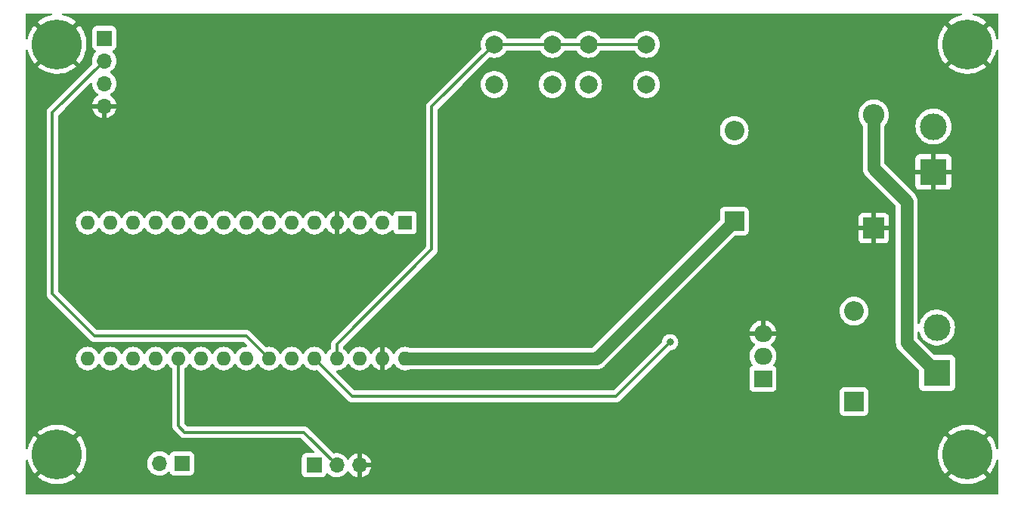
<source format=gbr>
%TF.GenerationSoftware,KiCad,Pcbnew,(6.0.9-0)*%
%TF.CreationDate,2023-03-02T20:06:06+01:00*%
%TF.ProjectId,Dolgoza,446f6c67-6f7a-4612-9e6b-696361645f70,rev?*%
%TF.SameCoordinates,Original*%
%TF.FileFunction,Copper,L2,Bot*%
%TF.FilePolarity,Positive*%
%FSLAX46Y46*%
G04 Gerber Fmt 4.6, Leading zero omitted, Abs format (unit mm)*
G04 Created by KiCad (PCBNEW (6.0.9-0)) date 2023-03-02 20:06:06*
%MOMM*%
%LPD*%
G01*
G04 APERTURE LIST*
%TA.AperFunction,ComponentPad*%
%ADD10C,2.000000*%
%TD*%
%TA.AperFunction,ComponentPad*%
%ADD11R,1.700000X1.700000*%
%TD*%
%TA.AperFunction,ComponentPad*%
%ADD12O,1.700000X1.700000*%
%TD*%
%TA.AperFunction,ComponentPad*%
%ADD13R,2.000000X1.905000*%
%TD*%
%TA.AperFunction,ComponentPad*%
%ADD14O,2.000000X1.905000*%
%TD*%
%TA.AperFunction,ComponentPad*%
%ADD15R,3.000000X3.000000*%
%TD*%
%TA.AperFunction,ComponentPad*%
%ADD16C,3.000000*%
%TD*%
%TA.AperFunction,ComponentPad*%
%ADD17C,5.600000*%
%TD*%
%TA.AperFunction,ComponentPad*%
%ADD18O,2.200000X2.200000*%
%TD*%
%TA.AperFunction,ComponentPad*%
%ADD19R,2.200000X2.200000*%
%TD*%
%TA.AperFunction,ComponentPad*%
%ADD20R,2.400000X2.400000*%
%TD*%
%TA.AperFunction,ComponentPad*%
%ADD21O,2.400000X2.400000*%
%TD*%
%TA.AperFunction,ComponentPad*%
%ADD22R,1.600000X1.600000*%
%TD*%
%TA.AperFunction,ComponentPad*%
%ADD23O,1.600000X1.600000*%
%TD*%
%TA.AperFunction,ViaPad*%
%ADD24C,0.800000*%
%TD*%
%TA.AperFunction,Conductor*%
%ADD25C,0.310000*%
%TD*%
%TA.AperFunction,Conductor*%
%ADD26C,1.400000*%
%TD*%
G04 APERTURE END LIST*
D10*
%TO.P,SW2,2,2*%
%TO.N,/DN_SW*%
X131550000Y-60500000D03*
X138050000Y-60500000D03*
%TO.P,SW2,1,1*%
%TO.N,+5V*%
X131550000Y-56000000D03*
X138050000Y-56000000D03*
%TD*%
%TO.P,SW1,2,2*%
%TO.N,/UP_SW*%
X121000000Y-60500000D03*
X127500000Y-60500000D03*
%TO.P,SW1,1,1*%
%TO.N,+5V*%
X121000000Y-56000000D03*
X127500000Y-56000000D03*
%TD*%
D11*
%TO.P,U1,1,V+*%
%TO.N,+5V*%
X100800000Y-103200000D03*
D12*
%TO.P,U1,2,Signal*%
%TO.N,TEMP_DATA0*%
X103340000Y-103200000D03*
%TO.P,U1,3,GND*%
%TO.N,GND*%
X105880000Y-103200000D03*
%TD*%
D11*
%TO.P,TH1,1*%
%TO.N,TEMP_DATA*%
X86000000Y-103000000D03*
D12*
%TO.P,TH1,2*%
%TO.N,+5V*%
X83460000Y-103000000D03*
%TD*%
D13*
%TO.P,Q1,1,G*%
%TO.N,GATE*%
X151100000Y-93500000D03*
D14*
%TO.P,Q1,2,D*%
%TO.N,Net-(C3-Pad2)*%
X151100000Y-90960000D03*
%TO.P,Q1,3,S*%
%TO.N,GND*%
X151100000Y-88420000D03*
%TD*%
D15*
%TO.P,J3,1,Pin_1*%
%TO.N,VCC*%
X170600000Y-92840000D03*
D16*
%TO.P,J3,2,Pin_2*%
%TO.N,Net-(C3-Pad2)*%
X170600000Y-87760000D03*
%TD*%
D11*
%TO.P,J2,1,Pin_1*%
%TO.N,/SDA_OLED*%
X77300000Y-55300000D03*
D12*
%TO.P,J2,2,Pin_2*%
%TO.N,/SCL_OLED*%
X77300000Y-57840000D03*
%TO.P,J2,3,Pin_3*%
%TO.N,+5V*%
X77300000Y-60380000D03*
%TO.P,J2,4,Pin_4*%
%TO.N,GND*%
X77300000Y-62920000D03*
%TD*%
D16*
%TO.P,J1,2,Pin_2*%
%TO.N,VCC*%
X170200000Y-65220000D03*
D15*
%TO.P,J1,1,Pin_1*%
%TO.N,GND*%
X170200000Y-70300000D03*
%TD*%
D17*
%TO.P,H4,1,1*%
%TO.N,GND*%
X72000000Y-102000000D03*
%TD*%
%TO.P,H3,1,1*%
%TO.N,GND*%
X174000000Y-102000000D03*
%TD*%
%TO.P,H2,1,1*%
%TO.N,GND*%
X174000000Y-56000000D03*
%TD*%
%TO.P,H1,1,1*%
%TO.N,GND*%
X72000000Y-56000000D03*
%TD*%
D18*
%TO.P,D3,2,A*%
%TO.N,Net-(C3-Pad2)*%
X161300000Y-85920000D03*
D19*
%TO.P,D3,1,K*%
%TO.N,VCC*%
X161300000Y-96080000D03*
%TD*%
%TO.P,D2,1,K*%
%TO.N,VD*%
X147880000Y-75820000D03*
D18*
%TO.P,D2,2,A*%
%TO.N,VCC*%
X147880000Y-65660000D03*
%TD*%
D20*
%TO.P,D1,1,A1*%
%TO.N,GND*%
X163500000Y-76600000D03*
D21*
%TO.P,D1,2,A2*%
%TO.N,VCC*%
X163500000Y-63900000D03*
%TD*%
D22*
%TO.P,A1,1,D1/TX*%
%TO.N,unconnected-(A1-Pad1)*%
X111000000Y-76000000D03*
D23*
%TO.P,A1,2,D0/RX*%
%TO.N,unconnected-(A1-Pad2)*%
X108460000Y-76000000D03*
%TO.P,A1,3,~{RESET}*%
%TO.N,unconnected-(A1-Pad3)*%
X105920000Y-76000000D03*
%TO.P,A1,4,GND*%
%TO.N,GND*%
X103380000Y-76000000D03*
%TO.P,A1,5,D2*%
%TO.N,unconnected-(A1-Pad5)*%
X100840000Y-76000000D03*
%TO.P,A1,6,D3*%
%TO.N,GATE*%
X98300000Y-76000000D03*
%TO.P,A1,7,D4*%
%TO.N,unconnected-(A1-Pad7)*%
X95760000Y-76000000D03*
%TO.P,A1,8,D5*%
%TO.N,/UP_SW*%
X93220000Y-76000000D03*
%TO.P,A1,9,D6*%
%TO.N,/DN_SW*%
X90680000Y-76000000D03*
%TO.P,A1,10,D7*%
%TO.N,unconnected-(A1-Pad10)*%
X88140000Y-76000000D03*
%TO.P,A1,11,D8*%
%TO.N,unconnected-(A1-Pad11)*%
X85600000Y-76000000D03*
%TO.P,A1,12,D9*%
%TO.N,unconnected-(A1-Pad12)*%
X83060000Y-76000000D03*
%TO.P,A1,13,D10*%
%TO.N,unconnected-(A1-Pad13)*%
X80520000Y-76000000D03*
%TO.P,A1,14,D11*%
%TO.N,unconnected-(A1-Pad14)*%
X77980000Y-76000000D03*
%TO.P,A1,15,D12*%
%TO.N,unconnected-(A1-Pad15)*%
X75440000Y-76000000D03*
%TO.P,A1,16,D13*%
%TO.N,unconnected-(A1-Pad16)*%
X75440000Y-91240000D03*
%TO.P,A1,17,3V3*%
%TO.N,unconnected-(A1-Pad17)*%
X77980000Y-91240000D03*
%TO.P,A1,18,AREF*%
%TO.N,unconnected-(A1-Pad18)*%
X80520000Y-91240000D03*
%TO.P,A1,19,A0*%
%TO.N,unconnected-(A1-Pad19)*%
X83060000Y-91240000D03*
%TO.P,A1,20,A1*%
%TO.N,TEMP_DATA0*%
X85600000Y-91240000D03*
%TO.P,A1,21,A2*%
%TO.N,TEMP_DATA*%
X88140000Y-91240000D03*
%TO.P,A1,22,A3*%
%TO.N,unconnected-(A1-Pad22)*%
X90680000Y-91240000D03*
%TO.P,A1,23,A4*%
%TO.N,/SDA_OLED*%
X93220000Y-91240000D03*
%TO.P,A1,24,A5*%
%TO.N,/SCL_OLED*%
X95760000Y-91240000D03*
%TO.P,A1,25,A6*%
%TO.N,unconnected-(A1-Pad25)*%
X98300000Y-91240000D03*
%TO.P,A1,26,A7*%
%TO.N,V_DIV*%
X100840000Y-91240000D03*
%TO.P,A1,27,+5V*%
%TO.N,+5V*%
X103380000Y-91240000D03*
%TO.P,A1,28,~{RESET}*%
%TO.N,unconnected-(A1-Pad28)*%
X105920000Y-91240000D03*
%TO.P,A1,29,GND*%
%TO.N,GND*%
X108460000Y-91240000D03*
%TO.P,A1,30,VIN*%
%TO.N,VD*%
X111000000Y-91240000D03*
%TD*%
D24*
%TO.N,GND*%
X96800000Y-57600000D03*
X70700000Y-88100000D03*
X127300000Y-102800000D03*
%TO.N,V_DIV*%
X140700000Y-89400000D03*
%TD*%
D25*
%TO.N,V_DIV*%
X100840000Y-91240000D02*
X105100000Y-95500000D01*
X134600000Y-95500000D02*
X140700000Y-89400000D01*
X105100000Y-95500000D02*
X134600000Y-95500000D01*
D26*
%TO.N,VD*%
X111000000Y-91240000D02*
X132460000Y-91240000D01*
X132460000Y-91240000D02*
X147880000Y-75820000D01*
D25*
%TO.N,+5V*%
X138050000Y-56000000D02*
X131550000Y-56000000D01*
X127500000Y-56000000D02*
X121000000Y-56000000D01*
X131550000Y-56000000D02*
X127500000Y-56000000D01*
X114000000Y-63000000D02*
X114000000Y-79000000D01*
X121000000Y-56000000D02*
X114000000Y-63000000D01*
X114000000Y-79000000D02*
X103380000Y-89620000D01*
X103380000Y-89620000D02*
X103380000Y-91240000D01*
D26*
%TO.N,VCC*%
X163500000Y-63900000D02*
X163500000Y-69900000D01*
X163500000Y-69900000D02*
X167200000Y-73600000D01*
X167200000Y-89440000D02*
X170600000Y-92840000D01*
X167200000Y-73600000D02*
X167200000Y-89440000D01*
D25*
%TO.N,TEMP_DATA0*%
X99640000Y-99500000D02*
X86300000Y-99500000D01*
X103340000Y-103200000D02*
X99640000Y-99500000D01*
X86300000Y-99500000D02*
X85600000Y-98800000D01*
X85600000Y-98800000D02*
X85600000Y-91240000D01*
%TO.N,/SCL_OLED*%
X77300000Y-57840000D02*
X71500000Y-63640000D01*
X71500000Y-63640000D02*
X71500000Y-84000000D01*
X71500000Y-84000000D02*
X76200000Y-88700000D01*
X76200000Y-88700000D02*
X93220000Y-88700000D01*
X93220000Y-88700000D02*
X95760000Y-91240000D01*
%TD*%
%TA.AperFunction,Conductor*%
%TO.N,GND*%
G36*
X71383879Y-52528502D02*
G01*
X71430372Y-52582158D01*
X71440476Y-52652432D01*
X71410982Y-52717012D01*
X71351256Y-52755396D01*
X71342600Y-52757608D01*
X71123586Y-52805361D01*
X71117011Y-52807172D01*
X70783683Y-52918702D01*
X70777361Y-52921205D01*
X70458034Y-53068079D01*
X70451991Y-53071265D01*
X70150401Y-53251763D01*
X70144755Y-53255571D01*
X69864408Y-53467596D01*
X69859211Y-53471987D01*
X69857972Y-53473155D01*
X69849950Y-53486862D01*
X69849986Y-53487704D01*
X69855037Y-53495826D01*
X71987190Y-55627980D01*
X72001131Y-55635592D01*
X72002966Y-55635461D01*
X72009580Y-55631210D01*
X74142798Y-53497991D01*
X74150412Y-53484047D01*
X74150344Y-53483089D01*
X74145836Y-53476272D01*
X74144418Y-53475065D01*
X73864813Y-53262064D01*
X73859187Y-53258240D01*
X73558214Y-53076681D01*
X73552202Y-53073484D01*
X73233370Y-52925487D01*
X73227070Y-52922967D01*
X72894129Y-52810273D01*
X72887551Y-52808437D01*
X72657846Y-52757513D01*
X72595669Y-52723241D01*
X72561891Y-52660795D01*
X72567237Y-52590000D01*
X72610009Y-52533333D01*
X72676627Y-52508786D01*
X72685117Y-52508500D01*
X173315758Y-52508500D01*
X173383879Y-52528502D01*
X173430372Y-52582158D01*
X173440476Y-52652432D01*
X173410982Y-52717012D01*
X173351256Y-52755396D01*
X173342600Y-52757608D01*
X173123586Y-52805361D01*
X173117011Y-52807172D01*
X172783683Y-52918702D01*
X172777361Y-52921205D01*
X172458034Y-53068079D01*
X172451991Y-53071265D01*
X172150401Y-53251763D01*
X172144755Y-53255571D01*
X171864408Y-53467596D01*
X171859211Y-53471987D01*
X171857972Y-53473155D01*
X171849950Y-53486862D01*
X171849986Y-53487704D01*
X171855037Y-53495826D01*
X173987190Y-55627980D01*
X174001131Y-55635592D01*
X174002966Y-55635461D01*
X174009580Y-55631210D01*
X176142798Y-53497991D01*
X176150412Y-53484047D01*
X176150344Y-53483089D01*
X176145836Y-53476272D01*
X176144418Y-53475065D01*
X175864813Y-53262064D01*
X175859187Y-53258240D01*
X175558214Y-53076681D01*
X175552202Y-53073484D01*
X175233370Y-52925487D01*
X175227070Y-52922967D01*
X174894129Y-52810273D01*
X174887551Y-52808437D01*
X174657846Y-52757513D01*
X174595669Y-52723241D01*
X174561891Y-52660795D01*
X174567237Y-52590000D01*
X174610009Y-52533333D01*
X174676627Y-52508786D01*
X174685117Y-52508500D01*
X177365500Y-52508500D01*
X177433621Y-52528502D01*
X177480114Y-52582158D01*
X177491500Y-52634500D01*
X177491500Y-55302313D01*
X177471498Y-55370434D01*
X177417842Y-55416927D01*
X177347568Y-55427031D01*
X177282988Y-55397537D01*
X177244604Y-55337811D01*
X177241156Y-55322675D01*
X177236130Y-55291985D01*
X177234663Y-55285313D01*
X177140736Y-54946627D01*
X177138562Y-54940163D01*
X177008598Y-54613578D01*
X177005742Y-54607398D01*
X176841269Y-54296763D01*
X176837769Y-54290937D01*
X176640697Y-53999862D01*
X176636590Y-53994453D01*
X176523565Y-53861179D01*
X176510740Y-53852743D01*
X176500416Y-53858795D01*
X174372020Y-55987190D01*
X174364408Y-56001131D01*
X174364539Y-56002966D01*
X174368790Y-56009580D01*
X176499009Y-58139798D01*
X176512605Y-58147223D01*
X176522218Y-58140522D01*
X176622518Y-58023912D01*
X176626676Y-58018514D01*
X176825762Y-57728840D01*
X176829310Y-57723029D01*
X176995942Y-57413559D01*
X176998849Y-57407381D01*
X177131090Y-57081713D01*
X177133304Y-57075283D01*
X177229598Y-56737237D01*
X177231105Y-56730607D01*
X177241301Y-56670958D01*
X177272495Y-56607182D01*
X177333217Y-56570394D01*
X177404189Y-56572275D01*
X177462877Y-56612227D01*
X177490649Y-56677567D01*
X177491500Y-56692188D01*
X177491500Y-101302313D01*
X177471498Y-101370434D01*
X177417842Y-101416927D01*
X177347568Y-101427031D01*
X177282988Y-101397537D01*
X177244604Y-101337811D01*
X177241156Y-101322675D01*
X177236130Y-101291985D01*
X177234663Y-101285313D01*
X177140736Y-100946627D01*
X177138562Y-100940163D01*
X177008598Y-100613578D01*
X177005742Y-100607398D01*
X176841269Y-100296763D01*
X176837769Y-100290937D01*
X176640697Y-99999862D01*
X176636590Y-99994453D01*
X176523565Y-99861179D01*
X176510740Y-99852743D01*
X176500416Y-99858795D01*
X174372020Y-101987190D01*
X174364408Y-102001131D01*
X174364539Y-102002966D01*
X174368790Y-102009580D01*
X176499009Y-104139798D01*
X176512605Y-104147223D01*
X176522218Y-104140522D01*
X176622518Y-104023912D01*
X176626676Y-104018514D01*
X176825762Y-103728840D01*
X176829310Y-103723029D01*
X176995942Y-103413559D01*
X176998849Y-103407381D01*
X177131090Y-103081713D01*
X177133304Y-103075283D01*
X177229598Y-102737237D01*
X177231105Y-102730607D01*
X177241301Y-102670958D01*
X177272495Y-102607182D01*
X177333217Y-102570394D01*
X177404189Y-102572275D01*
X177462877Y-102612227D01*
X177490649Y-102677567D01*
X177491500Y-102692188D01*
X177491500Y-106365500D01*
X177471498Y-106433621D01*
X177417842Y-106480114D01*
X177365500Y-106491500D01*
X68634500Y-106491500D01*
X68566379Y-106471498D01*
X68519886Y-106417842D01*
X68508500Y-106365500D01*
X68508500Y-104516381D01*
X69849160Y-104516381D01*
X69849237Y-104517470D01*
X69851698Y-104521206D01*
X70125632Y-104731404D01*
X70131262Y-104735259D01*
X70431591Y-104917862D01*
X70437593Y-104921080D01*
X70755897Y-105070184D01*
X70762202Y-105072732D01*
X71094743Y-105186587D01*
X71101313Y-105188446D01*
X71444183Y-105265714D01*
X71450912Y-105266853D01*
X71800143Y-105306643D01*
X71806933Y-105307046D01*
X72158419Y-105308886D01*
X72165220Y-105308554D01*
X72514853Y-105272423D01*
X72521581Y-105271357D01*
X72865274Y-105197676D01*
X72871822Y-105195897D01*
X73205549Y-105085527D01*
X73211891Y-105083041D01*
X73531718Y-104937288D01*
X73537777Y-104934121D01*
X73839995Y-104754676D01*
X73845659Y-104750884D01*
X74126732Y-104539849D01*
X74131958Y-104535464D01*
X74141613Y-104526428D01*
X74149682Y-104512750D01*
X74149654Y-104512024D01*
X74144512Y-104503723D01*
X72012810Y-102372020D01*
X71998869Y-102364408D01*
X71997034Y-102364539D01*
X71990420Y-102368790D01*
X69856774Y-104502437D01*
X69849160Y-104516381D01*
X68508500Y-104516381D01*
X68508500Y-102701007D01*
X68528502Y-102632886D01*
X68582158Y-102586393D01*
X68652432Y-102576289D01*
X68717012Y-102605783D01*
X68755396Y-102665509D01*
X68758914Y-102681079D01*
X68761420Y-102696723D01*
X68762859Y-102703378D01*
X68855608Y-103042410D01*
X68857757Y-103048871D01*
X68986581Y-103375912D01*
X68989412Y-103382095D01*
X69152803Y-103693310D01*
X69156286Y-103699152D01*
X69352330Y-103990896D01*
X69356433Y-103996340D01*
X69476425Y-104138836D01*
X69489164Y-104147279D01*
X69499608Y-104141181D01*
X71627980Y-102012810D01*
X71634357Y-102001131D01*
X72364408Y-102001131D01*
X72364539Y-102002966D01*
X72368790Y-102009580D01*
X74499009Y-104139798D01*
X74512605Y-104147223D01*
X74522218Y-104140522D01*
X74622518Y-104023912D01*
X74626676Y-104018514D01*
X74825762Y-103728840D01*
X74829310Y-103723029D01*
X74995942Y-103413559D01*
X74998849Y-103407381D01*
X75131090Y-103081713D01*
X75133304Y-103075283D01*
X75164236Y-102966695D01*
X82097251Y-102966695D01*
X82097548Y-102971848D01*
X82097548Y-102971851D01*
X82101989Y-103048871D01*
X82110110Y-103189715D01*
X82111247Y-103194761D01*
X82111248Y-103194767D01*
X82127435Y-103266590D01*
X82159222Y-103407639D01*
X82243266Y-103614616D01*
X82359987Y-103805088D01*
X82506250Y-103973938D01*
X82678126Y-104116632D01*
X82871000Y-104229338D01*
X82875825Y-104231180D01*
X82875826Y-104231181D01*
X82948612Y-104258975D01*
X83079692Y-104309030D01*
X83084760Y-104310061D01*
X83084763Y-104310062D01*
X83192017Y-104331883D01*
X83298597Y-104353567D01*
X83303772Y-104353757D01*
X83303774Y-104353757D01*
X83516673Y-104361564D01*
X83516677Y-104361564D01*
X83521837Y-104361753D01*
X83526957Y-104361097D01*
X83526959Y-104361097D01*
X83738288Y-104334025D01*
X83738289Y-104334025D01*
X83743416Y-104333368D01*
X83748366Y-104331883D01*
X83952429Y-104270661D01*
X83952434Y-104270659D01*
X83957384Y-104269174D01*
X84157994Y-104170896D01*
X84339860Y-104041173D01*
X84448091Y-103933319D01*
X84510462Y-103899404D01*
X84581268Y-103904592D01*
X84638030Y-103947238D01*
X84655012Y-103978341D01*
X84699385Y-104096705D01*
X84786739Y-104213261D01*
X84903295Y-104300615D01*
X85039684Y-104351745D01*
X85101866Y-104358500D01*
X86898134Y-104358500D01*
X86960316Y-104351745D01*
X87096705Y-104300615D01*
X87213261Y-104213261D01*
X87300615Y-104096705D01*
X87351745Y-103960316D01*
X87358500Y-103898134D01*
X87358500Y-102101866D01*
X87351745Y-102039684D01*
X87300615Y-101903295D01*
X87213261Y-101786739D01*
X87096705Y-101699385D01*
X86960316Y-101648255D01*
X86898134Y-101641500D01*
X85101866Y-101641500D01*
X85039684Y-101648255D01*
X84903295Y-101699385D01*
X84786739Y-101786739D01*
X84699385Y-101903295D01*
X84696233Y-101911703D01*
X84654919Y-102021907D01*
X84612277Y-102078671D01*
X84545716Y-102103371D01*
X84476367Y-102088163D01*
X84443743Y-102062476D01*
X84393151Y-102006875D01*
X84393142Y-102006866D01*
X84389670Y-102003051D01*
X84385619Y-101999852D01*
X84385615Y-101999848D01*
X84218414Y-101867800D01*
X84218410Y-101867798D01*
X84214359Y-101864598D01*
X84183209Y-101847402D01*
X84126990Y-101816368D01*
X84018789Y-101756638D01*
X84013920Y-101754914D01*
X84013916Y-101754912D01*
X83813087Y-101683795D01*
X83813083Y-101683794D01*
X83808212Y-101682069D01*
X83803119Y-101681162D01*
X83803116Y-101681161D01*
X83593373Y-101643800D01*
X83593367Y-101643799D01*
X83588284Y-101642894D01*
X83514452Y-101641992D01*
X83370081Y-101640228D01*
X83370079Y-101640228D01*
X83364911Y-101640165D01*
X83144091Y-101673955D01*
X82931756Y-101743357D01*
X82901443Y-101759137D01*
X82740669Y-101842831D01*
X82733607Y-101846507D01*
X82729474Y-101849610D01*
X82729471Y-101849612D01*
X82582982Y-101959599D01*
X82554965Y-101980635D01*
X82524218Y-102012810D01*
X82461280Y-102078671D01*
X82400629Y-102142138D01*
X82397715Y-102146410D01*
X82397714Y-102146411D01*
X82359077Y-102203051D01*
X82274743Y-102326680D01*
X82251210Y-102377378D01*
X82194257Y-102500074D01*
X82180688Y-102529305D01*
X82120989Y-102744570D01*
X82097251Y-102966695D01*
X75164236Y-102966695D01*
X75229598Y-102737237D01*
X75231105Y-102730607D01*
X75290332Y-102384118D01*
X75291112Y-102377378D01*
X75312668Y-102024925D01*
X75312784Y-102021323D01*
X75312853Y-102001819D01*
X75312761Y-101998194D01*
X75293666Y-101645615D01*
X75292931Y-101638849D01*
X75236130Y-101291985D01*
X75234663Y-101285313D01*
X75140736Y-100946627D01*
X75138562Y-100940163D01*
X75008598Y-100613578D01*
X75005742Y-100607398D01*
X74841269Y-100296763D01*
X74837769Y-100290937D01*
X74640697Y-99999862D01*
X74636590Y-99994453D01*
X74523565Y-99861179D01*
X74510740Y-99852743D01*
X74500416Y-99858795D01*
X72372020Y-101987190D01*
X72364408Y-102001131D01*
X71634357Y-102001131D01*
X71635592Y-101998869D01*
X71635461Y-101997034D01*
X71631210Y-101990420D01*
X69500992Y-99860203D01*
X69487455Y-99852811D01*
X69477753Y-99859599D01*
X69370430Y-99985257D01*
X69366296Y-99990664D01*
X69168215Y-100281041D01*
X69164697Y-100286851D01*
X68999134Y-100596922D01*
X68996259Y-100603087D01*
X68865155Y-100929218D01*
X68862962Y-100935658D01*
X68767846Y-101274044D01*
X68766363Y-101280679D01*
X68758772Y-101326043D01*
X68727801Y-101389928D01*
X68667208Y-101426928D01*
X68596230Y-101425295D01*
X68537403Y-101385547D01*
X68509403Y-101320305D01*
X68508500Y-101305247D01*
X68508500Y-99486862D01*
X69849950Y-99486862D01*
X69849986Y-99487704D01*
X69855037Y-99495826D01*
X71987190Y-101627980D01*
X72001131Y-101635592D01*
X72002966Y-101635461D01*
X72009580Y-101631210D01*
X74142798Y-99497991D01*
X74150412Y-99484047D01*
X74150344Y-99483089D01*
X74145836Y-99476272D01*
X74144418Y-99475065D01*
X73864813Y-99262064D01*
X73859187Y-99258240D01*
X73558214Y-99076681D01*
X73552202Y-99073484D01*
X73233370Y-98925487D01*
X73227070Y-98922967D01*
X72894129Y-98810273D01*
X72887551Y-98808437D01*
X72544417Y-98732367D01*
X72537678Y-98731251D01*
X72188310Y-98692680D01*
X72181529Y-98692301D01*
X71830015Y-98691687D01*
X71823242Y-98692042D01*
X71473720Y-98729395D01*
X71467010Y-98730482D01*
X71123586Y-98805361D01*
X71117011Y-98807172D01*
X70783683Y-98918702D01*
X70777361Y-98921205D01*
X70458034Y-99068079D01*
X70451991Y-99071265D01*
X70150401Y-99251763D01*
X70144755Y-99255571D01*
X69864408Y-99467596D01*
X69859211Y-99471987D01*
X69857972Y-99473155D01*
X69849950Y-99486862D01*
X68508500Y-99486862D01*
X68508500Y-84034980D01*
X70832543Y-84034980D01*
X70842798Y-84093742D01*
X70843756Y-84100234D01*
X70850920Y-84159429D01*
X70853603Y-84166529D01*
X70855259Y-84173272D01*
X70856841Y-84179052D01*
X70858849Y-84185704D01*
X70860154Y-84193181D01*
X70863203Y-84200126D01*
X70863205Y-84200134D01*
X70884115Y-84247768D01*
X70886607Y-84253874D01*
X70907685Y-84309655D01*
X70911987Y-84315914D01*
X70915204Y-84322068D01*
X70918103Y-84327277D01*
X70921651Y-84333277D01*
X70924703Y-84340229D01*
X70929326Y-84346253D01*
X70929329Y-84346259D01*
X70960994Y-84387525D01*
X70964862Y-84392848D01*
X70998646Y-84442003D01*
X71004316Y-84447055D01*
X71004317Y-84447056D01*
X71042047Y-84480672D01*
X71047323Y-84485653D01*
X75711484Y-89149814D01*
X75717337Y-89156079D01*
X75752771Y-89196698D01*
X75801556Y-89230984D01*
X75806841Y-89234910D01*
X75847786Y-89267015D01*
X75847792Y-89267019D01*
X75853765Y-89271702D01*
X75860685Y-89274826D01*
X75866599Y-89278408D01*
X75871836Y-89281395D01*
X75877944Y-89284670D01*
X75884160Y-89289039D01*
X75891236Y-89291798D01*
X75891242Y-89291801D01*
X75939707Y-89310696D01*
X75945762Y-89313241D01*
X76000129Y-89337789D01*
X76007594Y-89339173D01*
X76014213Y-89341247D01*
X76019963Y-89342885D01*
X76026704Y-89344615D01*
X76033782Y-89347375D01*
X76041318Y-89348367D01*
X76092888Y-89355156D01*
X76099405Y-89356188D01*
X76118333Y-89359696D01*
X76158033Y-89367054D01*
X76165613Y-89366617D01*
X76165614Y-89366617D01*
X76216048Y-89363709D01*
X76223301Y-89363500D01*
X92892980Y-89363500D01*
X92961101Y-89383502D01*
X92982075Y-89400405D01*
X93293923Y-89712253D01*
X93327949Y-89774565D01*
X93322884Y-89845380D01*
X93280337Y-89902216D01*
X93215810Y-89926869D01*
X93125428Y-89934776D01*
X92997394Y-89945977D01*
X92997389Y-89945978D01*
X92991913Y-89946457D01*
X92986600Y-89947881D01*
X92986598Y-89947881D01*
X92776067Y-90004293D01*
X92776065Y-90004294D01*
X92770757Y-90005716D01*
X92765776Y-90008039D01*
X92765775Y-90008039D01*
X92568238Y-90100151D01*
X92568233Y-90100154D01*
X92563251Y-90102477D01*
X92502771Y-90144826D01*
X92380211Y-90230643D01*
X92380208Y-90230645D01*
X92375700Y-90233802D01*
X92213802Y-90395700D01*
X92082477Y-90583251D01*
X92080154Y-90588233D01*
X92080151Y-90588238D01*
X92064195Y-90622457D01*
X92017278Y-90675742D01*
X91949001Y-90695203D01*
X91881041Y-90674661D01*
X91835805Y-90622457D01*
X91819849Y-90588238D01*
X91819846Y-90588233D01*
X91817523Y-90583251D01*
X91686198Y-90395700D01*
X91524300Y-90233802D01*
X91519792Y-90230645D01*
X91519789Y-90230643D01*
X91397229Y-90144826D01*
X91336749Y-90102477D01*
X91331767Y-90100154D01*
X91331762Y-90100151D01*
X91134225Y-90008039D01*
X91134224Y-90008039D01*
X91129243Y-90005716D01*
X91123935Y-90004294D01*
X91123933Y-90004293D01*
X90913402Y-89947881D01*
X90913400Y-89947881D01*
X90908087Y-89946457D01*
X90680000Y-89926502D01*
X90451913Y-89946457D01*
X90446600Y-89947881D01*
X90446598Y-89947881D01*
X90236067Y-90004293D01*
X90236065Y-90004294D01*
X90230757Y-90005716D01*
X90225776Y-90008039D01*
X90225775Y-90008039D01*
X90028238Y-90100151D01*
X90028233Y-90100154D01*
X90023251Y-90102477D01*
X89962771Y-90144826D01*
X89840211Y-90230643D01*
X89840208Y-90230645D01*
X89835700Y-90233802D01*
X89673802Y-90395700D01*
X89542477Y-90583251D01*
X89540154Y-90588233D01*
X89540151Y-90588238D01*
X89524195Y-90622457D01*
X89477278Y-90675742D01*
X89409001Y-90695203D01*
X89341041Y-90674661D01*
X89295805Y-90622457D01*
X89279849Y-90588238D01*
X89279846Y-90588233D01*
X89277523Y-90583251D01*
X89146198Y-90395700D01*
X88984300Y-90233802D01*
X88979792Y-90230645D01*
X88979789Y-90230643D01*
X88857229Y-90144826D01*
X88796749Y-90102477D01*
X88791767Y-90100154D01*
X88791762Y-90100151D01*
X88594225Y-90008039D01*
X88594224Y-90008039D01*
X88589243Y-90005716D01*
X88583935Y-90004294D01*
X88583933Y-90004293D01*
X88373402Y-89947881D01*
X88373400Y-89947881D01*
X88368087Y-89946457D01*
X88140000Y-89926502D01*
X87911913Y-89946457D01*
X87906600Y-89947881D01*
X87906598Y-89947881D01*
X87696067Y-90004293D01*
X87696065Y-90004294D01*
X87690757Y-90005716D01*
X87685776Y-90008039D01*
X87685775Y-90008039D01*
X87488238Y-90100151D01*
X87488233Y-90100154D01*
X87483251Y-90102477D01*
X87422771Y-90144826D01*
X87300211Y-90230643D01*
X87300208Y-90230645D01*
X87295700Y-90233802D01*
X87133802Y-90395700D01*
X87002477Y-90583251D01*
X87000154Y-90588233D01*
X87000151Y-90588238D01*
X86984195Y-90622457D01*
X86937278Y-90675742D01*
X86869001Y-90695203D01*
X86801041Y-90674661D01*
X86755805Y-90622457D01*
X86739849Y-90588238D01*
X86739846Y-90588233D01*
X86737523Y-90583251D01*
X86606198Y-90395700D01*
X86444300Y-90233802D01*
X86439792Y-90230645D01*
X86439789Y-90230643D01*
X86317229Y-90144826D01*
X86256749Y-90102477D01*
X86251767Y-90100154D01*
X86251762Y-90100151D01*
X86054225Y-90008039D01*
X86054224Y-90008039D01*
X86049243Y-90005716D01*
X86043935Y-90004294D01*
X86043933Y-90004293D01*
X85833402Y-89947881D01*
X85833400Y-89947881D01*
X85828087Y-89946457D01*
X85600000Y-89926502D01*
X85371913Y-89946457D01*
X85366600Y-89947881D01*
X85366598Y-89947881D01*
X85156067Y-90004293D01*
X85156065Y-90004294D01*
X85150757Y-90005716D01*
X85145776Y-90008039D01*
X85145775Y-90008039D01*
X84948238Y-90100151D01*
X84948233Y-90100154D01*
X84943251Y-90102477D01*
X84882771Y-90144826D01*
X84760211Y-90230643D01*
X84760208Y-90230645D01*
X84755700Y-90233802D01*
X84593802Y-90395700D01*
X84462477Y-90583251D01*
X84460154Y-90588233D01*
X84460151Y-90588238D01*
X84444195Y-90622457D01*
X84397278Y-90675742D01*
X84329001Y-90695203D01*
X84261041Y-90674661D01*
X84215805Y-90622457D01*
X84199849Y-90588238D01*
X84199846Y-90588233D01*
X84197523Y-90583251D01*
X84066198Y-90395700D01*
X83904300Y-90233802D01*
X83899792Y-90230645D01*
X83899789Y-90230643D01*
X83777229Y-90144826D01*
X83716749Y-90102477D01*
X83711767Y-90100154D01*
X83711762Y-90100151D01*
X83514225Y-90008039D01*
X83514224Y-90008039D01*
X83509243Y-90005716D01*
X83503935Y-90004294D01*
X83503933Y-90004293D01*
X83293402Y-89947881D01*
X83293400Y-89947881D01*
X83288087Y-89946457D01*
X83060000Y-89926502D01*
X82831913Y-89946457D01*
X82826600Y-89947881D01*
X82826598Y-89947881D01*
X82616067Y-90004293D01*
X82616065Y-90004294D01*
X82610757Y-90005716D01*
X82605776Y-90008039D01*
X82605775Y-90008039D01*
X82408238Y-90100151D01*
X82408233Y-90100154D01*
X82403251Y-90102477D01*
X82342771Y-90144826D01*
X82220211Y-90230643D01*
X82220208Y-90230645D01*
X82215700Y-90233802D01*
X82053802Y-90395700D01*
X81922477Y-90583251D01*
X81920154Y-90588233D01*
X81920151Y-90588238D01*
X81904195Y-90622457D01*
X81857278Y-90675742D01*
X81789001Y-90695203D01*
X81721041Y-90674661D01*
X81675805Y-90622457D01*
X81659849Y-90588238D01*
X81659846Y-90588233D01*
X81657523Y-90583251D01*
X81526198Y-90395700D01*
X81364300Y-90233802D01*
X81359792Y-90230645D01*
X81359789Y-90230643D01*
X81237229Y-90144826D01*
X81176749Y-90102477D01*
X81171767Y-90100154D01*
X81171762Y-90100151D01*
X80974225Y-90008039D01*
X80974224Y-90008039D01*
X80969243Y-90005716D01*
X80963935Y-90004294D01*
X80963933Y-90004293D01*
X80753402Y-89947881D01*
X80753400Y-89947881D01*
X80748087Y-89946457D01*
X80520000Y-89926502D01*
X80291913Y-89946457D01*
X80286600Y-89947881D01*
X80286598Y-89947881D01*
X80076067Y-90004293D01*
X80076065Y-90004294D01*
X80070757Y-90005716D01*
X80065776Y-90008039D01*
X80065775Y-90008039D01*
X79868238Y-90100151D01*
X79868233Y-90100154D01*
X79863251Y-90102477D01*
X79802771Y-90144826D01*
X79680211Y-90230643D01*
X79680208Y-90230645D01*
X79675700Y-90233802D01*
X79513802Y-90395700D01*
X79382477Y-90583251D01*
X79380154Y-90588233D01*
X79380151Y-90588238D01*
X79364195Y-90622457D01*
X79317278Y-90675742D01*
X79249001Y-90695203D01*
X79181041Y-90674661D01*
X79135805Y-90622457D01*
X79119849Y-90588238D01*
X79119846Y-90588233D01*
X79117523Y-90583251D01*
X78986198Y-90395700D01*
X78824300Y-90233802D01*
X78819792Y-90230645D01*
X78819789Y-90230643D01*
X78697229Y-90144826D01*
X78636749Y-90102477D01*
X78631767Y-90100154D01*
X78631762Y-90100151D01*
X78434225Y-90008039D01*
X78434224Y-90008039D01*
X78429243Y-90005716D01*
X78423935Y-90004294D01*
X78423933Y-90004293D01*
X78213402Y-89947881D01*
X78213400Y-89947881D01*
X78208087Y-89946457D01*
X77980000Y-89926502D01*
X77751913Y-89946457D01*
X77746600Y-89947881D01*
X77746598Y-89947881D01*
X77536067Y-90004293D01*
X77536065Y-90004294D01*
X77530757Y-90005716D01*
X77525776Y-90008039D01*
X77525775Y-90008039D01*
X77328238Y-90100151D01*
X77328233Y-90100154D01*
X77323251Y-90102477D01*
X77262771Y-90144826D01*
X77140211Y-90230643D01*
X77140208Y-90230645D01*
X77135700Y-90233802D01*
X76973802Y-90395700D01*
X76842477Y-90583251D01*
X76840154Y-90588233D01*
X76840151Y-90588238D01*
X76824195Y-90622457D01*
X76777278Y-90675742D01*
X76709001Y-90695203D01*
X76641041Y-90674661D01*
X76595805Y-90622457D01*
X76579849Y-90588238D01*
X76579846Y-90588233D01*
X76577523Y-90583251D01*
X76446198Y-90395700D01*
X76284300Y-90233802D01*
X76279792Y-90230645D01*
X76279789Y-90230643D01*
X76157229Y-90144826D01*
X76096749Y-90102477D01*
X76091767Y-90100154D01*
X76091762Y-90100151D01*
X75894225Y-90008039D01*
X75894224Y-90008039D01*
X75889243Y-90005716D01*
X75883935Y-90004294D01*
X75883933Y-90004293D01*
X75673402Y-89947881D01*
X75673400Y-89947881D01*
X75668087Y-89946457D01*
X75440000Y-89926502D01*
X75211913Y-89946457D01*
X75206600Y-89947881D01*
X75206598Y-89947881D01*
X74996067Y-90004293D01*
X74996065Y-90004294D01*
X74990757Y-90005716D01*
X74985776Y-90008039D01*
X74985775Y-90008039D01*
X74788238Y-90100151D01*
X74788233Y-90100154D01*
X74783251Y-90102477D01*
X74722771Y-90144826D01*
X74600211Y-90230643D01*
X74600208Y-90230645D01*
X74595700Y-90233802D01*
X74433802Y-90395700D01*
X74302477Y-90583251D01*
X74300154Y-90588233D01*
X74300151Y-90588238D01*
X74287513Y-90615341D01*
X74205716Y-90790757D01*
X74204294Y-90796065D01*
X74204293Y-90796067D01*
X74177845Y-90894771D01*
X74146457Y-91011913D01*
X74126502Y-91240000D01*
X74146457Y-91468087D01*
X74205716Y-91689243D01*
X74208039Y-91694224D01*
X74208039Y-91694225D01*
X74300151Y-91891762D01*
X74300154Y-91891767D01*
X74302477Y-91896749D01*
X74346636Y-91959814D01*
X74402083Y-92039000D01*
X74433802Y-92084300D01*
X74595700Y-92246198D01*
X74600208Y-92249355D01*
X74600211Y-92249357D01*
X74653727Y-92286829D01*
X74783251Y-92377523D01*
X74788233Y-92379846D01*
X74788238Y-92379849D01*
X74984765Y-92471490D01*
X74990757Y-92474284D01*
X74996065Y-92475706D01*
X74996067Y-92475707D01*
X75206598Y-92532119D01*
X75206600Y-92532119D01*
X75211913Y-92533543D01*
X75440000Y-92553498D01*
X75668087Y-92533543D01*
X75673400Y-92532119D01*
X75673402Y-92532119D01*
X75883933Y-92475707D01*
X75883935Y-92475706D01*
X75889243Y-92474284D01*
X75895235Y-92471490D01*
X76091762Y-92379849D01*
X76091767Y-92379846D01*
X76096749Y-92377523D01*
X76226273Y-92286829D01*
X76279789Y-92249357D01*
X76279792Y-92249355D01*
X76284300Y-92246198D01*
X76446198Y-92084300D01*
X76477918Y-92039000D01*
X76533364Y-91959814D01*
X76577523Y-91896749D01*
X76579846Y-91891767D01*
X76579849Y-91891762D01*
X76595805Y-91857543D01*
X76642722Y-91804258D01*
X76710999Y-91784797D01*
X76778959Y-91805339D01*
X76824195Y-91857543D01*
X76840151Y-91891762D01*
X76840154Y-91891767D01*
X76842477Y-91896749D01*
X76886636Y-91959814D01*
X76942083Y-92039000D01*
X76973802Y-92084300D01*
X77135700Y-92246198D01*
X77140208Y-92249355D01*
X77140211Y-92249357D01*
X77193727Y-92286829D01*
X77323251Y-92377523D01*
X77328233Y-92379846D01*
X77328238Y-92379849D01*
X77524765Y-92471490D01*
X77530757Y-92474284D01*
X77536065Y-92475706D01*
X77536067Y-92475707D01*
X77746598Y-92532119D01*
X77746600Y-92532119D01*
X77751913Y-92533543D01*
X77980000Y-92553498D01*
X78208087Y-92533543D01*
X78213400Y-92532119D01*
X78213402Y-92532119D01*
X78423933Y-92475707D01*
X78423935Y-92475706D01*
X78429243Y-92474284D01*
X78435235Y-92471490D01*
X78631762Y-92379849D01*
X78631767Y-92379846D01*
X78636749Y-92377523D01*
X78766273Y-92286829D01*
X78819789Y-92249357D01*
X78819792Y-92249355D01*
X78824300Y-92246198D01*
X78986198Y-92084300D01*
X79017918Y-92039000D01*
X79073364Y-91959814D01*
X79117523Y-91896749D01*
X79119846Y-91891767D01*
X79119849Y-91891762D01*
X79135805Y-91857543D01*
X79182722Y-91804258D01*
X79250999Y-91784797D01*
X79318959Y-91805339D01*
X79364195Y-91857543D01*
X79380151Y-91891762D01*
X79380154Y-91891767D01*
X79382477Y-91896749D01*
X79426636Y-91959814D01*
X79482083Y-92039000D01*
X79513802Y-92084300D01*
X79675700Y-92246198D01*
X79680208Y-92249355D01*
X79680211Y-92249357D01*
X79733727Y-92286829D01*
X79863251Y-92377523D01*
X79868233Y-92379846D01*
X79868238Y-92379849D01*
X80064765Y-92471490D01*
X80070757Y-92474284D01*
X80076065Y-92475706D01*
X80076067Y-92475707D01*
X80286598Y-92532119D01*
X80286600Y-92532119D01*
X80291913Y-92533543D01*
X80520000Y-92553498D01*
X80748087Y-92533543D01*
X80753400Y-92532119D01*
X80753402Y-92532119D01*
X80963933Y-92475707D01*
X80963935Y-92475706D01*
X80969243Y-92474284D01*
X80975235Y-92471490D01*
X81171762Y-92379849D01*
X81171767Y-92379846D01*
X81176749Y-92377523D01*
X81306273Y-92286829D01*
X81359789Y-92249357D01*
X81359792Y-92249355D01*
X81364300Y-92246198D01*
X81526198Y-92084300D01*
X81557918Y-92039000D01*
X81613364Y-91959814D01*
X81657523Y-91896749D01*
X81659846Y-91891767D01*
X81659849Y-91891762D01*
X81675805Y-91857543D01*
X81722722Y-91804258D01*
X81790999Y-91784797D01*
X81858959Y-91805339D01*
X81904195Y-91857543D01*
X81920151Y-91891762D01*
X81920154Y-91891767D01*
X81922477Y-91896749D01*
X81966636Y-91959814D01*
X82022083Y-92039000D01*
X82053802Y-92084300D01*
X82215700Y-92246198D01*
X82220208Y-92249355D01*
X82220211Y-92249357D01*
X82273727Y-92286829D01*
X82403251Y-92377523D01*
X82408233Y-92379846D01*
X82408238Y-92379849D01*
X82604765Y-92471490D01*
X82610757Y-92474284D01*
X82616065Y-92475706D01*
X82616067Y-92475707D01*
X82826598Y-92532119D01*
X82826600Y-92532119D01*
X82831913Y-92533543D01*
X83060000Y-92553498D01*
X83288087Y-92533543D01*
X83293400Y-92532119D01*
X83293402Y-92532119D01*
X83503933Y-92475707D01*
X83503935Y-92475706D01*
X83509243Y-92474284D01*
X83515235Y-92471490D01*
X83711762Y-92379849D01*
X83711767Y-92379846D01*
X83716749Y-92377523D01*
X83846273Y-92286829D01*
X83899789Y-92249357D01*
X83899792Y-92249355D01*
X83904300Y-92246198D01*
X84066198Y-92084300D01*
X84097918Y-92039000D01*
X84153364Y-91959814D01*
X84197523Y-91896749D01*
X84199846Y-91891767D01*
X84199849Y-91891762D01*
X84215805Y-91857543D01*
X84262722Y-91804258D01*
X84330999Y-91784797D01*
X84398959Y-91805339D01*
X84444195Y-91857543D01*
X84460151Y-91891762D01*
X84460154Y-91891767D01*
X84462477Y-91896749D01*
X84506636Y-91959814D01*
X84562083Y-92039000D01*
X84593802Y-92084300D01*
X84755700Y-92246198D01*
X84760208Y-92249355D01*
X84760211Y-92249357D01*
X84805591Y-92281132D01*
X84882772Y-92335175D01*
X84927099Y-92390631D01*
X84936500Y-92438387D01*
X84936500Y-98772651D01*
X84936208Y-98781221D01*
X84934353Y-98808437D01*
X84932543Y-98834980D01*
X84942798Y-98893742D01*
X84943756Y-98900234D01*
X84945983Y-98918632D01*
X84947720Y-98932983D01*
X84950920Y-98959429D01*
X84953603Y-98966529D01*
X84955259Y-98973272D01*
X84956841Y-98979052D01*
X84958849Y-98985704D01*
X84960154Y-98993181D01*
X84963203Y-99000126D01*
X84963205Y-99000134D01*
X84984115Y-99047768D01*
X84986607Y-99053874D01*
X85007685Y-99109655D01*
X85011987Y-99115914D01*
X85015204Y-99122068D01*
X85018103Y-99127277D01*
X85021651Y-99133277D01*
X85024703Y-99140229D01*
X85029326Y-99146253D01*
X85029329Y-99146259D01*
X85060994Y-99187525D01*
X85064862Y-99192848D01*
X85098646Y-99242003D01*
X85104316Y-99247055D01*
X85104317Y-99247056D01*
X85142038Y-99280664D01*
X85147315Y-99285645D01*
X85811497Y-99949828D01*
X85817350Y-99956094D01*
X85852771Y-99996698D01*
X85901557Y-100030985D01*
X85906841Y-100034910D01*
X85953764Y-100071702D01*
X85960683Y-100074826D01*
X85966629Y-100078427D01*
X85971786Y-100081368D01*
X85977944Y-100084670D01*
X85984160Y-100089039D01*
X85991236Y-100091798D01*
X85991238Y-100091799D01*
X86039696Y-100110692D01*
X86045777Y-100113248D01*
X86100129Y-100137789D01*
X86107595Y-100139173D01*
X86114214Y-100141247D01*
X86119990Y-100142893D01*
X86126712Y-100144619D01*
X86133782Y-100147375D01*
X86141310Y-100148366D01*
X86192893Y-100155157D01*
X86199408Y-100156189D01*
X86250564Y-100165670D01*
X86250565Y-100165670D01*
X86258032Y-100167054D01*
X86265613Y-100166617D01*
X86265614Y-100166617D01*
X86316047Y-100163709D01*
X86323300Y-100163500D01*
X99312980Y-100163500D01*
X99381101Y-100183502D01*
X99402075Y-100200405D01*
X100828074Y-101626405D01*
X100862100Y-101688717D01*
X100857035Y-101759533D01*
X100814488Y-101816368D01*
X100747968Y-101841179D01*
X100738979Y-101841500D01*
X99901866Y-101841500D01*
X99839684Y-101848255D01*
X99703295Y-101899385D01*
X99586739Y-101986739D01*
X99499385Y-102103295D01*
X99448255Y-102239684D01*
X99441500Y-102301866D01*
X99441500Y-104098134D01*
X99448255Y-104160316D01*
X99499385Y-104296705D01*
X99586739Y-104413261D01*
X99703295Y-104500615D01*
X99839684Y-104551745D01*
X99901866Y-104558500D01*
X101698134Y-104558500D01*
X101760316Y-104551745D01*
X101896705Y-104500615D01*
X102013261Y-104413261D01*
X102100615Y-104296705D01*
X102105346Y-104284086D01*
X102144598Y-104179382D01*
X102187240Y-104122618D01*
X102253802Y-104097918D01*
X102323150Y-104113126D01*
X102357817Y-104141114D01*
X102386250Y-104173938D01*
X102558126Y-104316632D01*
X102751000Y-104429338D01*
X102959692Y-104509030D01*
X102964760Y-104510061D01*
X102964763Y-104510062D01*
X103045205Y-104526428D01*
X103178597Y-104553567D01*
X103183772Y-104553757D01*
X103183774Y-104553757D01*
X103396673Y-104561564D01*
X103396677Y-104561564D01*
X103401837Y-104561753D01*
X103406957Y-104561097D01*
X103406959Y-104561097D01*
X103618288Y-104534025D01*
X103618289Y-104534025D01*
X103623416Y-104533368D01*
X103628366Y-104531883D01*
X103832429Y-104470661D01*
X103832434Y-104470659D01*
X103837384Y-104469174D01*
X104037994Y-104370896D01*
X104219860Y-104241173D01*
X104231737Y-104229338D01*
X104344837Y-104116632D01*
X104378096Y-104083489D01*
X104411122Y-104037529D01*
X104508453Y-103902077D01*
X104509640Y-103902930D01*
X104556960Y-103859362D01*
X104626897Y-103847145D01*
X104692338Y-103874678D01*
X104720166Y-103906511D01*
X104777694Y-104000388D01*
X104783777Y-104008699D01*
X104923213Y-104169667D01*
X104930580Y-104176883D01*
X105094434Y-104312916D01*
X105102881Y-104318831D01*
X105286756Y-104426279D01*
X105296042Y-104430729D01*
X105495001Y-104506703D01*
X105504899Y-104509579D01*
X105608250Y-104530606D01*
X105622299Y-104529410D01*
X105626000Y-104519065D01*
X105626000Y-104518517D01*
X106134000Y-104518517D01*
X106138064Y-104532359D01*
X106151478Y-104534393D01*
X106158184Y-104533534D01*
X106168262Y-104531392D01*
X106218296Y-104516381D01*
X171849160Y-104516381D01*
X171849237Y-104517470D01*
X171851698Y-104521206D01*
X172125632Y-104731404D01*
X172131262Y-104735259D01*
X172431591Y-104917862D01*
X172437593Y-104921080D01*
X172755897Y-105070184D01*
X172762202Y-105072732D01*
X173094743Y-105186587D01*
X173101313Y-105188446D01*
X173444183Y-105265714D01*
X173450912Y-105266853D01*
X173800143Y-105306643D01*
X173806933Y-105307046D01*
X174158419Y-105308886D01*
X174165220Y-105308554D01*
X174514853Y-105272423D01*
X174521581Y-105271357D01*
X174865274Y-105197676D01*
X174871822Y-105195897D01*
X175205549Y-105085527D01*
X175211891Y-105083041D01*
X175531718Y-104937288D01*
X175537777Y-104934121D01*
X175839995Y-104754676D01*
X175845659Y-104750884D01*
X176126732Y-104539849D01*
X176131958Y-104535464D01*
X176141613Y-104526428D01*
X176149682Y-104512750D01*
X176149654Y-104512024D01*
X176144512Y-104503723D01*
X174012810Y-102372020D01*
X173998869Y-102364408D01*
X173997034Y-102364539D01*
X173990420Y-102368790D01*
X171856774Y-104502437D01*
X171849160Y-104516381D01*
X106218296Y-104516381D01*
X106372255Y-104470191D01*
X106381842Y-104466433D01*
X106573095Y-104372739D01*
X106581945Y-104367464D01*
X106755328Y-104243792D01*
X106763200Y-104237139D01*
X106914052Y-104086812D01*
X106920730Y-104078965D01*
X107045003Y-103906020D01*
X107050313Y-103897183D01*
X107144670Y-103706267D01*
X107148469Y-103696672D01*
X107210377Y-103492910D01*
X107212555Y-103482837D01*
X107213986Y-103471962D01*
X107211775Y-103457778D01*
X107198617Y-103454000D01*
X106152115Y-103454000D01*
X106136876Y-103458475D01*
X106135671Y-103459865D01*
X106134000Y-103467548D01*
X106134000Y-104518517D01*
X105626000Y-104518517D01*
X105626000Y-102927885D01*
X106134000Y-102927885D01*
X106138475Y-102943124D01*
X106139865Y-102944329D01*
X106147548Y-102946000D01*
X107198344Y-102946000D01*
X107211875Y-102942027D01*
X107213180Y-102932947D01*
X107171214Y-102765875D01*
X107167894Y-102756124D01*
X107082972Y-102560814D01*
X107078105Y-102551739D01*
X106962426Y-102372926D01*
X106956136Y-102364757D01*
X106812806Y-102207240D01*
X106805273Y-102200215D01*
X106638139Y-102068222D01*
X106629552Y-102062517D01*
X106501507Y-101991832D01*
X170687333Y-101991832D01*
X170705117Y-102342893D01*
X170705827Y-102349649D01*
X170761420Y-102696723D01*
X170762859Y-102703378D01*
X170855608Y-103042410D01*
X170857757Y-103048871D01*
X170986581Y-103375912D01*
X170989412Y-103382095D01*
X171152803Y-103693310D01*
X171156286Y-103699152D01*
X171352330Y-103990896D01*
X171356433Y-103996340D01*
X171476425Y-104138836D01*
X171489164Y-104147279D01*
X171499608Y-104141181D01*
X173627980Y-102012810D01*
X173635592Y-101998869D01*
X173635461Y-101997034D01*
X173631210Y-101990420D01*
X171500992Y-99860203D01*
X171487455Y-99852811D01*
X171477753Y-99859599D01*
X171370430Y-99985257D01*
X171366296Y-99990664D01*
X171168215Y-100281041D01*
X171164697Y-100286851D01*
X170999134Y-100596922D01*
X170996259Y-100603087D01*
X170865155Y-100929218D01*
X170862962Y-100935658D01*
X170767846Y-101274044D01*
X170766363Y-101280679D01*
X170708350Y-101627354D01*
X170707591Y-101634126D01*
X170687357Y-101985037D01*
X170687333Y-101991832D01*
X106501507Y-101991832D01*
X106443117Y-101959599D01*
X106433705Y-101955369D01*
X106232959Y-101884280D01*
X106222988Y-101881646D01*
X106151837Y-101868972D01*
X106138540Y-101870432D01*
X106134000Y-101884989D01*
X106134000Y-102927885D01*
X105626000Y-102927885D01*
X105626000Y-101883102D01*
X105622082Y-101869758D01*
X105607806Y-101867771D01*
X105569324Y-101873660D01*
X105559288Y-101876051D01*
X105356868Y-101942212D01*
X105347359Y-101946209D01*
X105158463Y-102044542D01*
X105149738Y-102050036D01*
X104979433Y-102177905D01*
X104971726Y-102184748D01*
X104824590Y-102338717D01*
X104818109Y-102346722D01*
X104713498Y-102500074D01*
X104658587Y-102545076D01*
X104588062Y-102553247D01*
X104524315Y-102521993D01*
X104503618Y-102497509D01*
X104422822Y-102372617D01*
X104422820Y-102372614D01*
X104420014Y-102368277D01*
X104269670Y-102203051D01*
X104265619Y-102199852D01*
X104265615Y-102199848D01*
X104098414Y-102067800D01*
X104098410Y-102067798D01*
X104094359Y-102064598D01*
X104063459Y-102047540D01*
X104000545Y-102012810D01*
X103898789Y-101956638D01*
X103893920Y-101954914D01*
X103893916Y-101954912D01*
X103693087Y-101883795D01*
X103693083Y-101883794D01*
X103688212Y-101882069D01*
X103683119Y-101881162D01*
X103683116Y-101881161D01*
X103473373Y-101843800D01*
X103473367Y-101843799D01*
X103468284Y-101842894D01*
X103394452Y-101841992D01*
X103250081Y-101840228D01*
X103250079Y-101840228D01*
X103244911Y-101840165D01*
X103126872Y-101858227D01*
X103024866Y-101873836D01*
X102954503Y-101864368D01*
X102916712Y-101838381D01*
X100565193Y-99486862D01*
X171849950Y-99486862D01*
X171849986Y-99487704D01*
X171855037Y-99495826D01*
X173987190Y-101627980D01*
X174001131Y-101635592D01*
X174002966Y-101635461D01*
X174009580Y-101631210D01*
X176142798Y-99497991D01*
X176150412Y-99484047D01*
X176150344Y-99483089D01*
X176145836Y-99476272D01*
X176144418Y-99475065D01*
X175864813Y-99262064D01*
X175859187Y-99258240D01*
X175558214Y-99076681D01*
X175552202Y-99073484D01*
X175233370Y-98925487D01*
X175227070Y-98922967D01*
X174894129Y-98810273D01*
X174887551Y-98808437D01*
X174544417Y-98732367D01*
X174537678Y-98731251D01*
X174188310Y-98692680D01*
X174181529Y-98692301D01*
X173830015Y-98691687D01*
X173823242Y-98692042D01*
X173473720Y-98729395D01*
X173467010Y-98730482D01*
X173123586Y-98805361D01*
X173117011Y-98807172D01*
X172783683Y-98918702D01*
X172777361Y-98921205D01*
X172458034Y-99068079D01*
X172451991Y-99071265D01*
X172150401Y-99251763D01*
X172144755Y-99255571D01*
X171864408Y-99467596D01*
X171859211Y-99471987D01*
X171857972Y-99473155D01*
X171849950Y-99486862D01*
X100565193Y-99486862D01*
X100128509Y-99050178D01*
X100122655Y-99043912D01*
X100092225Y-99009029D01*
X100087229Y-99003302D01*
X100038443Y-98969015D01*
X100033159Y-98965090D01*
X99992211Y-98932983D01*
X99986236Y-98928298D01*
X99979317Y-98925174D01*
X99973371Y-98921573D01*
X99968214Y-98918632D01*
X99962056Y-98915330D01*
X99955840Y-98910961D01*
X99948764Y-98908202D01*
X99948762Y-98908201D01*
X99900304Y-98889308D01*
X99894223Y-98886752D01*
X99846790Y-98865335D01*
X99846789Y-98865335D01*
X99839871Y-98862211D01*
X99832405Y-98860827D01*
X99825786Y-98858753D01*
X99820037Y-98857115D01*
X99813296Y-98855385D01*
X99806218Y-98852625D01*
X99782557Y-98849510D01*
X99747112Y-98844844D01*
X99740595Y-98843812D01*
X99706669Y-98837524D01*
X99681967Y-98832946D01*
X99674387Y-98833383D01*
X99674386Y-98833383D01*
X99623953Y-98836291D01*
X99616700Y-98836500D01*
X86627021Y-98836500D01*
X86558900Y-98816498D01*
X86537926Y-98799595D01*
X86300405Y-98562074D01*
X86266379Y-98499762D01*
X86263500Y-98472979D01*
X86263500Y-97228134D01*
X159691500Y-97228134D01*
X159698255Y-97290316D01*
X159749385Y-97426705D01*
X159836739Y-97543261D01*
X159953295Y-97630615D01*
X160089684Y-97681745D01*
X160151866Y-97688500D01*
X162448134Y-97688500D01*
X162510316Y-97681745D01*
X162646705Y-97630615D01*
X162763261Y-97543261D01*
X162850615Y-97426705D01*
X162901745Y-97290316D01*
X162908500Y-97228134D01*
X162908500Y-94931866D01*
X162901745Y-94869684D01*
X162850615Y-94733295D01*
X162763261Y-94616739D01*
X162646705Y-94529385D01*
X162510316Y-94478255D01*
X162448134Y-94471500D01*
X160151866Y-94471500D01*
X160089684Y-94478255D01*
X159953295Y-94529385D01*
X159836739Y-94616739D01*
X159749385Y-94733295D01*
X159698255Y-94869684D01*
X159691500Y-94931866D01*
X159691500Y-97228134D01*
X86263500Y-97228134D01*
X86263500Y-92438387D01*
X86283502Y-92370266D01*
X86317228Y-92335175D01*
X86394409Y-92281132D01*
X86439789Y-92249357D01*
X86439792Y-92249355D01*
X86444300Y-92246198D01*
X86606198Y-92084300D01*
X86637918Y-92039000D01*
X86693364Y-91959814D01*
X86737523Y-91896749D01*
X86739846Y-91891767D01*
X86739849Y-91891762D01*
X86755805Y-91857543D01*
X86802722Y-91804258D01*
X86870999Y-91784797D01*
X86938959Y-91805339D01*
X86984195Y-91857543D01*
X87000151Y-91891762D01*
X87000154Y-91891767D01*
X87002477Y-91896749D01*
X87046636Y-91959814D01*
X87102083Y-92039000D01*
X87133802Y-92084300D01*
X87295700Y-92246198D01*
X87300208Y-92249355D01*
X87300211Y-92249357D01*
X87353727Y-92286829D01*
X87483251Y-92377523D01*
X87488233Y-92379846D01*
X87488238Y-92379849D01*
X87684765Y-92471490D01*
X87690757Y-92474284D01*
X87696065Y-92475706D01*
X87696067Y-92475707D01*
X87906598Y-92532119D01*
X87906600Y-92532119D01*
X87911913Y-92533543D01*
X88140000Y-92553498D01*
X88368087Y-92533543D01*
X88373400Y-92532119D01*
X88373402Y-92532119D01*
X88583933Y-92475707D01*
X88583935Y-92475706D01*
X88589243Y-92474284D01*
X88595235Y-92471490D01*
X88791762Y-92379849D01*
X88791767Y-92379846D01*
X88796749Y-92377523D01*
X88926273Y-92286829D01*
X88979789Y-92249357D01*
X88979792Y-92249355D01*
X88984300Y-92246198D01*
X89146198Y-92084300D01*
X89177918Y-92039000D01*
X89233364Y-91959814D01*
X89277523Y-91896749D01*
X89279846Y-91891767D01*
X89279849Y-91891762D01*
X89295805Y-91857543D01*
X89342722Y-91804258D01*
X89410999Y-91784797D01*
X89478959Y-91805339D01*
X89524195Y-91857543D01*
X89540151Y-91891762D01*
X89540154Y-91891767D01*
X89542477Y-91896749D01*
X89586636Y-91959814D01*
X89642083Y-92039000D01*
X89673802Y-92084300D01*
X89835700Y-92246198D01*
X89840208Y-92249355D01*
X89840211Y-92249357D01*
X89893727Y-92286829D01*
X90023251Y-92377523D01*
X90028233Y-92379846D01*
X90028238Y-92379849D01*
X90224765Y-92471490D01*
X90230757Y-92474284D01*
X90236065Y-92475706D01*
X90236067Y-92475707D01*
X90446598Y-92532119D01*
X90446600Y-92532119D01*
X90451913Y-92533543D01*
X90680000Y-92553498D01*
X90908087Y-92533543D01*
X90913400Y-92532119D01*
X90913402Y-92532119D01*
X91123933Y-92475707D01*
X91123935Y-92475706D01*
X91129243Y-92474284D01*
X91135235Y-92471490D01*
X91331762Y-92379849D01*
X91331767Y-92379846D01*
X91336749Y-92377523D01*
X91466273Y-92286829D01*
X91519789Y-92249357D01*
X91519792Y-92249355D01*
X91524300Y-92246198D01*
X91686198Y-92084300D01*
X91717918Y-92039000D01*
X91773364Y-91959814D01*
X91817523Y-91896749D01*
X91819846Y-91891767D01*
X91819849Y-91891762D01*
X91835805Y-91857543D01*
X91882722Y-91804258D01*
X91950999Y-91784797D01*
X92018959Y-91805339D01*
X92064195Y-91857543D01*
X92080151Y-91891762D01*
X92080154Y-91891767D01*
X92082477Y-91896749D01*
X92126636Y-91959814D01*
X92182083Y-92039000D01*
X92213802Y-92084300D01*
X92375700Y-92246198D01*
X92380208Y-92249355D01*
X92380211Y-92249357D01*
X92433727Y-92286829D01*
X92563251Y-92377523D01*
X92568233Y-92379846D01*
X92568238Y-92379849D01*
X92764765Y-92471490D01*
X92770757Y-92474284D01*
X92776065Y-92475706D01*
X92776067Y-92475707D01*
X92986598Y-92532119D01*
X92986600Y-92532119D01*
X92991913Y-92533543D01*
X93220000Y-92553498D01*
X93448087Y-92533543D01*
X93453400Y-92532119D01*
X93453402Y-92532119D01*
X93663933Y-92475707D01*
X93663935Y-92475706D01*
X93669243Y-92474284D01*
X93675235Y-92471490D01*
X93871762Y-92379849D01*
X93871767Y-92379846D01*
X93876749Y-92377523D01*
X94006273Y-92286829D01*
X94059789Y-92249357D01*
X94059792Y-92249355D01*
X94064300Y-92246198D01*
X94226198Y-92084300D01*
X94257918Y-92039000D01*
X94313364Y-91959814D01*
X94357523Y-91896749D01*
X94359846Y-91891767D01*
X94359849Y-91891762D01*
X94375805Y-91857543D01*
X94422722Y-91804258D01*
X94490999Y-91784797D01*
X94558959Y-91805339D01*
X94604195Y-91857543D01*
X94620151Y-91891762D01*
X94620154Y-91891767D01*
X94622477Y-91896749D01*
X94666636Y-91959814D01*
X94722083Y-92039000D01*
X94753802Y-92084300D01*
X94915700Y-92246198D01*
X94920208Y-92249355D01*
X94920211Y-92249357D01*
X94973727Y-92286829D01*
X95103251Y-92377523D01*
X95108233Y-92379846D01*
X95108238Y-92379849D01*
X95304765Y-92471490D01*
X95310757Y-92474284D01*
X95316065Y-92475706D01*
X95316067Y-92475707D01*
X95526598Y-92532119D01*
X95526600Y-92532119D01*
X95531913Y-92533543D01*
X95760000Y-92553498D01*
X95988087Y-92533543D01*
X95993400Y-92532119D01*
X95993402Y-92532119D01*
X96203933Y-92475707D01*
X96203935Y-92475706D01*
X96209243Y-92474284D01*
X96215235Y-92471490D01*
X96411762Y-92379849D01*
X96411767Y-92379846D01*
X96416749Y-92377523D01*
X96546273Y-92286829D01*
X96599789Y-92249357D01*
X96599792Y-92249355D01*
X96604300Y-92246198D01*
X96766198Y-92084300D01*
X96797918Y-92039000D01*
X96853364Y-91959814D01*
X96897523Y-91896749D01*
X96899846Y-91891767D01*
X96899849Y-91891762D01*
X96915805Y-91857543D01*
X96962722Y-91804258D01*
X97030999Y-91784797D01*
X97098959Y-91805339D01*
X97144195Y-91857543D01*
X97160151Y-91891762D01*
X97160154Y-91891767D01*
X97162477Y-91896749D01*
X97206636Y-91959814D01*
X97262083Y-92039000D01*
X97293802Y-92084300D01*
X97455700Y-92246198D01*
X97460208Y-92249355D01*
X97460211Y-92249357D01*
X97513727Y-92286829D01*
X97643251Y-92377523D01*
X97648233Y-92379846D01*
X97648238Y-92379849D01*
X97844765Y-92471490D01*
X97850757Y-92474284D01*
X97856065Y-92475706D01*
X97856067Y-92475707D01*
X98066598Y-92532119D01*
X98066600Y-92532119D01*
X98071913Y-92533543D01*
X98300000Y-92553498D01*
X98528087Y-92533543D01*
X98533400Y-92532119D01*
X98533402Y-92532119D01*
X98743933Y-92475707D01*
X98743935Y-92475706D01*
X98749243Y-92474284D01*
X98755235Y-92471490D01*
X98951762Y-92379849D01*
X98951767Y-92379846D01*
X98956749Y-92377523D01*
X99086273Y-92286829D01*
X99139789Y-92249357D01*
X99139792Y-92249355D01*
X99144300Y-92246198D01*
X99306198Y-92084300D01*
X99337918Y-92039000D01*
X99393364Y-91959814D01*
X99437523Y-91896749D01*
X99439846Y-91891767D01*
X99439849Y-91891762D01*
X99455805Y-91857543D01*
X99502722Y-91804258D01*
X99570999Y-91784797D01*
X99638959Y-91805339D01*
X99684195Y-91857543D01*
X99700151Y-91891762D01*
X99700154Y-91891767D01*
X99702477Y-91896749D01*
X99746636Y-91959814D01*
X99802083Y-92039000D01*
X99833802Y-92084300D01*
X99995700Y-92246198D01*
X100000208Y-92249355D01*
X100000211Y-92249357D01*
X100053727Y-92286829D01*
X100183251Y-92377523D01*
X100188233Y-92379846D01*
X100188238Y-92379849D01*
X100384765Y-92471490D01*
X100390757Y-92474284D01*
X100396065Y-92475706D01*
X100396067Y-92475707D01*
X100606598Y-92532119D01*
X100606600Y-92532119D01*
X100611913Y-92533543D01*
X100840000Y-92553498D01*
X101068087Y-92533543D01*
X101073400Y-92532119D01*
X101073402Y-92532119D01*
X101098082Y-92525506D01*
X101169059Y-92527196D01*
X101219788Y-92558118D01*
X104611484Y-95949814D01*
X104617337Y-95956079D01*
X104652771Y-95996698D01*
X104701556Y-96030984D01*
X104706841Y-96034910D01*
X104747786Y-96067015D01*
X104747792Y-96067019D01*
X104753765Y-96071702D01*
X104760685Y-96074826D01*
X104766599Y-96078408D01*
X104771836Y-96081395D01*
X104777944Y-96084670D01*
X104784160Y-96089039D01*
X104791236Y-96091798D01*
X104791242Y-96091801D01*
X104839707Y-96110696D01*
X104845762Y-96113241D01*
X104900129Y-96137789D01*
X104907594Y-96139173D01*
X104914213Y-96141247D01*
X104919963Y-96142885D01*
X104926704Y-96144615D01*
X104933782Y-96147375D01*
X104941318Y-96148367D01*
X104992888Y-96155156D01*
X104999405Y-96156188D01*
X105033331Y-96162476D01*
X105058033Y-96167054D01*
X105065613Y-96166617D01*
X105065614Y-96166617D01*
X105116048Y-96163709D01*
X105123301Y-96163500D01*
X134572651Y-96163500D01*
X134581221Y-96163792D01*
X134627404Y-96166941D01*
X134627408Y-96166941D01*
X134634980Y-96167457D01*
X134693742Y-96157202D01*
X134700234Y-96156244D01*
X134728723Y-96152796D01*
X134751887Y-96149993D01*
X134751889Y-96149992D01*
X134759429Y-96149080D01*
X134766529Y-96146397D01*
X134773272Y-96144741D01*
X134779052Y-96143159D01*
X134785704Y-96141151D01*
X134793181Y-96139846D01*
X134800126Y-96136797D01*
X134800134Y-96136795D01*
X134847768Y-96115885D01*
X134853874Y-96113393D01*
X134902552Y-96094999D01*
X134909655Y-96092315D01*
X134915914Y-96088013D01*
X134922068Y-96084796D01*
X134927277Y-96081897D01*
X134933277Y-96078349D01*
X134940229Y-96075297D01*
X134946253Y-96070674D01*
X134946259Y-96070671D01*
X134987525Y-96039006D01*
X134992848Y-96035138D01*
X135042003Y-96001354D01*
X135080673Y-95957952D01*
X135085653Y-95952677D01*
X139976067Y-91062263D01*
X149590064Y-91062263D01*
X149626404Y-91299744D01*
X149663094Y-91411997D01*
X149699434Y-91523183D01*
X149699437Y-91523189D01*
X149701042Y-91528101D01*
X149703429Y-91532687D01*
X149703431Y-91532691D01*
X149784928Y-91689243D01*
X149811975Y-91741200D01*
X149928415Y-91896283D01*
X149953320Y-91962765D01*
X149938328Y-92032161D01*
X149888198Y-92082435D01*
X149871885Y-92089915D01*
X149861707Y-92093731D01*
X149861704Y-92093733D01*
X149853295Y-92096885D01*
X149736739Y-92184239D01*
X149649385Y-92300795D01*
X149598255Y-92437184D01*
X149591500Y-92499366D01*
X149591500Y-94500634D01*
X149598255Y-94562816D01*
X149649385Y-94699205D01*
X149736739Y-94815761D01*
X149853295Y-94903115D01*
X149989684Y-94954245D01*
X150051866Y-94961000D01*
X152148134Y-94961000D01*
X152210316Y-94954245D01*
X152346705Y-94903115D01*
X152463261Y-94815761D01*
X152550615Y-94699205D01*
X152601745Y-94562816D01*
X152608500Y-94500634D01*
X152608500Y-92499366D01*
X152601745Y-92437184D01*
X152550615Y-92300795D01*
X152463261Y-92184239D01*
X152346705Y-92096885D01*
X152326811Y-92089427D01*
X152270047Y-92046787D01*
X152245346Y-91980226D01*
X152260553Y-91910877D01*
X152272158Y-91893353D01*
X152365367Y-91775330D01*
X152365370Y-91775325D01*
X152368568Y-91771276D01*
X152382885Y-91745342D01*
X152482177Y-91565474D01*
X152482179Y-91565470D01*
X152484674Y-91560950D01*
X152519500Y-91462607D01*
X152563144Y-91339360D01*
X152563145Y-91339356D01*
X152564870Y-91334485D01*
X152570183Y-91304659D01*
X152606095Y-91103052D01*
X152606096Y-91103046D01*
X152607001Y-91097963D01*
X152609936Y-90857737D01*
X152573596Y-90620256D01*
X152536906Y-90508003D01*
X152500566Y-90396817D01*
X152500563Y-90396811D01*
X152498958Y-90391899D01*
X152453330Y-90304248D01*
X152390416Y-90183393D01*
X152388025Y-90178800D01*
X152349053Y-90126894D01*
X152246882Y-89990815D01*
X152246880Y-89990812D01*
X152243777Y-89986680D01*
X152095915Y-89845380D01*
X152073825Y-89824270D01*
X152073824Y-89824269D01*
X152070088Y-89820699D01*
X152032649Y-89795160D01*
X151987648Y-89740249D01*
X151979477Y-89669725D01*
X152010731Y-89605978D01*
X152035210Y-89585284D01*
X152037326Y-89583915D01*
X152045498Y-89577622D01*
X152215480Y-89422950D01*
X152222506Y-89415417D01*
X152364945Y-89235056D01*
X152370650Y-89226469D01*
X152481714Y-89025278D01*
X152485944Y-89015866D01*
X152562659Y-88799232D01*
X152565293Y-88789261D01*
X152582647Y-88691837D01*
X152581187Y-88678540D01*
X152566630Y-88674000D01*
X149631904Y-88674000D01*
X149618560Y-88677918D01*
X149616573Y-88692194D01*
X149626110Y-88754515D01*
X149628499Y-88764543D01*
X149699898Y-88982988D01*
X149703895Y-88992497D01*
X149810011Y-89196344D01*
X149815505Y-89205069D01*
X149953493Y-89388852D01*
X149960336Y-89396559D01*
X150126491Y-89555339D01*
X150134498Y-89561823D01*
X150167356Y-89584237D01*
X150212359Y-89639148D01*
X150220532Y-89709672D01*
X150189278Y-89773420D01*
X150164796Y-89794116D01*
X150163181Y-89795161D01*
X150158023Y-89798498D01*
X149980330Y-89960186D01*
X149926283Y-90028621D01*
X149834633Y-90144670D01*
X149834630Y-90144675D01*
X149831432Y-90148724D01*
X149828939Y-90153240D01*
X149828937Y-90153243D01*
X149722858Y-90345405D01*
X149715326Y-90359050D01*
X149713602Y-90363919D01*
X149713600Y-90363923D01*
X149636856Y-90580640D01*
X149635130Y-90585515D01*
X149634223Y-90590608D01*
X149634222Y-90590611D01*
X149597625Y-90796067D01*
X149592999Y-90822037D01*
X149590064Y-91062263D01*
X139976067Y-91062263D01*
X140692925Y-90345405D01*
X140755237Y-90311379D01*
X140782020Y-90308500D01*
X140795487Y-90308500D01*
X140801939Y-90307128D01*
X140801944Y-90307128D01*
X140888887Y-90288647D01*
X140982288Y-90268794D01*
X140988319Y-90266109D01*
X141150722Y-90193803D01*
X141150724Y-90193802D01*
X141156752Y-90191118D01*
X141311253Y-90078866D01*
X141330344Y-90057663D01*
X141434621Y-89941852D01*
X141434622Y-89941851D01*
X141439040Y-89936944D01*
X141500505Y-89830483D01*
X141531223Y-89777279D01*
X141531224Y-89777278D01*
X141534527Y-89771556D01*
X141593542Y-89589928D01*
X141594836Y-89577622D01*
X141612814Y-89406565D01*
X141613504Y-89400000D01*
X141607302Y-89340992D01*
X141594232Y-89216635D01*
X141594232Y-89216633D01*
X141593542Y-89210072D01*
X141534527Y-89028444D01*
X141439040Y-88863056D01*
X141420242Y-88842178D01*
X141315675Y-88726045D01*
X141315674Y-88726044D01*
X141311253Y-88721134D01*
X141156752Y-88608882D01*
X141150724Y-88606198D01*
X141150722Y-88606197D01*
X140988319Y-88533891D01*
X140988318Y-88533891D01*
X140982288Y-88531206D01*
X140888888Y-88511353D01*
X140801944Y-88492872D01*
X140801939Y-88492872D01*
X140795487Y-88491500D01*
X140604513Y-88491500D01*
X140598061Y-88492872D01*
X140598056Y-88492872D01*
X140511112Y-88511353D01*
X140417712Y-88531206D01*
X140411682Y-88533891D01*
X140411681Y-88533891D01*
X140249278Y-88606197D01*
X140249276Y-88606198D01*
X140243248Y-88608882D01*
X140088747Y-88721134D01*
X140084326Y-88726044D01*
X140084325Y-88726045D01*
X139979759Y-88842178D01*
X139960960Y-88863056D01*
X139865473Y-89028444D01*
X139806458Y-89210072D01*
X139805768Y-89216633D01*
X139805768Y-89216635D01*
X139803847Y-89234910D01*
X139795757Y-89311893D01*
X139794076Y-89327884D01*
X139767063Y-89393541D01*
X139757861Y-89403809D01*
X134362074Y-94799595D01*
X134299762Y-94833621D01*
X134272979Y-94836500D01*
X105427020Y-94836500D01*
X105358899Y-94816498D01*
X105337925Y-94799595D01*
X103306078Y-92767747D01*
X103272052Y-92705435D01*
X103277117Y-92634619D01*
X103319664Y-92577784D01*
X103384191Y-92553131D01*
X103459085Y-92546579D01*
X103602606Y-92534023D01*
X103602611Y-92534022D01*
X103608087Y-92533543D01*
X103613400Y-92532119D01*
X103613402Y-92532119D01*
X103823933Y-92475707D01*
X103823935Y-92475706D01*
X103829243Y-92474284D01*
X103835235Y-92471490D01*
X104031762Y-92379849D01*
X104031767Y-92379846D01*
X104036749Y-92377523D01*
X104166273Y-92286829D01*
X104219789Y-92249357D01*
X104219792Y-92249355D01*
X104224300Y-92246198D01*
X104386198Y-92084300D01*
X104417918Y-92039000D01*
X104473364Y-91959814D01*
X104517523Y-91896749D01*
X104519846Y-91891767D01*
X104519849Y-91891762D01*
X104535805Y-91857543D01*
X104582722Y-91804258D01*
X104650999Y-91784797D01*
X104718959Y-91805339D01*
X104764195Y-91857543D01*
X104780151Y-91891762D01*
X104780154Y-91891767D01*
X104782477Y-91896749D01*
X104826636Y-91959814D01*
X104882083Y-92039000D01*
X104913802Y-92084300D01*
X105075700Y-92246198D01*
X105080208Y-92249355D01*
X105080211Y-92249357D01*
X105133727Y-92286829D01*
X105263251Y-92377523D01*
X105268233Y-92379846D01*
X105268238Y-92379849D01*
X105464765Y-92471490D01*
X105470757Y-92474284D01*
X105476065Y-92475706D01*
X105476067Y-92475707D01*
X105686598Y-92532119D01*
X105686600Y-92532119D01*
X105691913Y-92533543D01*
X105920000Y-92553498D01*
X106148087Y-92533543D01*
X106153400Y-92532119D01*
X106153402Y-92532119D01*
X106363933Y-92475707D01*
X106363935Y-92475706D01*
X106369243Y-92474284D01*
X106375235Y-92471490D01*
X106571762Y-92379849D01*
X106571767Y-92379846D01*
X106576749Y-92377523D01*
X106706273Y-92286829D01*
X106759789Y-92249357D01*
X106759792Y-92249355D01*
X106764300Y-92246198D01*
X106926198Y-92084300D01*
X106957918Y-92039000D01*
X107013364Y-91959814D01*
X107057523Y-91896749D01*
X107059846Y-91891767D01*
X107059849Y-91891762D01*
X107076081Y-91856951D01*
X107122998Y-91803666D01*
X107191275Y-91784205D01*
X107259235Y-91804747D01*
X107304471Y-91856951D01*
X107320586Y-91891511D01*
X107326069Y-91901007D01*
X107451028Y-92079467D01*
X107458084Y-92087875D01*
X107612125Y-92241916D01*
X107620533Y-92248972D01*
X107798993Y-92373931D01*
X107808489Y-92379414D01*
X108005947Y-92471490D01*
X108016239Y-92475236D01*
X108188503Y-92521394D01*
X108202599Y-92521058D01*
X108206000Y-92513116D01*
X108206000Y-92507967D01*
X108714000Y-92507967D01*
X108717973Y-92521498D01*
X108726522Y-92522727D01*
X108903761Y-92475236D01*
X108914053Y-92471490D01*
X109111511Y-92379414D01*
X109121007Y-92373931D01*
X109299467Y-92248972D01*
X109307875Y-92241916D01*
X109461916Y-92087875D01*
X109468972Y-92079467D01*
X109593931Y-91901007D01*
X109599414Y-91891511D01*
X109615529Y-91856951D01*
X109662446Y-91803666D01*
X109730723Y-91784205D01*
X109798683Y-91804747D01*
X109843919Y-91856951D01*
X109860151Y-91891762D01*
X109860154Y-91891767D01*
X109862477Y-91896749D01*
X109906636Y-91959814D01*
X109962083Y-92039000D01*
X109993802Y-92084300D01*
X110155700Y-92246198D01*
X110160208Y-92249355D01*
X110160211Y-92249357D01*
X110213727Y-92286829D01*
X110343251Y-92377523D01*
X110348233Y-92379846D01*
X110348238Y-92379849D01*
X110544765Y-92471490D01*
X110550757Y-92474284D01*
X110556065Y-92475706D01*
X110556067Y-92475707D01*
X110766598Y-92532119D01*
X110766600Y-92532119D01*
X110771913Y-92533543D01*
X111000000Y-92553498D01*
X111228087Y-92533543D01*
X111233400Y-92532119D01*
X111233402Y-92532119D01*
X111443933Y-92475707D01*
X111443935Y-92475706D01*
X111449243Y-92474284D01*
X111479221Y-92460305D01*
X111532471Y-92448500D01*
X132371915Y-92448500D01*
X132388360Y-92449578D01*
X132409189Y-92452320D01*
X132414788Y-92452056D01*
X132414790Y-92452056D01*
X132487223Y-92448640D01*
X132493158Y-92448500D01*
X132514735Y-92448500D01*
X132517521Y-92448251D01*
X132517529Y-92448251D01*
X132539601Y-92446281D01*
X132544865Y-92445922D01*
X132597653Y-92443432D01*
X132624675Y-92442158D01*
X132630134Y-92440908D01*
X132630139Y-92440907D01*
X132641132Y-92438389D01*
X132658063Y-92435708D01*
X132662174Y-92435341D01*
X132674872Y-92434208D01*
X132680284Y-92432727D01*
X132680292Y-92432726D01*
X132751941Y-92413125D01*
X132757059Y-92411839D01*
X132772029Y-92408410D01*
X132834957Y-92393998D01*
X132840114Y-92391798D01*
X132840121Y-92391796D01*
X132850483Y-92387376D01*
X132866670Y-92381739D01*
X132877537Y-92378766D01*
X132877544Y-92378763D01*
X132882952Y-92377284D01*
X132888010Y-92374872D01*
X132888014Y-92374870D01*
X132955080Y-92342881D01*
X132959879Y-92340714D01*
X133033386Y-92309360D01*
X133038074Y-92306281D01*
X133038077Y-92306279D01*
X133047494Y-92300093D01*
X133062428Y-92291678D01*
X133072594Y-92286829D01*
X133072595Y-92286828D01*
X133077663Y-92284411D01*
X133082218Y-92281138D01*
X133082228Y-92281132D01*
X133142544Y-92237790D01*
X133146894Y-92234800D01*
X133209832Y-92193458D01*
X133209836Y-92193455D01*
X133213692Y-92190922D01*
X133233460Y-92173309D01*
X133243755Y-92165062D01*
X133248292Y-92161802D01*
X133248293Y-92161802D01*
X133252851Y-92158526D01*
X133324248Y-92084850D01*
X133325637Y-92083440D01*
X137260914Y-88148163D01*
X149617353Y-88148163D01*
X149618813Y-88161460D01*
X149633370Y-88166000D01*
X150827885Y-88166000D01*
X150843124Y-88161525D01*
X150844329Y-88160135D01*
X150846000Y-88152452D01*
X150846000Y-88147885D01*
X151354000Y-88147885D01*
X151358475Y-88163124D01*
X151359865Y-88164329D01*
X151367548Y-88166000D01*
X152568096Y-88166000D01*
X152581440Y-88162082D01*
X152583427Y-88147806D01*
X152573890Y-88085485D01*
X152571501Y-88075457D01*
X152500102Y-87857012D01*
X152496105Y-87847503D01*
X152389989Y-87643656D01*
X152384495Y-87634931D01*
X152246507Y-87451148D01*
X152239664Y-87443441D01*
X152073509Y-87284661D01*
X152065499Y-87278174D01*
X151875653Y-87148670D01*
X151866679Y-87143571D01*
X151658231Y-87046813D01*
X151648544Y-87043250D01*
X151427092Y-86981835D01*
X151416970Y-86979904D01*
X151372013Y-86975099D01*
X151357392Y-86977747D01*
X151354000Y-86990124D01*
X151354000Y-88147885D01*
X150846000Y-88147885D01*
X150846000Y-86989588D01*
X150841675Y-86974859D01*
X150829889Y-86972798D01*
X150818296Y-86973751D01*
X150808134Y-86975433D01*
X150585229Y-87031422D01*
X150575481Y-87034741D01*
X150364711Y-87126385D01*
X150355636Y-87131251D01*
X150162673Y-87256085D01*
X150154502Y-87262378D01*
X149984520Y-87417050D01*
X149977494Y-87424583D01*
X149835055Y-87604944D01*
X149829350Y-87613531D01*
X149718286Y-87814722D01*
X149714056Y-87824134D01*
X149637341Y-88040768D01*
X149634707Y-88050739D01*
X149617353Y-88148163D01*
X137260914Y-88148163D01*
X139489077Y-85920000D01*
X159686526Y-85920000D01*
X159706391Y-86172403D01*
X159707545Y-86177210D01*
X159707546Y-86177216D01*
X159734558Y-86289728D01*
X159765495Y-86418591D01*
X159767388Y-86423162D01*
X159767389Y-86423164D01*
X159797792Y-86496562D01*
X159862384Y-86652502D01*
X159994672Y-86868376D01*
X160159102Y-87060898D01*
X160351624Y-87225328D01*
X160567498Y-87357616D01*
X160572068Y-87359509D01*
X160572072Y-87359511D01*
X160774698Y-87443441D01*
X160801409Y-87454505D01*
X160886032Y-87474821D01*
X161042784Y-87512454D01*
X161042790Y-87512455D01*
X161047597Y-87513609D01*
X161300000Y-87533474D01*
X161552403Y-87513609D01*
X161557210Y-87512455D01*
X161557216Y-87512454D01*
X161713968Y-87474821D01*
X161798591Y-87454505D01*
X161825302Y-87443441D01*
X162027928Y-87359511D01*
X162027932Y-87359509D01*
X162032502Y-87357616D01*
X162248376Y-87225328D01*
X162440898Y-87060898D01*
X162605328Y-86868376D01*
X162737616Y-86652502D01*
X162802209Y-86496562D01*
X162832611Y-86423164D01*
X162832612Y-86423162D01*
X162834505Y-86418591D01*
X162865442Y-86289728D01*
X162892454Y-86177216D01*
X162892455Y-86177210D01*
X162893609Y-86172403D01*
X162913474Y-85920000D01*
X162893609Y-85667597D01*
X162834505Y-85421409D01*
X162737616Y-85187498D01*
X162605328Y-84971624D01*
X162440898Y-84779102D01*
X162248376Y-84614672D01*
X162032502Y-84482384D01*
X162027932Y-84480491D01*
X162027928Y-84480489D01*
X161803164Y-84387389D01*
X161803162Y-84387388D01*
X161798591Y-84385495D01*
X161713968Y-84365179D01*
X161557216Y-84327546D01*
X161557210Y-84327545D01*
X161552403Y-84326391D01*
X161300000Y-84306526D01*
X161047597Y-84326391D01*
X161042790Y-84327545D01*
X161042784Y-84327546D01*
X160886032Y-84365179D01*
X160801409Y-84385495D01*
X160796838Y-84387388D01*
X160796836Y-84387389D01*
X160572072Y-84480489D01*
X160572068Y-84480491D01*
X160567498Y-84482384D01*
X160351624Y-84614672D01*
X160159102Y-84779102D01*
X159994672Y-84971624D01*
X159862384Y-85187498D01*
X159765495Y-85421409D01*
X159706391Y-85667597D01*
X159686526Y-85920000D01*
X139489077Y-85920000D01*
X147564408Y-77844669D01*
X161792001Y-77844669D01*
X161792371Y-77851490D01*
X161797895Y-77902352D01*
X161801521Y-77917604D01*
X161846676Y-78038054D01*
X161855214Y-78053649D01*
X161931715Y-78155724D01*
X161944276Y-78168285D01*
X162046351Y-78244786D01*
X162061946Y-78253324D01*
X162182394Y-78298478D01*
X162197649Y-78302105D01*
X162248514Y-78307631D01*
X162255328Y-78308000D01*
X163227885Y-78308000D01*
X163243124Y-78303525D01*
X163244329Y-78302135D01*
X163246000Y-78294452D01*
X163246000Y-78289884D01*
X163754000Y-78289884D01*
X163758475Y-78305123D01*
X163759865Y-78306328D01*
X163767548Y-78307999D01*
X164744669Y-78307999D01*
X164751490Y-78307629D01*
X164802352Y-78302105D01*
X164817604Y-78298479D01*
X164938054Y-78253324D01*
X164953649Y-78244786D01*
X165055724Y-78168285D01*
X165068285Y-78155724D01*
X165144786Y-78053649D01*
X165153324Y-78038054D01*
X165198478Y-77917606D01*
X165202105Y-77902351D01*
X165207631Y-77851486D01*
X165208000Y-77844672D01*
X165208000Y-76872115D01*
X165203525Y-76856876D01*
X165202135Y-76855671D01*
X165194452Y-76854000D01*
X163772115Y-76854000D01*
X163756876Y-76858475D01*
X163755671Y-76859865D01*
X163754000Y-76867548D01*
X163754000Y-78289884D01*
X163246000Y-78289884D01*
X163246000Y-76872115D01*
X163241525Y-76856876D01*
X163240135Y-76855671D01*
X163232452Y-76854000D01*
X161810116Y-76854000D01*
X161794877Y-76858475D01*
X161793672Y-76859865D01*
X161792001Y-76867548D01*
X161792001Y-77844669D01*
X147564408Y-77844669D01*
X147943672Y-77465405D01*
X148005984Y-77431379D01*
X148032767Y-77428500D01*
X149028134Y-77428500D01*
X149090316Y-77421745D01*
X149226705Y-77370615D01*
X149343261Y-77283261D01*
X149430615Y-77166705D01*
X149481745Y-77030316D01*
X149488500Y-76968134D01*
X149488500Y-76327885D01*
X161792000Y-76327885D01*
X161796475Y-76343124D01*
X161797865Y-76344329D01*
X161805548Y-76346000D01*
X163227885Y-76346000D01*
X163243124Y-76341525D01*
X163244329Y-76340135D01*
X163246000Y-76332452D01*
X163246000Y-76327885D01*
X163754000Y-76327885D01*
X163758475Y-76343124D01*
X163759865Y-76344329D01*
X163767548Y-76346000D01*
X165189884Y-76346000D01*
X165205123Y-76341525D01*
X165206328Y-76340135D01*
X165207999Y-76332452D01*
X165207999Y-75355331D01*
X165207629Y-75348510D01*
X165202105Y-75297648D01*
X165198479Y-75282396D01*
X165153324Y-75161946D01*
X165144786Y-75146351D01*
X165068285Y-75044276D01*
X165055724Y-75031715D01*
X164953649Y-74955214D01*
X164938054Y-74946676D01*
X164817606Y-74901522D01*
X164802351Y-74897895D01*
X164751486Y-74892369D01*
X164744672Y-74892000D01*
X163772115Y-74892000D01*
X163756876Y-74896475D01*
X163755671Y-74897865D01*
X163754000Y-74905548D01*
X163754000Y-76327885D01*
X163246000Y-76327885D01*
X163246000Y-74910116D01*
X163241525Y-74894877D01*
X163240135Y-74893672D01*
X163232452Y-74892001D01*
X162255331Y-74892001D01*
X162248510Y-74892371D01*
X162197648Y-74897895D01*
X162182396Y-74901521D01*
X162061946Y-74946676D01*
X162046351Y-74955214D01*
X161944276Y-75031715D01*
X161931715Y-75044276D01*
X161855214Y-75146351D01*
X161846676Y-75161946D01*
X161801522Y-75282394D01*
X161797895Y-75297649D01*
X161792369Y-75348514D01*
X161792000Y-75355328D01*
X161792000Y-76327885D01*
X149488500Y-76327885D01*
X149488500Y-74671866D01*
X149481745Y-74609684D01*
X149430615Y-74473295D01*
X149343261Y-74356739D01*
X149226705Y-74269385D01*
X149090316Y-74218255D01*
X149028134Y-74211500D01*
X146731866Y-74211500D01*
X146669684Y-74218255D01*
X146533295Y-74269385D01*
X146416739Y-74356739D01*
X146329385Y-74473295D01*
X146278255Y-74609684D01*
X146271500Y-74671866D01*
X146271500Y-75667233D01*
X146251498Y-75735354D01*
X146234595Y-75756328D01*
X131996328Y-89994595D01*
X131934016Y-90028621D01*
X131907233Y-90031500D01*
X111532471Y-90031500D01*
X111479221Y-90019695D01*
X111454225Y-90008039D01*
X111454224Y-90008038D01*
X111449243Y-90005716D01*
X111443935Y-90004294D01*
X111443933Y-90004293D01*
X111233402Y-89947881D01*
X111233400Y-89947881D01*
X111228087Y-89946457D01*
X111000000Y-89926502D01*
X110771913Y-89946457D01*
X110766600Y-89947881D01*
X110766598Y-89947881D01*
X110556067Y-90004293D01*
X110556065Y-90004294D01*
X110550757Y-90005716D01*
X110545776Y-90008039D01*
X110545775Y-90008039D01*
X110348238Y-90100151D01*
X110348233Y-90100154D01*
X110343251Y-90102477D01*
X110282771Y-90144826D01*
X110160211Y-90230643D01*
X110160208Y-90230645D01*
X110155700Y-90233802D01*
X109993802Y-90395700D01*
X109862477Y-90583251D01*
X109860154Y-90588233D01*
X109860151Y-90588238D01*
X109843919Y-90623049D01*
X109797002Y-90676334D01*
X109728725Y-90695795D01*
X109660765Y-90675253D01*
X109615529Y-90623049D01*
X109599414Y-90588489D01*
X109593931Y-90578993D01*
X109468972Y-90400533D01*
X109461916Y-90392125D01*
X109307875Y-90238084D01*
X109299467Y-90231028D01*
X109121007Y-90106069D01*
X109111511Y-90100586D01*
X108914053Y-90008510D01*
X108903761Y-90004764D01*
X108731497Y-89958606D01*
X108717401Y-89958942D01*
X108714000Y-89966884D01*
X108714000Y-92507967D01*
X108206000Y-92507967D01*
X108206000Y-89972033D01*
X108202027Y-89958502D01*
X108193478Y-89957273D01*
X108016239Y-90004764D01*
X108005947Y-90008510D01*
X107808489Y-90100586D01*
X107798993Y-90106069D01*
X107620533Y-90231028D01*
X107612125Y-90238084D01*
X107458084Y-90392125D01*
X107451028Y-90400533D01*
X107326069Y-90578993D01*
X107320586Y-90588489D01*
X107304471Y-90623049D01*
X107257554Y-90676334D01*
X107189277Y-90695795D01*
X107121317Y-90675253D01*
X107076081Y-90623049D01*
X107059849Y-90588238D01*
X107059846Y-90588233D01*
X107057523Y-90583251D01*
X106926198Y-90395700D01*
X106764300Y-90233802D01*
X106759792Y-90230645D01*
X106759789Y-90230643D01*
X106637229Y-90144826D01*
X106576749Y-90102477D01*
X106571767Y-90100154D01*
X106571762Y-90100151D01*
X106374225Y-90008039D01*
X106374224Y-90008039D01*
X106369243Y-90005716D01*
X106363935Y-90004294D01*
X106363933Y-90004293D01*
X106153402Y-89947881D01*
X106153400Y-89947881D01*
X106148087Y-89946457D01*
X105920000Y-89926502D01*
X105691913Y-89946457D01*
X105686600Y-89947881D01*
X105686598Y-89947881D01*
X105476067Y-90004293D01*
X105476065Y-90004294D01*
X105470757Y-90005716D01*
X105465776Y-90008039D01*
X105465775Y-90008039D01*
X105268238Y-90100151D01*
X105268233Y-90100154D01*
X105263251Y-90102477D01*
X105202771Y-90144826D01*
X105080211Y-90230643D01*
X105080208Y-90230645D01*
X105075700Y-90233802D01*
X104913802Y-90395700D01*
X104782477Y-90583251D01*
X104780154Y-90588233D01*
X104780151Y-90588238D01*
X104764195Y-90622457D01*
X104717278Y-90675742D01*
X104649001Y-90695203D01*
X104581041Y-90674661D01*
X104535805Y-90622457D01*
X104519849Y-90588238D01*
X104519846Y-90588233D01*
X104517523Y-90583251D01*
X104386198Y-90395700D01*
X104224300Y-90233802D01*
X104219792Y-90230645D01*
X104219789Y-90230643D01*
X104161505Y-90189832D01*
X104097228Y-90144825D01*
X104052901Y-90089369D01*
X104043500Y-90041613D01*
X104043500Y-89947020D01*
X104063502Y-89878899D01*
X104080405Y-89857925D01*
X114449822Y-79488509D01*
X114456088Y-79482655D01*
X114490971Y-79452225D01*
X114496698Y-79447229D01*
X114530985Y-79398443D01*
X114534910Y-79393159D01*
X114567017Y-79352211D01*
X114571702Y-79346236D01*
X114574826Y-79339317D01*
X114578427Y-79333371D01*
X114581368Y-79328214D01*
X114584670Y-79322056D01*
X114589039Y-79315840D01*
X114610692Y-79260304D01*
X114613248Y-79254223D01*
X114634665Y-79206790D01*
X114634665Y-79206789D01*
X114637789Y-79199871D01*
X114639173Y-79192405D01*
X114641247Y-79185786D01*
X114642893Y-79180010D01*
X114644619Y-79173288D01*
X114647375Y-79166218D01*
X114655157Y-79107107D01*
X114656189Y-79100592D01*
X114665670Y-79049436D01*
X114665670Y-79049435D01*
X114667054Y-79041968D01*
X114663709Y-78983953D01*
X114663500Y-78976700D01*
X114663500Y-65660000D01*
X146266526Y-65660000D01*
X146286391Y-65912403D01*
X146287545Y-65917210D01*
X146287546Y-65917216D01*
X146308375Y-66003975D01*
X146345495Y-66158591D01*
X146347388Y-66163162D01*
X146347389Y-66163164D01*
X146404971Y-66302178D01*
X146442384Y-66392502D01*
X146574672Y-66608376D01*
X146739102Y-66800898D01*
X146931624Y-66965328D01*
X147147498Y-67097616D01*
X147152068Y-67099509D01*
X147152072Y-67099511D01*
X147357759Y-67184709D01*
X147381409Y-67194505D01*
X147466032Y-67214821D01*
X147622784Y-67252454D01*
X147622790Y-67252455D01*
X147627597Y-67253609D01*
X147880000Y-67273474D01*
X148132403Y-67253609D01*
X148137210Y-67252455D01*
X148137216Y-67252454D01*
X148293968Y-67214821D01*
X148378591Y-67194505D01*
X148402241Y-67184709D01*
X148607928Y-67099511D01*
X148607932Y-67099509D01*
X148612502Y-67097616D01*
X148828376Y-66965328D01*
X149020898Y-66800898D01*
X149185328Y-66608376D01*
X149317616Y-66392502D01*
X149355030Y-66302178D01*
X149412611Y-66163164D01*
X149412612Y-66163162D01*
X149414505Y-66158591D01*
X149451625Y-66003975D01*
X149472454Y-65917216D01*
X149472455Y-65917210D01*
X149473609Y-65912403D01*
X149493474Y-65660000D01*
X149473609Y-65407597D01*
X149414505Y-65161409D01*
X149317616Y-64927498D01*
X149185328Y-64711624D01*
X149020898Y-64519102D01*
X148828376Y-64354672D01*
X148612502Y-64222384D01*
X148607932Y-64220491D01*
X148607928Y-64220489D01*
X148383164Y-64127389D01*
X148383162Y-64127388D01*
X148378591Y-64125495D01*
X148289582Y-64104126D01*
X148137216Y-64067546D01*
X148137210Y-64067545D01*
X148132403Y-64066391D01*
X147880000Y-64046526D01*
X147627597Y-64066391D01*
X147622790Y-64067545D01*
X147622784Y-64067546D01*
X147470418Y-64104126D01*
X147381409Y-64125495D01*
X147376838Y-64127388D01*
X147376836Y-64127389D01*
X147152072Y-64220489D01*
X147152068Y-64220491D01*
X147147498Y-64222384D01*
X146931624Y-64354672D01*
X146739102Y-64519102D01*
X146574672Y-64711624D01*
X146442384Y-64927498D01*
X146345495Y-65161409D01*
X146286391Y-65407597D01*
X146266526Y-65660000D01*
X114663500Y-65660000D01*
X114663500Y-63855151D01*
X161787296Y-63855151D01*
X161787520Y-63859817D01*
X161787520Y-63859822D01*
X161789397Y-63898899D01*
X161799480Y-64108798D01*
X161813069Y-64177112D01*
X161847874Y-64352090D01*
X161849021Y-64357857D01*
X161850600Y-64362255D01*
X161850602Y-64362262D01*
X161895022Y-64485980D01*
X161934831Y-64596858D01*
X162055025Y-64820551D01*
X162206963Y-65024020D01*
X162210269Y-65027298D01*
X162210281Y-65027311D01*
X162254205Y-65070852D01*
X162288502Y-65133015D01*
X162291500Y-65160336D01*
X162291500Y-69811915D01*
X162290422Y-69828360D01*
X162287680Y-69849189D01*
X162287944Y-69854788D01*
X162287944Y-69854790D01*
X162291360Y-69927223D01*
X162291500Y-69933158D01*
X162291500Y-69954735D01*
X162291749Y-69957521D01*
X162291749Y-69957529D01*
X162293719Y-69979601D01*
X162294078Y-69984865D01*
X162297842Y-70064675D01*
X162299092Y-70070134D01*
X162299093Y-70070139D01*
X162301611Y-70081132D01*
X162304292Y-70098063D01*
X162305792Y-70114872D01*
X162307273Y-70120284D01*
X162307274Y-70120292D01*
X162326875Y-70191941D01*
X162328161Y-70197059D01*
X162346002Y-70274957D01*
X162348202Y-70280114D01*
X162348204Y-70280121D01*
X162352624Y-70290483D01*
X162358261Y-70306670D01*
X162361234Y-70317537D01*
X162361237Y-70317544D01*
X162362716Y-70322952D01*
X162365128Y-70328010D01*
X162365130Y-70328014D01*
X162397119Y-70395080D01*
X162399286Y-70399879D01*
X162430640Y-70473386D01*
X162433719Y-70478074D01*
X162433721Y-70478077D01*
X162439907Y-70487494D01*
X162448322Y-70502428D01*
X162455589Y-70517663D01*
X162458862Y-70522218D01*
X162458868Y-70522228D01*
X162502210Y-70582544D01*
X162505200Y-70586894D01*
X162549078Y-70653692D01*
X162552145Y-70657134D01*
X162566691Y-70673460D01*
X162574938Y-70683755D01*
X162581474Y-70692851D01*
X162585504Y-70696756D01*
X162655150Y-70764248D01*
X162656560Y-70765637D01*
X165954595Y-74063672D01*
X165988621Y-74125984D01*
X165991500Y-74152767D01*
X165991500Y-89351915D01*
X165990422Y-89368360D01*
X165987680Y-89389189D01*
X165987944Y-89394788D01*
X165987944Y-89394790D01*
X165991360Y-89467223D01*
X165991500Y-89473158D01*
X165991500Y-89494735D01*
X165991749Y-89497521D01*
X165991749Y-89497529D01*
X165993719Y-89519601D01*
X165994078Y-89524865D01*
X165997842Y-89604675D01*
X165999092Y-89610134D01*
X165999093Y-89610139D01*
X166001611Y-89621132D01*
X166004292Y-89638063D01*
X166005792Y-89654872D01*
X166007273Y-89660284D01*
X166007274Y-89660292D01*
X166026875Y-89731941D01*
X166028161Y-89737059D01*
X166046002Y-89814957D01*
X166048202Y-89820114D01*
X166048204Y-89820121D01*
X166052624Y-89830483D01*
X166058261Y-89846670D01*
X166061234Y-89857537D01*
X166061237Y-89857544D01*
X166062716Y-89862952D01*
X166065128Y-89868010D01*
X166065130Y-89868014D01*
X166097119Y-89935080D01*
X166099286Y-89939879D01*
X166130640Y-90013386D01*
X166133719Y-90018074D01*
X166133721Y-90018077D01*
X166139907Y-90027494D01*
X166148322Y-90042428D01*
X166155589Y-90057663D01*
X166158862Y-90062218D01*
X166158868Y-90062228D01*
X166202210Y-90122544D01*
X166205200Y-90126894D01*
X166244838Y-90187237D01*
X166249078Y-90193692D01*
X166252145Y-90197134D01*
X166266691Y-90213460D01*
X166274938Y-90223755D01*
X166281474Y-90232851D01*
X166285504Y-90236756D01*
X166355150Y-90304248D01*
X166356560Y-90305637D01*
X168554595Y-92503672D01*
X168588621Y-92565984D01*
X168591500Y-92592767D01*
X168591500Y-94388134D01*
X168598255Y-94450316D01*
X168649385Y-94586705D01*
X168736739Y-94703261D01*
X168853295Y-94790615D01*
X168989684Y-94841745D01*
X169051866Y-94848500D01*
X172148134Y-94848500D01*
X172210316Y-94841745D01*
X172346705Y-94790615D01*
X172463261Y-94703261D01*
X172550615Y-94586705D01*
X172601745Y-94450316D01*
X172608500Y-94388134D01*
X172608500Y-91291866D01*
X172601745Y-91229684D01*
X172550615Y-91093295D01*
X172463261Y-90976739D01*
X172346705Y-90889385D01*
X172210316Y-90838255D01*
X172148134Y-90831500D01*
X170352767Y-90831500D01*
X170284646Y-90811498D01*
X170263672Y-90794595D01*
X168445405Y-88976328D01*
X168411379Y-88914016D01*
X168408500Y-88887233D01*
X168408500Y-88315530D01*
X168428502Y-88247409D01*
X168482158Y-88200916D01*
X168552432Y-88190812D01*
X168617012Y-88220306D01*
X168655104Y-88281156D01*
X168655405Y-88281053D01*
X168656793Y-88285106D01*
X168656794Y-88285111D01*
X168677605Y-88345895D01*
X168744112Y-88540144D01*
X168867160Y-88784799D01*
X168869586Y-88788328D01*
X168869589Y-88788334D01*
X168937561Y-88887233D01*
X169022274Y-89010490D01*
X169025161Y-89013663D01*
X169025162Y-89013664D01*
X169175593Y-89178986D01*
X169206582Y-89213043D01*
X169209877Y-89215798D01*
X169209878Y-89215799D01*
X169219981Y-89224246D01*
X169416675Y-89388707D01*
X169420316Y-89390991D01*
X169645024Y-89531951D01*
X169645028Y-89531953D01*
X169648664Y-89534234D01*
X169745668Y-89578033D01*
X169894345Y-89645164D01*
X169894349Y-89645166D01*
X169898257Y-89646930D01*
X169902377Y-89648150D01*
X169902376Y-89648150D01*
X170156723Y-89723491D01*
X170156727Y-89723492D01*
X170160836Y-89724709D01*
X170165070Y-89725357D01*
X170165075Y-89725358D01*
X170427298Y-89765483D01*
X170427300Y-89765483D01*
X170431540Y-89766132D01*
X170570912Y-89768322D01*
X170701071Y-89770367D01*
X170701077Y-89770367D01*
X170705362Y-89770434D01*
X170977235Y-89737534D01*
X171242127Y-89668041D01*
X171246087Y-89666401D01*
X171246092Y-89666399D01*
X171408623Y-89599076D01*
X171495136Y-89563241D01*
X171617165Y-89491933D01*
X171727879Y-89427237D01*
X171727880Y-89427236D01*
X171731582Y-89425073D01*
X171947089Y-89256094D01*
X171967477Y-89235056D01*
X172134686Y-89062509D01*
X172137669Y-89059431D01*
X172140202Y-89055983D01*
X172140206Y-89055978D01*
X172297257Y-88842178D01*
X172299795Y-88838723D01*
X172327154Y-88788334D01*
X172428418Y-88601830D01*
X172428419Y-88601828D01*
X172430468Y-88598054D01*
X172527269Y-88341877D01*
X172567550Y-88166000D01*
X172587449Y-88079117D01*
X172587450Y-88079113D01*
X172588407Y-88074933D01*
X172589543Y-88062211D01*
X172612531Y-87804627D01*
X172612531Y-87804625D01*
X172612751Y-87802161D01*
X172613193Y-87760000D01*
X172602623Y-87604944D01*
X172594859Y-87491055D01*
X172594858Y-87491049D01*
X172594567Y-87486778D01*
X172539032Y-87218612D01*
X172447617Y-86960465D01*
X172322013Y-86717112D01*
X172312040Y-86702921D01*
X172167008Y-86496562D01*
X172164545Y-86493057D01*
X171978125Y-86292445D01*
X171974810Y-86289731D01*
X171974806Y-86289728D01*
X171769523Y-86121706D01*
X171766205Y-86118990D01*
X171532704Y-85975901D01*
X171528768Y-85974173D01*
X171285873Y-85867549D01*
X171285869Y-85867548D01*
X171281945Y-85865825D01*
X171018566Y-85790800D01*
X171014324Y-85790196D01*
X171014318Y-85790195D01*
X170813834Y-85761662D01*
X170747443Y-85752213D01*
X170603589Y-85751460D01*
X170477877Y-85750802D01*
X170477871Y-85750802D01*
X170473591Y-85750780D01*
X170469347Y-85751339D01*
X170469343Y-85751339D01*
X170350302Y-85767011D01*
X170202078Y-85786525D01*
X170197938Y-85787658D01*
X170197936Y-85787658D01*
X170125008Y-85807609D01*
X169937928Y-85858788D01*
X169933980Y-85860472D01*
X169689982Y-85964546D01*
X169689978Y-85964548D01*
X169686030Y-85966232D01*
X169666125Y-85978145D01*
X169454725Y-86104664D01*
X169454721Y-86104667D01*
X169451043Y-86106868D01*
X169237318Y-86278094D01*
X169048808Y-86476742D01*
X168889002Y-86699136D01*
X168760857Y-86941161D01*
X168759385Y-86945184D01*
X168759383Y-86945188D01*
X168717039Y-87060898D01*
X168666743Y-87198337D01*
X168665831Y-87202520D01*
X168657608Y-87240234D01*
X168623553Y-87302530D01*
X168561225Y-87336525D01*
X168490411Y-87331427D01*
X168433596Y-87288853D01*
X168408817Y-87222321D01*
X168408500Y-87213392D01*
X168408500Y-73688085D01*
X168409578Y-73671639D01*
X168411588Y-73656370D01*
X168412320Y-73650811D01*
X168408640Y-73572776D01*
X168408500Y-73566842D01*
X168408500Y-73545265D01*
X168406281Y-73520399D01*
X168405922Y-73515135D01*
X168402423Y-73440934D01*
X168402422Y-73440929D01*
X168402158Y-73435325D01*
X168398388Y-73418867D01*
X168395710Y-73401956D01*
X168394208Y-73385128D01*
X168373119Y-73308040D01*
X168371836Y-73302932D01*
X168355249Y-73230511D01*
X168353997Y-73225043D01*
X168351798Y-73219888D01*
X168351796Y-73219881D01*
X168347376Y-73209519D01*
X168341739Y-73193332D01*
X168338764Y-73182456D01*
X168338762Y-73182451D01*
X168337284Y-73177048D01*
X168302877Y-73104912D01*
X168300706Y-73100103D01*
X168271561Y-73031774D01*
X168271561Y-73031773D01*
X168269360Y-73026614D01*
X168260093Y-73012506D01*
X168251678Y-72997572D01*
X168246829Y-72987406D01*
X168246828Y-72987405D01*
X168244411Y-72982337D01*
X168241138Y-72977782D01*
X168241132Y-72977772D01*
X168197790Y-72917456D01*
X168194800Y-72913106D01*
X168153458Y-72850168D01*
X168153455Y-72850164D01*
X168150922Y-72846308D01*
X168133309Y-72826540D01*
X168125062Y-72816245D01*
X168121802Y-72811708D01*
X168121802Y-72811707D01*
X168118526Y-72807149D01*
X168044850Y-72735752D01*
X168043440Y-72734363D01*
X167153746Y-71844669D01*
X168192001Y-71844669D01*
X168192371Y-71851490D01*
X168197895Y-71902352D01*
X168201521Y-71917604D01*
X168246676Y-72038054D01*
X168255214Y-72053649D01*
X168331715Y-72155724D01*
X168344276Y-72168285D01*
X168446351Y-72244786D01*
X168461946Y-72253324D01*
X168582394Y-72298478D01*
X168597649Y-72302105D01*
X168648514Y-72307631D01*
X168655328Y-72308000D01*
X169927885Y-72308000D01*
X169943124Y-72303525D01*
X169944329Y-72302135D01*
X169946000Y-72294452D01*
X169946000Y-72289884D01*
X170454000Y-72289884D01*
X170458475Y-72305123D01*
X170459865Y-72306328D01*
X170467548Y-72307999D01*
X171744669Y-72307999D01*
X171751490Y-72307629D01*
X171802352Y-72302105D01*
X171817604Y-72298479D01*
X171938054Y-72253324D01*
X171953649Y-72244786D01*
X172055724Y-72168285D01*
X172068285Y-72155724D01*
X172144786Y-72053649D01*
X172153324Y-72038054D01*
X172198478Y-71917606D01*
X172202105Y-71902351D01*
X172207631Y-71851486D01*
X172208000Y-71844672D01*
X172208000Y-70572115D01*
X172203525Y-70556876D01*
X172202135Y-70555671D01*
X172194452Y-70554000D01*
X170472115Y-70554000D01*
X170456876Y-70558475D01*
X170455671Y-70559865D01*
X170454000Y-70567548D01*
X170454000Y-72289884D01*
X169946000Y-72289884D01*
X169946000Y-70572115D01*
X169941525Y-70556876D01*
X169940135Y-70555671D01*
X169932452Y-70554000D01*
X168210116Y-70554000D01*
X168194877Y-70558475D01*
X168193672Y-70559865D01*
X168192001Y-70567548D01*
X168192001Y-71844669D01*
X167153746Y-71844669D01*
X165336962Y-70027885D01*
X168192000Y-70027885D01*
X168196475Y-70043124D01*
X168197865Y-70044329D01*
X168205548Y-70046000D01*
X169927885Y-70046000D01*
X169943124Y-70041525D01*
X169944329Y-70040135D01*
X169946000Y-70032452D01*
X169946000Y-70027885D01*
X170454000Y-70027885D01*
X170458475Y-70043124D01*
X170459865Y-70044329D01*
X170467548Y-70046000D01*
X172189884Y-70046000D01*
X172205123Y-70041525D01*
X172206328Y-70040135D01*
X172207999Y-70032452D01*
X172207999Y-68755331D01*
X172207629Y-68748510D01*
X172202105Y-68697648D01*
X172198479Y-68682396D01*
X172153324Y-68561946D01*
X172144786Y-68546351D01*
X172068285Y-68444276D01*
X172055724Y-68431715D01*
X171953649Y-68355214D01*
X171938054Y-68346676D01*
X171817606Y-68301522D01*
X171802351Y-68297895D01*
X171751486Y-68292369D01*
X171744672Y-68292000D01*
X170472115Y-68292000D01*
X170456876Y-68296475D01*
X170455671Y-68297865D01*
X170454000Y-68305548D01*
X170454000Y-70027885D01*
X169946000Y-70027885D01*
X169946000Y-68310116D01*
X169941525Y-68294877D01*
X169940135Y-68293672D01*
X169932452Y-68292001D01*
X168655331Y-68292001D01*
X168648510Y-68292371D01*
X168597648Y-68297895D01*
X168582396Y-68301521D01*
X168461946Y-68346676D01*
X168446351Y-68355214D01*
X168344276Y-68431715D01*
X168331715Y-68444276D01*
X168255214Y-68546351D01*
X168246676Y-68561946D01*
X168201522Y-68682394D01*
X168197895Y-68697649D01*
X168192369Y-68748514D01*
X168192000Y-68755328D01*
X168192000Y-70027885D01*
X165336962Y-70027885D01*
X164745405Y-69436328D01*
X164711379Y-69374016D01*
X164708500Y-69347233D01*
X164708500Y-65198918D01*
X168186917Y-65198918D01*
X168202682Y-65472320D01*
X168203507Y-65476525D01*
X168203508Y-65476533D01*
X168214127Y-65530657D01*
X168255405Y-65741053D01*
X168256792Y-65745103D01*
X168256793Y-65745108D01*
X168277605Y-65805895D01*
X168344112Y-66000144D01*
X168467160Y-66244799D01*
X168469586Y-66248328D01*
X168469589Y-66248334D01*
X168565530Y-66387928D01*
X168622274Y-66470490D01*
X168806582Y-66673043D01*
X169016675Y-66848707D01*
X169020316Y-66850991D01*
X169245024Y-66991951D01*
X169245028Y-66991953D01*
X169248664Y-66994234D01*
X169316544Y-67024883D01*
X169494345Y-67105164D01*
X169494349Y-67105166D01*
X169498257Y-67106930D01*
X169502377Y-67108150D01*
X169502376Y-67108150D01*
X169756723Y-67183491D01*
X169756727Y-67183492D01*
X169760836Y-67184709D01*
X169765070Y-67185357D01*
X169765075Y-67185358D01*
X170027298Y-67225483D01*
X170027300Y-67225483D01*
X170031540Y-67226132D01*
X170170912Y-67228322D01*
X170301071Y-67230367D01*
X170301077Y-67230367D01*
X170305362Y-67230434D01*
X170577235Y-67197534D01*
X170842127Y-67128041D01*
X170846087Y-67126401D01*
X170846092Y-67126399D01*
X170968632Y-67075641D01*
X171095136Y-67023241D01*
X171331582Y-66885073D01*
X171547089Y-66716094D01*
X171588809Y-66673043D01*
X171734686Y-66522509D01*
X171737669Y-66519431D01*
X171740202Y-66515983D01*
X171740206Y-66515978D01*
X171897257Y-66302178D01*
X171899795Y-66298723D01*
X171927154Y-66248334D01*
X172028418Y-66061830D01*
X172028419Y-66061828D01*
X172030468Y-66058054D01*
X172127269Y-65801877D01*
X172188407Y-65534933D01*
X172199772Y-65407597D01*
X172212531Y-65264627D01*
X172212531Y-65264625D01*
X172212751Y-65262161D01*
X172213193Y-65220000D01*
X172204508Y-65092598D01*
X172194859Y-64951055D01*
X172194858Y-64951049D01*
X172194567Y-64946778D01*
X172190504Y-64927156D01*
X172146205Y-64713251D01*
X172139032Y-64678612D01*
X172047617Y-64420465D01*
X171959329Y-64249410D01*
X171923978Y-64180919D01*
X171923978Y-64180918D01*
X171922013Y-64177112D01*
X171912040Y-64162921D01*
X171774358Y-63967020D01*
X171764545Y-63953057D01*
X171673565Y-63855151D01*
X171581046Y-63755588D01*
X171581043Y-63755585D01*
X171578125Y-63752445D01*
X171574810Y-63749731D01*
X171574806Y-63749728D01*
X171423664Y-63626020D01*
X171366205Y-63578990D01*
X171162588Y-63454214D01*
X171136366Y-63438145D01*
X171136365Y-63438145D01*
X171132704Y-63435901D01*
X171126574Y-63433210D01*
X170885873Y-63327549D01*
X170885869Y-63327548D01*
X170881945Y-63325825D01*
X170618566Y-63250800D01*
X170614324Y-63250196D01*
X170614318Y-63250195D01*
X170413834Y-63221662D01*
X170347443Y-63212213D01*
X170203589Y-63211460D01*
X170077877Y-63210802D01*
X170077871Y-63210802D01*
X170073591Y-63210780D01*
X170069347Y-63211339D01*
X170069343Y-63211339D01*
X169950302Y-63227011D01*
X169802078Y-63246525D01*
X169797938Y-63247658D01*
X169797936Y-63247658D01*
X169756846Y-63258899D01*
X169537928Y-63318788D01*
X169533980Y-63320472D01*
X169289982Y-63424546D01*
X169289978Y-63424548D01*
X169286030Y-63426232D01*
X169167414Y-63497222D01*
X169054725Y-63564664D01*
X169054721Y-63564667D01*
X169051043Y-63566868D01*
X168837318Y-63738094D01*
X168726235Y-63855151D01*
X168669602Y-63914830D01*
X168648808Y-63936742D01*
X168489002Y-64159136D01*
X168360857Y-64401161D01*
X168359385Y-64405184D01*
X168359383Y-64405188D01*
X168352314Y-64424506D01*
X168266743Y-64658337D01*
X168208404Y-64925907D01*
X168186917Y-65198918D01*
X164708500Y-65198918D01*
X164708500Y-65160719D01*
X164728502Y-65092598D01*
X164739768Y-65077642D01*
X164865214Y-64934598D01*
X164865218Y-64934592D01*
X164868295Y-64931084D01*
X164874318Y-64921721D01*
X165003141Y-64721442D01*
X165005669Y-64717512D01*
X165109967Y-64485980D01*
X165178896Y-64241575D01*
X165196382Y-64104126D01*
X165210545Y-63992798D01*
X165210545Y-63992792D01*
X165210943Y-63989667D01*
X165213291Y-63900000D01*
X165205783Y-63798965D01*
X165194818Y-63651411D01*
X165194817Y-63651407D01*
X165194472Y-63646759D01*
X165189780Y-63626020D01*
X165139459Y-63403639D01*
X165138428Y-63399082D01*
X165112045Y-63331238D01*
X165048084Y-63166762D01*
X165048083Y-63166760D01*
X165046391Y-63162409D01*
X165025866Y-63126498D01*
X164922702Y-62945997D01*
X164922700Y-62945995D01*
X164920383Y-62941940D01*
X164763171Y-62742517D01*
X164662472Y-62647789D01*
X164581610Y-62571722D01*
X164581608Y-62571720D01*
X164578209Y-62568523D01*
X164413802Y-62454470D01*
X164373393Y-62426437D01*
X164373390Y-62426435D01*
X164369561Y-62423779D01*
X164365384Y-62421719D01*
X164365377Y-62421715D01*
X164145996Y-62313528D01*
X164145992Y-62313527D01*
X164141810Y-62311464D01*
X163899960Y-62234047D01*
X163895355Y-62233297D01*
X163653935Y-62193980D01*
X163653934Y-62193980D01*
X163649323Y-62193229D01*
X163522364Y-62191567D01*
X163400083Y-62189966D01*
X163400080Y-62189966D01*
X163395406Y-62189905D01*
X163143787Y-62224149D01*
X162899993Y-62295208D01*
X162669380Y-62401522D01*
X162665471Y-62404085D01*
X162460928Y-62538189D01*
X162460923Y-62538193D01*
X162457015Y-62540755D01*
X162388904Y-62601546D01*
X162316690Y-62666000D01*
X162267562Y-62709848D01*
X162105183Y-62905087D01*
X161973447Y-63122182D01*
X161971638Y-63126496D01*
X161971637Y-63126498D01*
X161885348Y-63332275D01*
X161875246Y-63356365D01*
X161874095Y-63360897D01*
X161874094Y-63360900D01*
X161850395Y-63454214D01*
X161812738Y-63602490D01*
X161787296Y-63855151D01*
X114663500Y-63855151D01*
X114663500Y-63327020D01*
X114683502Y-63258899D01*
X114700405Y-63237925D01*
X117438330Y-60500000D01*
X119486835Y-60500000D01*
X119505465Y-60736711D01*
X119506619Y-60741518D01*
X119506620Y-60741524D01*
X119539111Y-60876857D01*
X119560895Y-60967594D01*
X119562788Y-60972165D01*
X119562789Y-60972167D01*
X119610055Y-61086277D01*
X119651760Y-61186963D01*
X119654346Y-61191183D01*
X119773241Y-61385202D01*
X119773245Y-61385208D01*
X119775824Y-61389416D01*
X119930031Y-61569969D01*
X120110584Y-61724176D01*
X120114792Y-61726755D01*
X120114798Y-61726759D01*
X120308817Y-61845654D01*
X120313037Y-61848240D01*
X120317607Y-61850133D01*
X120317611Y-61850135D01*
X120449460Y-61904748D01*
X120532406Y-61939105D01*
X120612609Y-61958360D01*
X120758476Y-61993380D01*
X120758482Y-61993381D01*
X120763289Y-61994535D01*
X121000000Y-62013165D01*
X121236711Y-61994535D01*
X121241518Y-61993381D01*
X121241524Y-61993380D01*
X121387391Y-61958360D01*
X121467594Y-61939105D01*
X121550540Y-61904748D01*
X121682389Y-61850135D01*
X121682393Y-61850133D01*
X121686963Y-61848240D01*
X121691183Y-61845654D01*
X121885202Y-61726759D01*
X121885208Y-61726755D01*
X121889416Y-61724176D01*
X122069969Y-61569969D01*
X122224176Y-61389416D01*
X122226755Y-61385208D01*
X122226759Y-61385202D01*
X122345654Y-61191183D01*
X122348240Y-61186963D01*
X122389946Y-61086277D01*
X122437211Y-60972167D01*
X122437212Y-60972165D01*
X122439105Y-60967594D01*
X122460889Y-60876857D01*
X122493380Y-60741524D01*
X122493381Y-60741518D01*
X122494535Y-60736711D01*
X122513165Y-60500000D01*
X125986835Y-60500000D01*
X126005465Y-60736711D01*
X126006619Y-60741518D01*
X126006620Y-60741524D01*
X126039111Y-60876857D01*
X126060895Y-60967594D01*
X126062788Y-60972165D01*
X126062789Y-60972167D01*
X126110055Y-61086277D01*
X126151760Y-61186963D01*
X126154346Y-61191183D01*
X126273241Y-61385202D01*
X126273245Y-61385208D01*
X126275824Y-61389416D01*
X126430031Y-61569969D01*
X126610584Y-61724176D01*
X126614792Y-61726755D01*
X126614798Y-61726759D01*
X126808817Y-61845654D01*
X126813037Y-61848240D01*
X126817607Y-61850133D01*
X126817611Y-61850135D01*
X126949460Y-61904748D01*
X127032406Y-61939105D01*
X127112609Y-61958360D01*
X127258476Y-61993380D01*
X127258482Y-61993381D01*
X127263289Y-61994535D01*
X127500000Y-62013165D01*
X127736711Y-61994535D01*
X127741518Y-61993381D01*
X127741524Y-61993380D01*
X127887391Y-61958360D01*
X127967594Y-61939105D01*
X128050540Y-61904748D01*
X128182389Y-61850135D01*
X128182393Y-61850133D01*
X128186963Y-61848240D01*
X128191183Y-61845654D01*
X128385202Y-61726759D01*
X128385208Y-61726755D01*
X128389416Y-61724176D01*
X128569969Y-61569969D01*
X128724176Y-61389416D01*
X128726755Y-61385208D01*
X128726759Y-61385202D01*
X128845654Y-61191183D01*
X128848240Y-61186963D01*
X128889946Y-61086277D01*
X128937211Y-60972167D01*
X128937212Y-60972165D01*
X128939105Y-60967594D01*
X128960889Y-60876857D01*
X128993380Y-60741524D01*
X128993381Y-60741518D01*
X128994535Y-60736711D01*
X129013165Y-60500000D01*
X130036835Y-60500000D01*
X130055465Y-60736711D01*
X130056619Y-60741518D01*
X130056620Y-60741524D01*
X130089111Y-60876857D01*
X130110895Y-60967594D01*
X130112788Y-60972165D01*
X130112789Y-60972167D01*
X130160055Y-61086277D01*
X130201760Y-61186963D01*
X130204346Y-61191183D01*
X130323241Y-61385202D01*
X130323245Y-61385208D01*
X130325824Y-61389416D01*
X130480031Y-61569969D01*
X130660584Y-61724176D01*
X130664792Y-61726755D01*
X130664798Y-61726759D01*
X130858817Y-61845654D01*
X130863037Y-61848240D01*
X130867607Y-61850133D01*
X130867611Y-61850135D01*
X130999460Y-61904748D01*
X131082406Y-61939105D01*
X131162609Y-61958360D01*
X131308476Y-61993380D01*
X131308482Y-61993381D01*
X131313289Y-61994535D01*
X131550000Y-62013165D01*
X131786711Y-61994535D01*
X131791518Y-61993381D01*
X131791524Y-61993380D01*
X131937391Y-61958360D01*
X132017594Y-61939105D01*
X132100540Y-61904748D01*
X132232389Y-61850135D01*
X132232393Y-61850133D01*
X132236963Y-61848240D01*
X132241183Y-61845654D01*
X132435202Y-61726759D01*
X132435208Y-61726755D01*
X132439416Y-61724176D01*
X132619969Y-61569969D01*
X132774176Y-61389416D01*
X132776755Y-61385208D01*
X132776759Y-61385202D01*
X132895654Y-61191183D01*
X132898240Y-61186963D01*
X132939946Y-61086277D01*
X132987211Y-60972167D01*
X132987212Y-60972165D01*
X132989105Y-60967594D01*
X133010889Y-60876857D01*
X133043380Y-60741524D01*
X133043381Y-60741518D01*
X133044535Y-60736711D01*
X133063165Y-60500000D01*
X136536835Y-60500000D01*
X136555465Y-60736711D01*
X136556619Y-60741518D01*
X136556620Y-60741524D01*
X136589111Y-60876857D01*
X136610895Y-60967594D01*
X136612788Y-60972165D01*
X136612789Y-60972167D01*
X136660055Y-61086277D01*
X136701760Y-61186963D01*
X136704346Y-61191183D01*
X136823241Y-61385202D01*
X136823245Y-61385208D01*
X136825824Y-61389416D01*
X136980031Y-61569969D01*
X137160584Y-61724176D01*
X137164792Y-61726755D01*
X137164798Y-61726759D01*
X137358817Y-61845654D01*
X137363037Y-61848240D01*
X137367607Y-61850133D01*
X137367611Y-61850135D01*
X137499460Y-61904748D01*
X137582406Y-61939105D01*
X137662609Y-61958360D01*
X137808476Y-61993380D01*
X137808482Y-61993381D01*
X137813289Y-61994535D01*
X138050000Y-62013165D01*
X138286711Y-61994535D01*
X138291518Y-61993381D01*
X138291524Y-61993380D01*
X138437391Y-61958360D01*
X138517594Y-61939105D01*
X138600540Y-61904748D01*
X138732389Y-61850135D01*
X138732393Y-61850133D01*
X138736963Y-61848240D01*
X138741183Y-61845654D01*
X138935202Y-61726759D01*
X138935208Y-61726755D01*
X138939416Y-61724176D01*
X139119969Y-61569969D01*
X139274176Y-61389416D01*
X139276755Y-61385208D01*
X139276759Y-61385202D01*
X139395654Y-61191183D01*
X139398240Y-61186963D01*
X139439946Y-61086277D01*
X139487211Y-60972167D01*
X139487212Y-60972165D01*
X139489105Y-60967594D01*
X139510889Y-60876857D01*
X139543380Y-60741524D01*
X139543381Y-60741518D01*
X139544535Y-60736711D01*
X139563165Y-60500000D01*
X139544535Y-60263289D01*
X139489105Y-60032406D01*
X139398240Y-59813037D01*
X139353844Y-59740590D01*
X139276759Y-59614798D01*
X139276755Y-59614792D01*
X139274176Y-59610584D01*
X139119969Y-59430031D01*
X138939416Y-59275824D01*
X138935208Y-59273245D01*
X138935202Y-59273241D01*
X138741183Y-59154346D01*
X138736963Y-59151760D01*
X138732393Y-59149867D01*
X138732389Y-59149865D01*
X138522167Y-59062789D01*
X138522165Y-59062788D01*
X138517594Y-59060895D01*
X138411883Y-59035516D01*
X138291524Y-59006620D01*
X138291518Y-59006619D01*
X138286711Y-59005465D01*
X138050000Y-58986835D01*
X137813289Y-59005465D01*
X137808482Y-59006619D01*
X137808476Y-59006620D01*
X137688117Y-59035516D01*
X137582406Y-59060895D01*
X137577835Y-59062788D01*
X137577833Y-59062789D01*
X137367611Y-59149865D01*
X137367607Y-59149867D01*
X137363037Y-59151760D01*
X137358817Y-59154346D01*
X137164798Y-59273241D01*
X137164792Y-59273245D01*
X137160584Y-59275824D01*
X136980031Y-59430031D01*
X136825824Y-59610584D01*
X136823245Y-59614792D01*
X136823241Y-59614798D01*
X136746156Y-59740590D01*
X136701760Y-59813037D01*
X136610895Y-60032406D01*
X136555465Y-60263289D01*
X136536835Y-60500000D01*
X133063165Y-60500000D01*
X133044535Y-60263289D01*
X132989105Y-60032406D01*
X132898240Y-59813037D01*
X132853844Y-59740590D01*
X132776759Y-59614798D01*
X132776755Y-59614792D01*
X132774176Y-59610584D01*
X132619969Y-59430031D01*
X132439416Y-59275824D01*
X132435208Y-59273245D01*
X132435202Y-59273241D01*
X132241183Y-59154346D01*
X132236963Y-59151760D01*
X132232393Y-59149867D01*
X132232389Y-59149865D01*
X132022167Y-59062789D01*
X132022165Y-59062788D01*
X132017594Y-59060895D01*
X131911883Y-59035516D01*
X131791524Y-59006620D01*
X131791518Y-59006619D01*
X131786711Y-59005465D01*
X131550000Y-58986835D01*
X131313289Y-59005465D01*
X131308482Y-59006619D01*
X131308476Y-59006620D01*
X131188117Y-59035516D01*
X131082406Y-59060895D01*
X131077835Y-59062788D01*
X131077833Y-59062789D01*
X130867611Y-59149865D01*
X130867607Y-59149867D01*
X130863037Y-59151760D01*
X130858817Y-59154346D01*
X130664798Y-59273241D01*
X130664792Y-59273245D01*
X130660584Y-59275824D01*
X130480031Y-59430031D01*
X130325824Y-59610584D01*
X130323245Y-59614792D01*
X130323241Y-59614798D01*
X130246156Y-59740590D01*
X130201760Y-59813037D01*
X130110895Y-60032406D01*
X130055465Y-60263289D01*
X130036835Y-60500000D01*
X129013165Y-60500000D01*
X128994535Y-60263289D01*
X128939105Y-60032406D01*
X128848240Y-59813037D01*
X128803844Y-59740590D01*
X128726759Y-59614798D01*
X128726755Y-59614792D01*
X128724176Y-59610584D01*
X128569969Y-59430031D01*
X128389416Y-59275824D01*
X128385208Y-59273245D01*
X128385202Y-59273241D01*
X128191183Y-59154346D01*
X128186963Y-59151760D01*
X128182393Y-59149867D01*
X128182389Y-59149865D01*
X127972167Y-59062789D01*
X127972165Y-59062788D01*
X127967594Y-59060895D01*
X127861883Y-59035516D01*
X127741524Y-59006620D01*
X127741518Y-59006619D01*
X127736711Y-59005465D01*
X127500000Y-58986835D01*
X127263289Y-59005465D01*
X127258482Y-59006619D01*
X127258476Y-59006620D01*
X127138117Y-59035516D01*
X127032406Y-59060895D01*
X127027835Y-59062788D01*
X127027833Y-59062789D01*
X126817611Y-59149865D01*
X126817607Y-59149867D01*
X126813037Y-59151760D01*
X126808817Y-59154346D01*
X126614798Y-59273241D01*
X126614792Y-59273245D01*
X126610584Y-59275824D01*
X126430031Y-59430031D01*
X126275824Y-59610584D01*
X126273245Y-59614792D01*
X126273241Y-59614798D01*
X126196156Y-59740590D01*
X126151760Y-59813037D01*
X126060895Y-60032406D01*
X126005465Y-60263289D01*
X125986835Y-60500000D01*
X122513165Y-60500000D01*
X122494535Y-60263289D01*
X122439105Y-60032406D01*
X122348240Y-59813037D01*
X122303844Y-59740590D01*
X122226759Y-59614798D01*
X122226755Y-59614792D01*
X122224176Y-59610584D01*
X122069969Y-59430031D01*
X121889416Y-59275824D01*
X121885208Y-59273245D01*
X121885202Y-59273241D01*
X121691183Y-59154346D01*
X121686963Y-59151760D01*
X121682393Y-59149867D01*
X121682389Y-59149865D01*
X121472167Y-59062789D01*
X121472165Y-59062788D01*
X121467594Y-59060895D01*
X121361883Y-59035516D01*
X121241524Y-59006620D01*
X121241518Y-59006619D01*
X121236711Y-59005465D01*
X121000000Y-58986835D01*
X120763289Y-59005465D01*
X120758482Y-59006619D01*
X120758476Y-59006620D01*
X120638117Y-59035516D01*
X120532406Y-59060895D01*
X120527835Y-59062788D01*
X120527833Y-59062789D01*
X120317611Y-59149865D01*
X120317607Y-59149867D01*
X120313037Y-59151760D01*
X120308817Y-59154346D01*
X120114798Y-59273241D01*
X120114792Y-59273245D01*
X120110584Y-59275824D01*
X119930031Y-59430031D01*
X119775824Y-59610584D01*
X119773245Y-59614792D01*
X119773241Y-59614798D01*
X119696156Y-59740590D01*
X119651760Y-59813037D01*
X119560895Y-60032406D01*
X119505465Y-60263289D01*
X119486835Y-60500000D01*
X117438330Y-60500000D01*
X119421950Y-58516381D01*
X171849160Y-58516381D01*
X171849237Y-58517470D01*
X171851698Y-58521206D01*
X172125632Y-58731404D01*
X172131262Y-58735259D01*
X172431591Y-58917862D01*
X172437593Y-58921080D01*
X172755897Y-59070184D01*
X172762202Y-59072732D01*
X173094743Y-59186587D01*
X173101313Y-59188446D01*
X173444183Y-59265714D01*
X173450912Y-59266853D01*
X173800143Y-59306643D01*
X173806933Y-59307046D01*
X174158419Y-59308886D01*
X174165220Y-59308554D01*
X174514853Y-59272423D01*
X174521581Y-59271357D01*
X174865274Y-59197676D01*
X174871822Y-59195897D01*
X175205549Y-59085527D01*
X175211891Y-59083041D01*
X175531718Y-58937288D01*
X175537777Y-58934121D01*
X175839995Y-58754676D01*
X175845659Y-58750884D01*
X176126732Y-58539849D01*
X176131958Y-58535464D01*
X176141613Y-58526428D01*
X176149682Y-58512750D01*
X176149654Y-58512024D01*
X176144512Y-58503723D01*
X174012810Y-56372020D01*
X173998869Y-56364408D01*
X173997034Y-56364539D01*
X173990420Y-56368790D01*
X171856774Y-58502437D01*
X171849160Y-58516381D01*
X119421950Y-58516381D01*
X120455753Y-57482578D01*
X120518065Y-57448552D01*
X120574262Y-57449154D01*
X120758476Y-57493380D01*
X120758482Y-57493381D01*
X120763289Y-57494535D01*
X121000000Y-57513165D01*
X121236711Y-57494535D01*
X121241518Y-57493381D01*
X121241524Y-57493380D01*
X121387391Y-57458360D01*
X121467594Y-57439105D01*
X121472167Y-57437211D01*
X121682389Y-57350135D01*
X121682393Y-57350133D01*
X121686963Y-57348240D01*
X121691183Y-57345654D01*
X121885202Y-57226759D01*
X121885208Y-57226755D01*
X121889416Y-57224176D01*
X122069969Y-57069969D01*
X122224176Y-56889416D01*
X122226758Y-56885202D01*
X122226765Y-56885193D01*
X122325750Y-56723665D01*
X122378397Y-56676034D01*
X122433182Y-56663500D01*
X126066818Y-56663500D01*
X126134939Y-56683502D01*
X126174250Y-56723665D01*
X126273235Y-56885193D01*
X126273242Y-56885202D01*
X126275824Y-56889416D01*
X126430031Y-57069969D01*
X126610584Y-57224176D01*
X126614792Y-57226755D01*
X126614798Y-57226759D01*
X126808817Y-57345654D01*
X126813037Y-57348240D01*
X126817607Y-57350133D01*
X126817611Y-57350135D01*
X127027833Y-57437211D01*
X127032406Y-57439105D01*
X127112609Y-57458360D01*
X127258476Y-57493380D01*
X127258482Y-57493381D01*
X127263289Y-57494535D01*
X127500000Y-57513165D01*
X127736711Y-57494535D01*
X127741518Y-57493381D01*
X127741524Y-57493380D01*
X127887391Y-57458360D01*
X127967594Y-57439105D01*
X127972167Y-57437211D01*
X128182389Y-57350135D01*
X128182393Y-57350133D01*
X128186963Y-57348240D01*
X128191183Y-57345654D01*
X128385202Y-57226759D01*
X128385208Y-57226755D01*
X128389416Y-57224176D01*
X128569969Y-57069969D01*
X128724176Y-56889416D01*
X128726758Y-56885202D01*
X128726765Y-56885193D01*
X128825750Y-56723665D01*
X128878397Y-56676034D01*
X128933182Y-56663500D01*
X130116818Y-56663500D01*
X130184939Y-56683502D01*
X130224250Y-56723665D01*
X130323235Y-56885193D01*
X130323242Y-56885202D01*
X130325824Y-56889416D01*
X130480031Y-57069969D01*
X130660584Y-57224176D01*
X130664792Y-57226755D01*
X130664798Y-57226759D01*
X130858817Y-57345654D01*
X130863037Y-57348240D01*
X130867607Y-57350133D01*
X130867611Y-57350135D01*
X131077833Y-57437211D01*
X131082406Y-57439105D01*
X131162609Y-57458360D01*
X131308476Y-57493380D01*
X131308482Y-57493381D01*
X131313289Y-57494535D01*
X131550000Y-57513165D01*
X131786711Y-57494535D01*
X131791518Y-57493381D01*
X131791524Y-57493380D01*
X131937391Y-57458360D01*
X132017594Y-57439105D01*
X132022167Y-57437211D01*
X132232389Y-57350135D01*
X132232393Y-57350133D01*
X132236963Y-57348240D01*
X132241183Y-57345654D01*
X132435202Y-57226759D01*
X132435208Y-57226755D01*
X132439416Y-57224176D01*
X132619969Y-57069969D01*
X132774176Y-56889416D01*
X132776758Y-56885202D01*
X132776765Y-56885193D01*
X132875750Y-56723665D01*
X132928397Y-56676034D01*
X132983182Y-56663500D01*
X136616818Y-56663500D01*
X136684939Y-56683502D01*
X136724250Y-56723665D01*
X136823235Y-56885193D01*
X136823242Y-56885202D01*
X136825824Y-56889416D01*
X136980031Y-57069969D01*
X137160584Y-57224176D01*
X137164792Y-57226755D01*
X137164798Y-57226759D01*
X137358817Y-57345654D01*
X137363037Y-57348240D01*
X137367607Y-57350133D01*
X137367611Y-57350135D01*
X137577833Y-57437211D01*
X137582406Y-57439105D01*
X137662609Y-57458360D01*
X137808476Y-57493380D01*
X137808482Y-57493381D01*
X137813289Y-57494535D01*
X138050000Y-57513165D01*
X138286711Y-57494535D01*
X138291518Y-57493381D01*
X138291524Y-57493380D01*
X138437391Y-57458360D01*
X138517594Y-57439105D01*
X138522167Y-57437211D01*
X138732389Y-57350135D01*
X138732393Y-57350133D01*
X138736963Y-57348240D01*
X138741183Y-57345654D01*
X138935202Y-57226759D01*
X138935208Y-57226755D01*
X138939416Y-57224176D01*
X139119969Y-57069969D01*
X139274176Y-56889416D01*
X139276755Y-56885208D01*
X139276759Y-56885202D01*
X139395654Y-56691183D01*
X139398240Y-56686963D01*
X139400678Y-56681079D01*
X139487211Y-56472167D01*
X139487212Y-56472165D01*
X139489105Y-56467594D01*
X139544535Y-56236711D01*
X139563165Y-56000000D01*
X139562522Y-55991832D01*
X170687333Y-55991832D01*
X170705117Y-56342893D01*
X170705827Y-56349649D01*
X170761420Y-56696723D01*
X170762859Y-56703378D01*
X170855608Y-57042410D01*
X170857757Y-57048871D01*
X170986581Y-57375912D01*
X170989412Y-57382095D01*
X171152803Y-57693310D01*
X171156286Y-57699152D01*
X171352330Y-57990896D01*
X171356433Y-57996340D01*
X171476425Y-58138836D01*
X171489164Y-58147279D01*
X171499608Y-58141181D01*
X173627980Y-56012810D01*
X173635592Y-55998869D01*
X173635461Y-55997034D01*
X173631210Y-55990420D01*
X171500992Y-53860203D01*
X171487455Y-53852811D01*
X171477753Y-53859599D01*
X171370430Y-53985257D01*
X171366296Y-53990664D01*
X171168215Y-54281041D01*
X171164697Y-54286851D01*
X170999134Y-54596922D01*
X170996259Y-54603087D01*
X170865155Y-54929218D01*
X170862962Y-54935658D01*
X170767846Y-55274044D01*
X170766363Y-55280679D01*
X170708350Y-55627354D01*
X170707591Y-55634126D01*
X170687357Y-55985037D01*
X170687333Y-55991832D01*
X139562522Y-55991832D01*
X139544535Y-55763289D01*
X139489105Y-55532406D01*
X139445415Y-55426928D01*
X139400135Y-55317611D01*
X139400133Y-55317607D01*
X139398240Y-55313037D01*
X139374345Y-55274044D01*
X139276759Y-55114798D01*
X139276755Y-55114792D01*
X139274176Y-55110584D01*
X139119969Y-54930031D01*
X138939416Y-54775824D01*
X138935208Y-54773245D01*
X138935202Y-54773241D01*
X138741183Y-54654346D01*
X138736963Y-54651760D01*
X138732393Y-54649867D01*
X138732389Y-54649865D01*
X138522167Y-54562789D01*
X138522165Y-54562788D01*
X138517594Y-54560895D01*
X138437391Y-54541640D01*
X138291524Y-54506620D01*
X138291518Y-54506619D01*
X138286711Y-54505465D01*
X138050000Y-54486835D01*
X137813289Y-54505465D01*
X137808482Y-54506619D01*
X137808476Y-54506620D01*
X137662609Y-54541640D01*
X137582406Y-54560895D01*
X137577835Y-54562788D01*
X137577833Y-54562789D01*
X137367611Y-54649865D01*
X137367607Y-54649867D01*
X137363037Y-54651760D01*
X137358817Y-54654346D01*
X137164798Y-54773241D01*
X137164792Y-54773245D01*
X137160584Y-54775824D01*
X136980031Y-54930031D01*
X136825824Y-55110584D01*
X136823242Y-55114797D01*
X136823235Y-55114807D01*
X136724250Y-55276335D01*
X136671603Y-55323966D01*
X136616818Y-55336500D01*
X132983182Y-55336500D01*
X132915061Y-55316498D01*
X132875750Y-55276335D01*
X132776765Y-55114807D01*
X132776758Y-55114797D01*
X132774176Y-55110584D01*
X132619969Y-54930031D01*
X132439416Y-54775824D01*
X132435208Y-54773245D01*
X132435202Y-54773241D01*
X132241183Y-54654346D01*
X132236963Y-54651760D01*
X132232393Y-54649867D01*
X132232389Y-54649865D01*
X132022167Y-54562789D01*
X132022165Y-54562788D01*
X132017594Y-54560895D01*
X131937391Y-54541640D01*
X131791524Y-54506620D01*
X131791518Y-54506619D01*
X131786711Y-54505465D01*
X131550000Y-54486835D01*
X131313289Y-54505465D01*
X131308482Y-54506619D01*
X131308476Y-54506620D01*
X131162609Y-54541640D01*
X131082406Y-54560895D01*
X131077835Y-54562788D01*
X131077833Y-54562789D01*
X130867611Y-54649865D01*
X130867607Y-54649867D01*
X130863037Y-54651760D01*
X130858817Y-54654346D01*
X130664798Y-54773241D01*
X130664792Y-54773245D01*
X130660584Y-54775824D01*
X130480031Y-54930031D01*
X130325824Y-55110584D01*
X130323242Y-55114797D01*
X130323235Y-55114807D01*
X130224250Y-55276335D01*
X130171603Y-55323966D01*
X130116818Y-55336500D01*
X128933182Y-55336500D01*
X128865061Y-55316498D01*
X128825750Y-55276335D01*
X128726765Y-55114807D01*
X128726758Y-55114797D01*
X128724176Y-55110584D01*
X128569969Y-54930031D01*
X128389416Y-54775824D01*
X128385208Y-54773245D01*
X128385202Y-54773241D01*
X128191183Y-54654346D01*
X128186963Y-54651760D01*
X128182393Y-54649867D01*
X128182389Y-54649865D01*
X127972167Y-54562789D01*
X127972165Y-54562788D01*
X127967594Y-54560895D01*
X127887391Y-54541640D01*
X127741524Y-54506620D01*
X127741518Y-54506619D01*
X127736711Y-54505465D01*
X127500000Y-54486835D01*
X127263289Y-54505465D01*
X127258482Y-54506619D01*
X127258476Y-54506620D01*
X127112609Y-54541640D01*
X127032406Y-54560895D01*
X127027835Y-54562788D01*
X127027833Y-54562789D01*
X126817611Y-54649865D01*
X126817607Y-54649867D01*
X126813037Y-54651760D01*
X126808817Y-54654346D01*
X126614798Y-54773241D01*
X126614792Y-54773245D01*
X126610584Y-54775824D01*
X126430031Y-54930031D01*
X126275824Y-55110584D01*
X126273242Y-55114797D01*
X126273235Y-55114807D01*
X126174250Y-55276335D01*
X126121603Y-55323966D01*
X126066818Y-55336500D01*
X122433182Y-55336500D01*
X122365061Y-55316498D01*
X122325750Y-55276335D01*
X122226765Y-55114807D01*
X122226758Y-55114797D01*
X122224176Y-55110584D01*
X122069969Y-54930031D01*
X121889416Y-54775824D01*
X121885208Y-54773245D01*
X121885202Y-54773241D01*
X121691183Y-54654346D01*
X121686963Y-54651760D01*
X121682393Y-54649867D01*
X121682389Y-54649865D01*
X121472167Y-54562789D01*
X121472165Y-54562788D01*
X121467594Y-54560895D01*
X121387391Y-54541640D01*
X121241524Y-54506620D01*
X121241518Y-54506619D01*
X121236711Y-54505465D01*
X121000000Y-54486835D01*
X120763289Y-54505465D01*
X120758482Y-54506619D01*
X120758476Y-54506620D01*
X120612609Y-54541640D01*
X120532406Y-54560895D01*
X120527835Y-54562788D01*
X120527833Y-54562789D01*
X120317611Y-54649865D01*
X120317607Y-54649867D01*
X120313037Y-54651760D01*
X120308817Y-54654346D01*
X120114798Y-54773241D01*
X120114792Y-54773245D01*
X120110584Y-54775824D01*
X119930031Y-54930031D01*
X119775824Y-55110584D01*
X119773245Y-55114792D01*
X119773241Y-55114798D01*
X119675655Y-55274044D01*
X119651760Y-55313037D01*
X119649867Y-55317607D01*
X119649865Y-55317611D01*
X119604585Y-55426928D01*
X119560895Y-55532406D01*
X119505465Y-55763289D01*
X119486835Y-56000000D01*
X119505465Y-56236711D01*
X119506619Y-56241518D01*
X119506620Y-56241524D01*
X119550846Y-56425738D01*
X119547299Y-56496646D01*
X119517422Y-56544247D01*
X113550178Y-62511491D01*
X113543913Y-62517344D01*
X113503302Y-62552771D01*
X113469023Y-62601546D01*
X113465090Y-62606841D01*
X113428298Y-62653764D01*
X113425174Y-62660683D01*
X113421573Y-62666629D01*
X113418632Y-62671786D01*
X113415330Y-62677944D01*
X113410961Y-62684160D01*
X113408202Y-62691236D01*
X113408201Y-62691238D01*
X113389308Y-62739696D01*
X113386752Y-62745777D01*
X113362211Y-62800129D01*
X113360827Y-62807595D01*
X113358753Y-62814214D01*
X113357115Y-62819963D01*
X113355385Y-62826704D01*
X113352625Y-62833782D01*
X113351633Y-62841318D01*
X113344844Y-62892888D01*
X113343812Y-62899405D01*
X113332946Y-62958033D01*
X113333383Y-62965613D01*
X113333383Y-62965614D01*
X113336291Y-63016047D01*
X113336500Y-63023300D01*
X113336500Y-78672980D01*
X113316498Y-78741101D01*
X113299595Y-78762075D01*
X102930178Y-89131491D01*
X102923913Y-89137344D01*
X102883302Y-89172771D01*
X102849023Y-89221546D01*
X102845090Y-89226841D01*
X102838763Y-89234910D01*
X102808298Y-89273764D01*
X102805174Y-89280683D01*
X102801573Y-89286629D01*
X102798632Y-89291786D01*
X102795330Y-89297944D01*
X102790961Y-89304160D01*
X102788202Y-89311236D01*
X102788201Y-89311238D01*
X102769308Y-89359696D01*
X102766752Y-89365777D01*
X102742211Y-89420129D01*
X102740827Y-89427595D01*
X102738753Y-89434214D01*
X102737115Y-89439963D01*
X102735385Y-89446704D01*
X102732625Y-89453782D01*
X102731633Y-89461318D01*
X102724844Y-89512888D01*
X102723812Y-89519405D01*
X102712946Y-89578033D01*
X102713383Y-89585613D01*
X102713383Y-89585614D01*
X102716291Y-89636047D01*
X102716500Y-89643300D01*
X102716500Y-90041613D01*
X102696498Y-90109734D01*
X102662772Y-90144825D01*
X102598495Y-90189832D01*
X102540211Y-90230643D01*
X102540208Y-90230645D01*
X102535700Y-90233802D01*
X102373802Y-90395700D01*
X102242477Y-90583251D01*
X102240154Y-90588233D01*
X102240151Y-90588238D01*
X102224195Y-90622457D01*
X102177278Y-90675742D01*
X102109001Y-90695203D01*
X102041041Y-90674661D01*
X101995805Y-90622457D01*
X101979849Y-90588238D01*
X101979846Y-90588233D01*
X101977523Y-90583251D01*
X101846198Y-90395700D01*
X101684300Y-90233802D01*
X101679792Y-90230645D01*
X101679789Y-90230643D01*
X101557229Y-90144826D01*
X101496749Y-90102477D01*
X101491767Y-90100154D01*
X101491762Y-90100151D01*
X101294225Y-90008039D01*
X101294224Y-90008039D01*
X101289243Y-90005716D01*
X101283935Y-90004294D01*
X101283933Y-90004293D01*
X101073402Y-89947881D01*
X101073400Y-89947881D01*
X101068087Y-89946457D01*
X100840000Y-89926502D01*
X100611913Y-89946457D01*
X100606600Y-89947881D01*
X100606598Y-89947881D01*
X100396067Y-90004293D01*
X100396065Y-90004294D01*
X100390757Y-90005716D01*
X100385776Y-90008039D01*
X100385775Y-90008039D01*
X100188238Y-90100151D01*
X100188233Y-90100154D01*
X100183251Y-90102477D01*
X100122771Y-90144826D01*
X100000211Y-90230643D01*
X100000208Y-90230645D01*
X99995700Y-90233802D01*
X99833802Y-90395700D01*
X99702477Y-90583251D01*
X99700154Y-90588233D01*
X99700151Y-90588238D01*
X99684195Y-90622457D01*
X99637278Y-90675742D01*
X99569001Y-90695203D01*
X99501041Y-90674661D01*
X99455805Y-90622457D01*
X99439849Y-90588238D01*
X99439846Y-90588233D01*
X99437523Y-90583251D01*
X99306198Y-90395700D01*
X99144300Y-90233802D01*
X99139792Y-90230645D01*
X99139789Y-90230643D01*
X99017229Y-90144826D01*
X98956749Y-90102477D01*
X98951767Y-90100154D01*
X98951762Y-90100151D01*
X98754225Y-90008039D01*
X98754224Y-90008039D01*
X98749243Y-90005716D01*
X98743935Y-90004294D01*
X98743933Y-90004293D01*
X98533402Y-89947881D01*
X98533400Y-89947881D01*
X98528087Y-89946457D01*
X98300000Y-89926502D01*
X98071913Y-89946457D01*
X98066600Y-89947881D01*
X98066598Y-89947881D01*
X97856067Y-90004293D01*
X97856065Y-90004294D01*
X97850757Y-90005716D01*
X97845776Y-90008039D01*
X97845775Y-90008039D01*
X97648238Y-90100151D01*
X97648233Y-90100154D01*
X97643251Y-90102477D01*
X97582771Y-90144826D01*
X97460211Y-90230643D01*
X97460208Y-90230645D01*
X97455700Y-90233802D01*
X97293802Y-90395700D01*
X97162477Y-90583251D01*
X97160154Y-90588233D01*
X97160151Y-90588238D01*
X97144195Y-90622457D01*
X97097278Y-90675742D01*
X97029001Y-90695203D01*
X96961041Y-90674661D01*
X96915805Y-90622457D01*
X96899849Y-90588238D01*
X96899846Y-90588233D01*
X96897523Y-90583251D01*
X96766198Y-90395700D01*
X96604300Y-90233802D01*
X96599792Y-90230645D01*
X96599789Y-90230643D01*
X96477229Y-90144826D01*
X96416749Y-90102477D01*
X96411767Y-90100154D01*
X96411762Y-90100151D01*
X96214225Y-90008039D01*
X96214224Y-90008039D01*
X96209243Y-90005716D01*
X96203935Y-90004294D01*
X96203933Y-90004293D01*
X95993402Y-89947881D01*
X95993400Y-89947881D01*
X95988087Y-89946457D01*
X95760000Y-89926502D01*
X95531913Y-89946457D01*
X95526608Y-89947879D01*
X95526594Y-89947881D01*
X95501921Y-89954493D01*
X95430944Y-89952805D01*
X95380213Y-89921882D01*
X93708509Y-88250178D01*
X93702655Y-88243912D01*
X93672225Y-88209029D01*
X93667229Y-88203302D01*
X93618443Y-88169015D01*
X93613159Y-88165090D01*
X93572211Y-88132983D01*
X93566236Y-88128298D01*
X93559317Y-88125174D01*
X93553371Y-88121573D01*
X93548214Y-88118632D01*
X93542056Y-88115330D01*
X93535840Y-88110961D01*
X93528764Y-88108202D01*
X93528762Y-88108201D01*
X93480304Y-88089308D01*
X93474223Y-88086752D01*
X93426790Y-88065335D01*
X93426789Y-88065335D01*
X93419871Y-88062211D01*
X93412405Y-88060827D01*
X93405786Y-88058753D01*
X93400037Y-88057115D01*
X93393296Y-88055385D01*
X93386218Y-88052625D01*
X93362557Y-88049510D01*
X93327112Y-88044844D01*
X93320595Y-88043812D01*
X93286669Y-88037524D01*
X93261967Y-88032946D01*
X93254387Y-88033383D01*
X93254386Y-88033383D01*
X93203953Y-88036291D01*
X93196700Y-88036500D01*
X76527020Y-88036500D01*
X76458899Y-88016498D01*
X76437925Y-87999595D01*
X72200405Y-83762074D01*
X72166379Y-83699762D01*
X72163500Y-83672979D01*
X72163500Y-76000000D01*
X74126502Y-76000000D01*
X74146457Y-76228087D01*
X74205716Y-76449243D01*
X74208039Y-76454224D01*
X74208039Y-76454225D01*
X74300151Y-76651762D01*
X74300154Y-76651767D01*
X74302477Y-76656749D01*
X74433802Y-76844300D01*
X74595700Y-77006198D01*
X74600208Y-77009355D01*
X74600211Y-77009357D01*
X74618924Y-77022460D01*
X74783251Y-77137523D01*
X74788233Y-77139846D01*
X74788238Y-77139849D01*
X74984765Y-77231490D01*
X74990757Y-77234284D01*
X74996065Y-77235706D01*
X74996067Y-77235707D01*
X75206598Y-77292119D01*
X75206600Y-77292119D01*
X75211913Y-77293543D01*
X75440000Y-77313498D01*
X75668087Y-77293543D01*
X75673400Y-77292119D01*
X75673402Y-77292119D01*
X75883933Y-77235707D01*
X75883935Y-77235706D01*
X75889243Y-77234284D01*
X75895235Y-77231490D01*
X76091762Y-77139849D01*
X76091767Y-77139846D01*
X76096749Y-77137523D01*
X76261076Y-77022460D01*
X76279789Y-77009357D01*
X76279792Y-77009355D01*
X76284300Y-77006198D01*
X76446198Y-76844300D01*
X76577523Y-76656749D01*
X76579846Y-76651767D01*
X76579849Y-76651762D01*
X76595805Y-76617543D01*
X76642722Y-76564258D01*
X76710999Y-76544797D01*
X76778959Y-76565339D01*
X76824195Y-76617543D01*
X76840151Y-76651762D01*
X76840154Y-76651767D01*
X76842477Y-76656749D01*
X76973802Y-76844300D01*
X77135700Y-77006198D01*
X77140208Y-77009355D01*
X77140211Y-77009357D01*
X77158924Y-77022460D01*
X77323251Y-77137523D01*
X77328233Y-77139846D01*
X77328238Y-77139849D01*
X77524765Y-77231490D01*
X77530757Y-77234284D01*
X77536065Y-77235706D01*
X77536067Y-77235707D01*
X77746598Y-77292119D01*
X77746600Y-77292119D01*
X77751913Y-77293543D01*
X77980000Y-77313498D01*
X78208087Y-77293543D01*
X78213400Y-77292119D01*
X78213402Y-77292119D01*
X78423933Y-77235707D01*
X78423935Y-77235706D01*
X78429243Y-77234284D01*
X78435235Y-77231490D01*
X78631762Y-77139849D01*
X78631767Y-77139846D01*
X78636749Y-77137523D01*
X78801076Y-77022460D01*
X78819789Y-77009357D01*
X78819792Y-77009355D01*
X78824300Y-77006198D01*
X78986198Y-76844300D01*
X79117523Y-76656749D01*
X79119846Y-76651767D01*
X79119849Y-76651762D01*
X79135805Y-76617543D01*
X79182722Y-76564258D01*
X79250999Y-76544797D01*
X79318959Y-76565339D01*
X79364195Y-76617543D01*
X79380151Y-76651762D01*
X79380154Y-76651767D01*
X79382477Y-76656749D01*
X79513802Y-76844300D01*
X79675700Y-77006198D01*
X79680208Y-77009355D01*
X79680211Y-77009357D01*
X79698924Y-77022460D01*
X79863251Y-77137523D01*
X79868233Y-77139846D01*
X79868238Y-77139849D01*
X80064765Y-77231490D01*
X80070757Y-77234284D01*
X80076065Y-77235706D01*
X80076067Y-77235707D01*
X80286598Y-77292119D01*
X80286600Y-77292119D01*
X80291913Y-77293543D01*
X80520000Y-77313498D01*
X80748087Y-77293543D01*
X80753400Y-77292119D01*
X80753402Y-77292119D01*
X80963933Y-77235707D01*
X80963935Y-77235706D01*
X80969243Y-77234284D01*
X80975235Y-77231490D01*
X81171762Y-77139849D01*
X81171767Y-77139846D01*
X81176749Y-77137523D01*
X81341076Y-77022460D01*
X81359789Y-77009357D01*
X81359792Y-77009355D01*
X81364300Y-77006198D01*
X81526198Y-76844300D01*
X81657523Y-76656749D01*
X81659846Y-76651767D01*
X81659849Y-76651762D01*
X81675805Y-76617543D01*
X81722722Y-76564258D01*
X81790999Y-76544797D01*
X81858959Y-76565339D01*
X81904195Y-76617543D01*
X81920151Y-76651762D01*
X81920154Y-76651767D01*
X81922477Y-76656749D01*
X82053802Y-76844300D01*
X82215700Y-77006198D01*
X82220208Y-77009355D01*
X82220211Y-77009357D01*
X82238924Y-77022460D01*
X82403251Y-77137523D01*
X82408233Y-77139846D01*
X82408238Y-77139849D01*
X82604765Y-77231490D01*
X82610757Y-77234284D01*
X82616065Y-77235706D01*
X82616067Y-77235707D01*
X82826598Y-77292119D01*
X82826600Y-77292119D01*
X82831913Y-77293543D01*
X83060000Y-77313498D01*
X83288087Y-77293543D01*
X83293400Y-77292119D01*
X83293402Y-77292119D01*
X83503933Y-77235707D01*
X83503935Y-77235706D01*
X83509243Y-77234284D01*
X83515235Y-77231490D01*
X83711762Y-77139849D01*
X83711767Y-77139846D01*
X83716749Y-77137523D01*
X83881076Y-77022460D01*
X83899789Y-77009357D01*
X83899792Y-77009355D01*
X83904300Y-77006198D01*
X84066198Y-76844300D01*
X84197523Y-76656749D01*
X84199846Y-76651767D01*
X84199849Y-76651762D01*
X84215805Y-76617543D01*
X84262722Y-76564258D01*
X84330999Y-76544797D01*
X84398959Y-76565339D01*
X84444195Y-76617543D01*
X84460151Y-76651762D01*
X84460154Y-76651767D01*
X84462477Y-76656749D01*
X84593802Y-76844300D01*
X84755700Y-77006198D01*
X84760208Y-77009355D01*
X84760211Y-77009357D01*
X84778924Y-77022460D01*
X84943251Y-77137523D01*
X84948233Y-77139846D01*
X84948238Y-77139849D01*
X85144765Y-77231490D01*
X85150757Y-77234284D01*
X85156065Y-77235706D01*
X85156067Y-77235707D01*
X85366598Y-77292119D01*
X85366600Y-77292119D01*
X85371913Y-77293543D01*
X85600000Y-77313498D01*
X85828087Y-77293543D01*
X85833400Y-77292119D01*
X85833402Y-77292119D01*
X86043933Y-77235707D01*
X86043935Y-77235706D01*
X86049243Y-77234284D01*
X86055235Y-77231490D01*
X86251762Y-77139849D01*
X86251767Y-77139846D01*
X86256749Y-77137523D01*
X86421076Y-77022460D01*
X86439789Y-77009357D01*
X86439792Y-77009355D01*
X86444300Y-77006198D01*
X86606198Y-76844300D01*
X86737523Y-76656749D01*
X86739846Y-76651767D01*
X86739849Y-76651762D01*
X86755805Y-76617543D01*
X86802722Y-76564258D01*
X86870999Y-76544797D01*
X86938959Y-76565339D01*
X86984195Y-76617543D01*
X87000151Y-76651762D01*
X87000154Y-76651767D01*
X87002477Y-76656749D01*
X87133802Y-76844300D01*
X87295700Y-77006198D01*
X87300208Y-77009355D01*
X87300211Y-77009357D01*
X87318924Y-77022460D01*
X87483251Y-77137523D01*
X87488233Y-77139846D01*
X87488238Y-77139849D01*
X87684765Y-77231490D01*
X87690757Y-77234284D01*
X87696065Y-77235706D01*
X87696067Y-77235707D01*
X87906598Y-77292119D01*
X87906600Y-77292119D01*
X87911913Y-77293543D01*
X88140000Y-77313498D01*
X88368087Y-77293543D01*
X88373400Y-77292119D01*
X88373402Y-77292119D01*
X88583933Y-77235707D01*
X88583935Y-77235706D01*
X88589243Y-77234284D01*
X88595235Y-77231490D01*
X88791762Y-77139849D01*
X88791767Y-77139846D01*
X88796749Y-77137523D01*
X88961076Y-77022460D01*
X88979789Y-77009357D01*
X88979792Y-77009355D01*
X88984300Y-77006198D01*
X89146198Y-76844300D01*
X89277523Y-76656749D01*
X89279846Y-76651767D01*
X89279849Y-76651762D01*
X89295805Y-76617543D01*
X89342722Y-76564258D01*
X89410999Y-76544797D01*
X89478959Y-76565339D01*
X89524195Y-76617543D01*
X89540151Y-76651762D01*
X89540154Y-76651767D01*
X89542477Y-76656749D01*
X89673802Y-76844300D01*
X89835700Y-77006198D01*
X89840208Y-77009355D01*
X89840211Y-77009357D01*
X89858924Y-77022460D01*
X90023251Y-77137523D01*
X90028233Y-77139846D01*
X90028238Y-77139849D01*
X90224765Y-77231490D01*
X90230757Y-77234284D01*
X90236065Y-77235706D01*
X90236067Y-77235707D01*
X90446598Y-77292119D01*
X90446600Y-77292119D01*
X90451913Y-77293543D01*
X90680000Y-77313498D01*
X90908087Y-77293543D01*
X90913400Y-77292119D01*
X90913402Y-77292119D01*
X91123933Y-77235707D01*
X91123935Y-77235706D01*
X91129243Y-77234284D01*
X91135235Y-77231490D01*
X91331762Y-77139849D01*
X91331767Y-77139846D01*
X91336749Y-77137523D01*
X91501076Y-77022460D01*
X91519789Y-77009357D01*
X91519792Y-77009355D01*
X91524300Y-77006198D01*
X91686198Y-76844300D01*
X91817523Y-76656749D01*
X91819846Y-76651767D01*
X91819849Y-76651762D01*
X91835805Y-76617543D01*
X91882722Y-76564258D01*
X91950999Y-76544797D01*
X92018959Y-76565339D01*
X92064195Y-76617543D01*
X92080151Y-76651762D01*
X92080154Y-76651767D01*
X92082477Y-76656749D01*
X92213802Y-76844300D01*
X92375700Y-77006198D01*
X92380208Y-77009355D01*
X92380211Y-77009357D01*
X92398924Y-77022460D01*
X92563251Y-77137523D01*
X92568233Y-77139846D01*
X92568238Y-77139849D01*
X92764765Y-77231490D01*
X92770757Y-77234284D01*
X92776065Y-77235706D01*
X92776067Y-77235707D01*
X92986598Y-77292119D01*
X92986600Y-77292119D01*
X92991913Y-77293543D01*
X93220000Y-77313498D01*
X93448087Y-77293543D01*
X93453400Y-77292119D01*
X93453402Y-77292119D01*
X93663933Y-77235707D01*
X93663935Y-77235706D01*
X93669243Y-77234284D01*
X93675235Y-77231490D01*
X93871762Y-77139849D01*
X93871767Y-77139846D01*
X93876749Y-77137523D01*
X94041076Y-77022460D01*
X94059789Y-77009357D01*
X94059792Y-77009355D01*
X94064300Y-77006198D01*
X94226198Y-76844300D01*
X94357523Y-76656749D01*
X94359846Y-76651767D01*
X94359849Y-76651762D01*
X94375805Y-76617543D01*
X94422722Y-76564258D01*
X94490999Y-76544797D01*
X94558959Y-76565339D01*
X94604195Y-76617543D01*
X94620151Y-76651762D01*
X94620154Y-76651767D01*
X94622477Y-76656749D01*
X94753802Y-76844300D01*
X94915700Y-77006198D01*
X94920208Y-77009355D01*
X94920211Y-77009357D01*
X94938924Y-77022460D01*
X95103251Y-77137523D01*
X95108233Y-77139846D01*
X95108238Y-77139849D01*
X95304765Y-77231490D01*
X95310757Y-77234284D01*
X95316065Y-77235706D01*
X95316067Y-77235707D01*
X95526598Y-77292119D01*
X95526600Y-77292119D01*
X95531913Y-77293543D01*
X95760000Y-77313498D01*
X95988087Y-77293543D01*
X95993400Y-77292119D01*
X95993402Y-77292119D01*
X96203933Y-77235707D01*
X96203935Y-77235706D01*
X96209243Y-77234284D01*
X96215235Y-77231490D01*
X96411762Y-77139849D01*
X96411767Y-77139846D01*
X96416749Y-77137523D01*
X96581076Y-77022460D01*
X96599789Y-77009357D01*
X96599792Y-77009355D01*
X96604300Y-77006198D01*
X96766198Y-76844300D01*
X96897523Y-76656749D01*
X96899846Y-76651767D01*
X96899849Y-76651762D01*
X96915805Y-76617543D01*
X96962722Y-76564258D01*
X97030999Y-76544797D01*
X97098959Y-76565339D01*
X97144195Y-76617543D01*
X97160151Y-76651762D01*
X97160154Y-76651767D01*
X97162477Y-76656749D01*
X97293802Y-76844300D01*
X97455700Y-77006198D01*
X97460208Y-77009355D01*
X97460211Y-77009357D01*
X97478924Y-77022460D01*
X97643251Y-77137523D01*
X97648233Y-77139846D01*
X97648238Y-77139849D01*
X97844765Y-77231490D01*
X97850757Y-77234284D01*
X97856065Y-77235706D01*
X97856067Y-77235707D01*
X98066598Y-77292119D01*
X98066600Y-77292119D01*
X98071913Y-77293543D01*
X98300000Y-77313498D01*
X98528087Y-77293543D01*
X98533400Y-77292119D01*
X98533402Y-77292119D01*
X98743933Y-77235707D01*
X98743935Y-77235706D01*
X98749243Y-77234284D01*
X98755235Y-77231490D01*
X98951762Y-77139849D01*
X98951767Y-77139846D01*
X98956749Y-77137523D01*
X99121076Y-77022460D01*
X99139789Y-77009357D01*
X99139792Y-77009355D01*
X99144300Y-77006198D01*
X99306198Y-76844300D01*
X99437523Y-76656749D01*
X99439846Y-76651767D01*
X99439849Y-76651762D01*
X99455805Y-76617543D01*
X99502722Y-76564258D01*
X99570999Y-76544797D01*
X99638959Y-76565339D01*
X99684195Y-76617543D01*
X99700151Y-76651762D01*
X99700154Y-76651767D01*
X99702477Y-76656749D01*
X99833802Y-76844300D01*
X99995700Y-77006198D01*
X100000208Y-77009355D01*
X100000211Y-77009357D01*
X100018924Y-77022460D01*
X100183251Y-77137523D01*
X100188233Y-77139846D01*
X100188238Y-77139849D01*
X100384765Y-77231490D01*
X100390757Y-77234284D01*
X100396065Y-77235706D01*
X100396067Y-77235707D01*
X100606598Y-77292119D01*
X100606600Y-77292119D01*
X100611913Y-77293543D01*
X100840000Y-77313498D01*
X101068087Y-77293543D01*
X101073400Y-77292119D01*
X101073402Y-77292119D01*
X101283933Y-77235707D01*
X101283935Y-77235706D01*
X101289243Y-77234284D01*
X101295235Y-77231490D01*
X101491762Y-77139849D01*
X101491767Y-77139846D01*
X101496749Y-77137523D01*
X101661076Y-77022460D01*
X101679789Y-77009357D01*
X101679792Y-77009355D01*
X101684300Y-77006198D01*
X101846198Y-76844300D01*
X101977523Y-76656749D01*
X101979846Y-76651767D01*
X101979849Y-76651762D01*
X101996081Y-76616951D01*
X102042998Y-76563666D01*
X102111275Y-76544205D01*
X102179235Y-76564747D01*
X102224471Y-76616951D01*
X102240586Y-76651511D01*
X102246069Y-76661007D01*
X102371028Y-76839467D01*
X102378084Y-76847875D01*
X102532125Y-77001916D01*
X102540533Y-77008972D01*
X102718993Y-77133931D01*
X102728489Y-77139414D01*
X102925947Y-77231490D01*
X102936239Y-77235236D01*
X103108503Y-77281394D01*
X103122599Y-77281058D01*
X103126000Y-77273116D01*
X103126000Y-77267967D01*
X103634000Y-77267967D01*
X103637973Y-77281498D01*
X103646522Y-77282727D01*
X103823761Y-77235236D01*
X103834053Y-77231490D01*
X104031511Y-77139414D01*
X104041007Y-77133931D01*
X104219467Y-77008972D01*
X104227875Y-77001916D01*
X104381916Y-76847875D01*
X104388972Y-76839467D01*
X104513931Y-76661007D01*
X104519414Y-76651511D01*
X104535529Y-76616951D01*
X104582446Y-76563666D01*
X104650723Y-76544205D01*
X104718683Y-76564747D01*
X104763919Y-76616951D01*
X104780151Y-76651762D01*
X104780154Y-76651767D01*
X104782477Y-76656749D01*
X104913802Y-76844300D01*
X105075700Y-77006198D01*
X105080208Y-77009355D01*
X105080211Y-77009357D01*
X105098924Y-77022460D01*
X105263251Y-77137523D01*
X105268233Y-77139846D01*
X105268238Y-77139849D01*
X105464765Y-77231490D01*
X105470757Y-77234284D01*
X105476065Y-77235706D01*
X105476067Y-77235707D01*
X105686598Y-77292119D01*
X105686600Y-77292119D01*
X105691913Y-77293543D01*
X105920000Y-77313498D01*
X106148087Y-77293543D01*
X106153400Y-77292119D01*
X106153402Y-77292119D01*
X106363933Y-77235707D01*
X106363935Y-77235706D01*
X106369243Y-77234284D01*
X106375235Y-77231490D01*
X106571762Y-77139849D01*
X106571767Y-77139846D01*
X106576749Y-77137523D01*
X106741076Y-77022460D01*
X106759789Y-77009357D01*
X106759792Y-77009355D01*
X106764300Y-77006198D01*
X106926198Y-76844300D01*
X107057523Y-76656749D01*
X107059846Y-76651767D01*
X107059849Y-76651762D01*
X107075805Y-76617543D01*
X107122722Y-76564258D01*
X107190999Y-76544797D01*
X107258959Y-76565339D01*
X107304195Y-76617543D01*
X107320151Y-76651762D01*
X107320154Y-76651767D01*
X107322477Y-76656749D01*
X107453802Y-76844300D01*
X107615700Y-77006198D01*
X107620208Y-77009355D01*
X107620211Y-77009357D01*
X107638924Y-77022460D01*
X107803251Y-77137523D01*
X107808233Y-77139846D01*
X107808238Y-77139849D01*
X108004765Y-77231490D01*
X108010757Y-77234284D01*
X108016065Y-77235706D01*
X108016067Y-77235707D01*
X108226598Y-77292119D01*
X108226600Y-77292119D01*
X108231913Y-77293543D01*
X108460000Y-77313498D01*
X108688087Y-77293543D01*
X108693400Y-77292119D01*
X108693402Y-77292119D01*
X108903933Y-77235707D01*
X108903935Y-77235706D01*
X108909243Y-77234284D01*
X108915235Y-77231490D01*
X109111762Y-77139849D01*
X109111767Y-77139846D01*
X109116749Y-77137523D01*
X109281076Y-77022460D01*
X109299789Y-77009357D01*
X109299792Y-77009355D01*
X109304300Y-77006198D01*
X109466198Y-76844300D01*
X109469357Y-76839789D01*
X109472892Y-76835576D01*
X109474026Y-76836527D01*
X109524071Y-76796529D01*
X109594690Y-76789224D01*
X109658049Y-76821258D01*
X109694030Y-76882462D01*
X109697082Y-76899517D01*
X109698255Y-76910316D01*
X109749385Y-77046705D01*
X109836739Y-77163261D01*
X109953295Y-77250615D01*
X110089684Y-77301745D01*
X110151866Y-77308500D01*
X111848134Y-77308500D01*
X111910316Y-77301745D01*
X112046705Y-77250615D01*
X112163261Y-77163261D01*
X112250615Y-77046705D01*
X112301745Y-76910316D01*
X112308500Y-76848134D01*
X112308500Y-75151866D01*
X112301745Y-75089684D01*
X112250615Y-74953295D01*
X112163261Y-74836739D01*
X112046705Y-74749385D01*
X111910316Y-74698255D01*
X111848134Y-74691500D01*
X110151866Y-74691500D01*
X110089684Y-74698255D01*
X109953295Y-74749385D01*
X109836739Y-74836739D01*
X109749385Y-74953295D01*
X109698255Y-75089684D01*
X109697083Y-75100474D01*
X109696197Y-75102606D01*
X109695575Y-75105222D01*
X109695152Y-75105121D01*
X109669845Y-75166035D01*
X109611483Y-75206463D01*
X109540529Y-75208922D01*
X109479510Y-75172629D01*
X109472511Y-75163969D01*
X109469354Y-75160207D01*
X109466198Y-75155700D01*
X109304300Y-74993802D01*
X109299792Y-74990645D01*
X109299789Y-74990643D01*
X109184784Y-74910116D01*
X109116749Y-74862477D01*
X109111767Y-74860154D01*
X109111762Y-74860151D01*
X108914225Y-74768039D01*
X108914224Y-74768039D01*
X108909243Y-74765716D01*
X108903935Y-74764294D01*
X108903933Y-74764293D01*
X108693402Y-74707881D01*
X108693400Y-74707881D01*
X108688087Y-74706457D01*
X108460000Y-74686502D01*
X108231913Y-74706457D01*
X108226600Y-74707881D01*
X108226598Y-74707881D01*
X108016067Y-74764293D01*
X108016065Y-74764294D01*
X108010757Y-74765716D01*
X108005776Y-74768039D01*
X108005775Y-74768039D01*
X107808238Y-74860151D01*
X107808233Y-74860154D01*
X107803251Y-74862477D01*
X107735216Y-74910116D01*
X107620211Y-74990643D01*
X107620208Y-74990645D01*
X107615700Y-74993802D01*
X107453802Y-75155700D01*
X107322477Y-75343251D01*
X107320154Y-75348233D01*
X107320151Y-75348238D01*
X107304195Y-75382457D01*
X107257278Y-75435742D01*
X107189001Y-75455203D01*
X107121041Y-75434661D01*
X107075805Y-75382457D01*
X107059849Y-75348238D01*
X107059846Y-75348233D01*
X107057523Y-75343251D01*
X106926198Y-75155700D01*
X106764300Y-74993802D01*
X106759792Y-74990645D01*
X106759789Y-74990643D01*
X106644784Y-74910116D01*
X106576749Y-74862477D01*
X106571767Y-74860154D01*
X106571762Y-74860151D01*
X106374225Y-74768039D01*
X106374224Y-74768039D01*
X106369243Y-74765716D01*
X106363935Y-74764294D01*
X106363933Y-74764293D01*
X106153402Y-74707881D01*
X106153400Y-74707881D01*
X106148087Y-74706457D01*
X105920000Y-74686502D01*
X105691913Y-74706457D01*
X105686600Y-74707881D01*
X105686598Y-74707881D01*
X105476067Y-74764293D01*
X105476065Y-74764294D01*
X105470757Y-74765716D01*
X105465776Y-74768039D01*
X105465775Y-74768039D01*
X105268238Y-74860151D01*
X105268233Y-74860154D01*
X105263251Y-74862477D01*
X105195216Y-74910116D01*
X105080211Y-74990643D01*
X105080208Y-74990645D01*
X105075700Y-74993802D01*
X104913802Y-75155700D01*
X104782477Y-75343251D01*
X104780154Y-75348233D01*
X104780151Y-75348238D01*
X104763919Y-75383049D01*
X104717002Y-75436334D01*
X104648725Y-75455795D01*
X104580765Y-75435253D01*
X104535529Y-75383049D01*
X104519414Y-75348489D01*
X104513931Y-75338993D01*
X104388972Y-75160533D01*
X104381916Y-75152125D01*
X104227875Y-74998084D01*
X104219467Y-74991028D01*
X104041007Y-74866069D01*
X104031511Y-74860586D01*
X103834053Y-74768510D01*
X103823761Y-74764764D01*
X103651497Y-74718606D01*
X103637401Y-74718942D01*
X103634000Y-74726884D01*
X103634000Y-77267967D01*
X103126000Y-77267967D01*
X103126000Y-74732033D01*
X103122027Y-74718502D01*
X103113478Y-74717273D01*
X102936239Y-74764764D01*
X102925947Y-74768510D01*
X102728489Y-74860586D01*
X102718993Y-74866069D01*
X102540533Y-74991028D01*
X102532125Y-74998084D01*
X102378084Y-75152125D01*
X102371028Y-75160533D01*
X102246069Y-75338993D01*
X102240586Y-75348489D01*
X102224471Y-75383049D01*
X102177554Y-75436334D01*
X102109277Y-75455795D01*
X102041317Y-75435253D01*
X101996081Y-75383049D01*
X101979849Y-75348238D01*
X101979846Y-75348233D01*
X101977523Y-75343251D01*
X101846198Y-75155700D01*
X101684300Y-74993802D01*
X101679792Y-74990645D01*
X101679789Y-74990643D01*
X101564784Y-74910116D01*
X101496749Y-74862477D01*
X101491767Y-74860154D01*
X101491762Y-74860151D01*
X101294225Y-74768039D01*
X101294224Y-74768039D01*
X101289243Y-74765716D01*
X101283935Y-74764294D01*
X101283933Y-74764293D01*
X101073402Y-74707881D01*
X101073400Y-74707881D01*
X101068087Y-74706457D01*
X100840000Y-74686502D01*
X100611913Y-74706457D01*
X100606600Y-74707881D01*
X100606598Y-74707881D01*
X100396067Y-74764293D01*
X100396065Y-74764294D01*
X100390757Y-74765716D01*
X100385776Y-74768039D01*
X100385775Y-74768039D01*
X100188238Y-74860151D01*
X100188233Y-74860154D01*
X100183251Y-74862477D01*
X100115216Y-74910116D01*
X100000211Y-74990643D01*
X100000208Y-74990645D01*
X99995700Y-74993802D01*
X99833802Y-75155700D01*
X99702477Y-75343251D01*
X99700154Y-75348233D01*
X99700151Y-75348238D01*
X99684195Y-75382457D01*
X99637278Y-75435742D01*
X99569001Y-75455203D01*
X99501041Y-75434661D01*
X99455805Y-75382457D01*
X99439849Y-75348238D01*
X99439846Y-75348233D01*
X99437523Y-75343251D01*
X99306198Y-75155700D01*
X99144300Y-74993802D01*
X99139792Y-74990645D01*
X99139789Y-74990643D01*
X99024784Y-74910116D01*
X98956749Y-74862477D01*
X98951767Y-74860154D01*
X98951762Y-74860151D01*
X98754225Y-74768039D01*
X98754224Y-74768039D01*
X98749243Y-74765716D01*
X98743935Y-74764294D01*
X98743933Y-74764293D01*
X98533402Y-74707881D01*
X98533400Y-74707881D01*
X98528087Y-74706457D01*
X98300000Y-74686502D01*
X98071913Y-74706457D01*
X98066600Y-74707881D01*
X98066598Y-74707881D01*
X97856067Y-74764293D01*
X97856065Y-74764294D01*
X97850757Y-74765716D01*
X97845776Y-74768039D01*
X97845775Y-74768039D01*
X97648238Y-74860151D01*
X97648233Y-74860154D01*
X97643251Y-74862477D01*
X97575216Y-74910116D01*
X97460211Y-74990643D01*
X97460208Y-74990645D01*
X97455700Y-74993802D01*
X97293802Y-75155700D01*
X97162477Y-75343251D01*
X97160154Y-75348233D01*
X97160151Y-75348238D01*
X97144195Y-75382457D01*
X97097278Y-75435742D01*
X97029001Y-75455203D01*
X96961041Y-75434661D01*
X96915805Y-75382457D01*
X96899849Y-75348238D01*
X96899846Y-75348233D01*
X96897523Y-75343251D01*
X96766198Y-75155700D01*
X96604300Y-74993802D01*
X96599792Y-74990645D01*
X96599789Y-74990643D01*
X96484784Y-74910116D01*
X96416749Y-74862477D01*
X96411767Y-74860154D01*
X96411762Y-74860151D01*
X96214225Y-74768039D01*
X96214224Y-74768039D01*
X96209243Y-74765716D01*
X96203935Y-74764294D01*
X96203933Y-74764293D01*
X95993402Y-74707881D01*
X95993400Y-74707881D01*
X95988087Y-74706457D01*
X95760000Y-74686502D01*
X95531913Y-74706457D01*
X95526600Y-74707881D01*
X95526598Y-74707881D01*
X95316067Y-74764293D01*
X95316065Y-74764294D01*
X95310757Y-74765716D01*
X95305776Y-74768039D01*
X95305775Y-74768039D01*
X95108238Y-74860151D01*
X95108233Y-74860154D01*
X95103251Y-74862477D01*
X95035216Y-74910116D01*
X94920211Y-74990643D01*
X94920208Y-74990645D01*
X94915700Y-74993802D01*
X94753802Y-75155700D01*
X94622477Y-75343251D01*
X94620154Y-75348233D01*
X94620151Y-75348238D01*
X94604195Y-75382457D01*
X94557278Y-75435742D01*
X94489001Y-75455203D01*
X94421041Y-75434661D01*
X94375805Y-75382457D01*
X94359849Y-75348238D01*
X94359846Y-75348233D01*
X94357523Y-75343251D01*
X94226198Y-75155700D01*
X94064300Y-74993802D01*
X94059792Y-74990645D01*
X94059789Y-74990643D01*
X93944784Y-74910116D01*
X93876749Y-74862477D01*
X93871767Y-74860154D01*
X93871762Y-74860151D01*
X93674225Y-74768039D01*
X93674224Y-74768039D01*
X93669243Y-74765716D01*
X93663935Y-74764294D01*
X93663933Y-74764293D01*
X93453402Y-74707881D01*
X93453400Y-74707881D01*
X93448087Y-74706457D01*
X93220000Y-74686502D01*
X92991913Y-74706457D01*
X92986600Y-74707881D01*
X92986598Y-74707881D01*
X92776067Y-74764293D01*
X92776065Y-74764294D01*
X92770757Y-74765716D01*
X92765776Y-74768039D01*
X92765775Y-74768039D01*
X92568238Y-74860151D01*
X92568233Y-74860154D01*
X92563251Y-74862477D01*
X92495216Y-74910116D01*
X92380211Y-74990643D01*
X92380208Y-74990645D01*
X92375700Y-74993802D01*
X92213802Y-75155700D01*
X92082477Y-75343251D01*
X92080154Y-75348233D01*
X92080151Y-75348238D01*
X92064195Y-75382457D01*
X92017278Y-75435742D01*
X91949001Y-75455203D01*
X91881041Y-75434661D01*
X91835805Y-75382457D01*
X91819849Y-75348238D01*
X91819846Y-75348233D01*
X91817523Y-75343251D01*
X91686198Y-75155700D01*
X91524300Y-74993802D01*
X91519792Y-74990645D01*
X91519789Y-74990643D01*
X91404784Y-74910116D01*
X91336749Y-74862477D01*
X91331767Y-74860154D01*
X91331762Y-74860151D01*
X91134225Y-74768039D01*
X91134224Y-74768039D01*
X91129243Y-74765716D01*
X91123935Y-74764294D01*
X91123933Y-74764293D01*
X90913402Y-74707881D01*
X90913400Y-74707881D01*
X90908087Y-74706457D01*
X90680000Y-74686502D01*
X90451913Y-74706457D01*
X90446600Y-74707881D01*
X90446598Y-74707881D01*
X90236067Y-74764293D01*
X90236065Y-74764294D01*
X90230757Y-74765716D01*
X90225776Y-74768039D01*
X90225775Y-74768039D01*
X90028238Y-74860151D01*
X90028233Y-74860154D01*
X90023251Y-74862477D01*
X89955216Y-74910116D01*
X89840211Y-74990643D01*
X89840208Y-74990645D01*
X89835700Y-74993802D01*
X89673802Y-75155700D01*
X89542477Y-75343251D01*
X89540154Y-75348233D01*
X89540151Y-75348238D01*
X89524195Y-75382457D01*
X89477278Y-75435742D01*
X89409001Y-75455203D01*
X89341041Y-75434661D01*
X89295805Y-75382457D01*
X89279849Y-75348238D01*
X89279846Y-75348233D01*
X89277523Y-75343251D01*
X89146198Y-75155700D01*
X88984300Y-74993802D01*
X88979792Y-74990645D01*
X88979789Y-74990643D01*
X88864784Y-74910116D01*
X88796749Y-74862477D01*
X88791767Y-74860154D01*
X88791762Y-74860151D01*
X88594225Y-74768039D01*
X88594224Y-74768039D01*
X88589243Y-74765716D01*
X88583935Y-74764294D01*
X88583933Y-74764293D01*
X88373402Y-74707881D01*
X88373400Y-74707881D01*
X88368087Y-74706457D01*
X88140000Y-74686502D01*
X87911913Y-74706457D01*
X87906600Y-74707881D01*
X87906598Y-74707881D01*
X87696067Y-74764293D01*
X87696065Y-74764294D01*
X87690757Y-74765716D01*
X87685776Y-74768039D01*
X87685775Y-74768039D01*
X87488238Y-74860151D01*
X87488233Y-74860154D01*
X87483251Y-74862477D01*
X87415216Y-74910116D01*
X87300211Y-74990643D01*
X87300208Y-74990645D01*
X87295700Y-74993802D01*
X87133802Y-75155700D01*
X87002477Y-75343251D01*
X87000154Y-75348233D01*
X87000151Y-75348238D01*
X86984195Y-75382457D01*
X86937278Y-75435742D01*
X86869001Y-75455203D01*
X86801041Y-75434661D01*
X86755805Y-75382457D01*
X86739849Y-75348238D01*
X86739846Y-75348233D01*
X86737523Y-75343251D01*
X86606198Y-75155700D01*
X86444300Y-74993802D01*
X86439792Y-74990645D01*
X86439789Y-74990643D01*
X86324784Y-74910116D01*
X86256749Y-74862477D01*
X86251767Y-74860154D01*
X86251762Y-74860151D01*
X86054225Y-74768039D01*
X86054224Y-74768039D01*
X86049243Y-74765716D01*
X86043935Y-74764294D01*
X86043933Y-74764293D01*
X85833402Y-74707881D01*
X85833400Y-74707881D01*
X85828087Y-74706457D01*
X85600000Y-74686502D01*
X85371913Y-74706457D01*
X85366600Y-74707881D01*
X85366598Y-74707881D01*
X85156067Y-74764293D01*
X85156065Y-74764294D01*
X85150757Y-74765716D01*
X85145776Y-74768039D01*
X85145775Y-74768039D01*
X84948238Y-74860151D01*
X84948233Y-74860154D01*
X84943251Y-74862477D01*
X84875216Y-74910116D01*
X84760211Y-74990643D01*
X84760208Y-74990645D01*
X84755700Y-74993802D01*
X84593802Y-75155700D01*
X84462477Y-75343251D01*
X84460154Y-75348233D01*
X84460151Y-75348238D01*
X84444195Y-75382457D01*
X84397278Y-75435742D01*
X84329001Y-75455203D01*
X84261041Y-75434661D01*
X84215805Y-75382457D01*
X84199849Y-75348238D01*
X84199846Y-75348233D01*
X84197523Y-75343251D01*
X84066198Y-75155700D01*
X83904300Y-74993802D01*
X83899792Y-74990645D01*
X83899789Y-74990643D01*
X83784784Y-74910116D01*
X83716749Y-74862477D01*
X83711767Y-74860154D01*
X83711762Y-74860151D01*
X83514225Y-74768039D01*
X83514224Y-74768039D01*
X83509243Y-74765716D01*
X83503935Y-74764294D01*
X83503933Y-74764293D01*
X83293402Y-74707881D01*
X83293400Y-74707881D01*
X83288087Y-74706457D01*
X83060000Y-74686502D01*
X82831913Y-74706457D01*
X82826600Y-74707881D01*
X82826598Y-74707881D01*
X82616067Y-74764293D01*
X82616065Y-74764294D01*
X82610757Y-74765716D01*
X82605776Y-74768039D01*
X82605775Y-74768039D01*
X82408238Y-74860151D01*
X82408233Y-74860154D01*
X82403251Y-74862477D01*
X82335216Y-74910116D01*
X82220211Y-74990643D01*
X82220208Y-74990645D01*
X82215700Y-74993802D01*
X82053802Y-75155700D01*
X81922477Y-75343251D01*
X81920154Y-75348233D01*
X81920151Y-75348238D01*
X81904195Y-75382457D01*
X81857278Y-75435742D01*
X81789001Y-75455203D01*
X81721041Y-75434661D01*
X81675805Y-75382457D01*
X81659849Y-75348238D01*
X81659846Y-75348233D01*
X81657523Y-75343251D01*
X81526198Y-75155700D01*
X81364300Y-74993802D01*
X81359792Y-74990645D01*
X81359789Y-74990643D01*
X81244784Y-74910116D01*
X81176749Y-74862477D01*
X81171767Y-74860154D01*
X81171762Y-74860151D01*
X80974225Y-74768039D01*
X80974224Y-74768039D01*
X80969243Y-74765716D01*
X80963935Y-74764294D01*
X80963933Y-74764293D01*
X80753402Y-74707881D01*
X80753400Y-74707881D01*
X80748087Y-74706457D01*
X80520000Y-74686502D01*
X80291913Y-74706457D01*
X80286600Y-74707881D01*
X80286598Y-74707881D01*
X80076067Y-74764293D01*
X80076065Y-74764294D01*
X80070757Y-74765716D01*
X80065776Y-74768039D01*
X80065775Y-74768039D01*
X79868238Y-74860151D01*
X79868233Y-74860154D01*
X79863251Y-74862477D01*
X79795216Y-74910116D01*
X79680211Y-74990643D01*
X79680208Y-74990645D01*
X79675700Y-74993802D01*
X79513802Y-75155700D01*
X79382477Y-75343251D01*
X79380154Y-75348233D01*
X79380151Y-75348238D01*
X79364195Y-75382457D01*
X79317278Y-75435742D01*
X79249001Y-75455203D01*
X79181041Y-75434661D01*
X79135805Y-75382457D01*
X79119849Y-75348238D01*
X79119846Y-75348233D01*
X79117523Y-75343251D01*
X78986198Y-75155700D01*
X78824300Y-74993802D01*
X78819792Y-74990645D01*
X78819789Y-74990643D01*
X78704784Y-74910116D01*
X78636749Y-74862477D01*
X78631767Y-74860154D01*
X78631762Y-74860151D01*
X78434225Y-74768039D01*
X78434224Y-74768039D01*
X78429243Y-74765716D01*
X78423935Y-74764294D01*
X78423933Y-74764293D01*
X78213402Y-74707881D01*
X78213400Y-74707881D01*
X78208087Y-74706457D01*
X77980000Y-74686502D01*
X77751913Y-74706457D01*
X77746600Y-74707881D01*
X77746598Y-74707881D01*
X77536067Y-74764293D01*
X77536065Y-74764294D01*
X77530757Y-74765716D01*
X77525776Y-74768039D01*
X77525775Y-74768039D01*
X77328238Y-74860151D01*
X77328233Y-74860154D01*
X77323251Y-74862477D01*
X77255216Y-74910116D01*
X77140211Y-74990643D01*
X77140208Y-74990645D01*
X77135700Y-74993802D01*
X76973802Y-75155700D01*
X76842477Y-75343251D01*
X76840154Y-75348233D01*
X76840151Y-75348238D01*
X76824195Y-75382457D01*
X76777278Y-75435742D01*
X76709001Y-75455203D01*
X76641041Y-75434661D01*
X76595805Y-75382457D01*
X76579849Y-75348238D01*
X76579846Y-75348233D01*
X76577523Y-75343251D01*
X76446198Y-75155700D01*
X76284300Y-74993802D01*
X76279792Y-74990645D01*
X76279789Y-74990643D01*
X76164784Y-74910116D01*
X76096749Y-74862477D01*
X76091767Y-74860154D01*
X76091762Y-74860151D01*
X75894225Y-74768039D01*
X75894224Y-74768039D01*
X75889243Y-74765716D01*
X75883935Y-74764294D01*
X75883933Y-74764293D01*
X75673402Y-74707881D01*
X75673400Y-74707881D01*
X75668087Y-74706457D01*
X75440000Y-74686502D01*
X75211913Y-74706457D01*
X75206600Y-74707881D01*
X75206598Y-74707881D01*
X74996067Y-74764293D01*
X74996065Y-74764294D01*
X74990757Y-74765716D01*
X74985776Y-74768039D01*
X74985775Y-74768039D01*
X74788238Y-74860151D01*
X74788233Y-74860154D01*
X74783251Y-74862477D01*
X74715216Y-74910116D01*
X74600211Y-74990643D01*
X74600208Y-74990645D01*
X74595700Y-74993802D01*
X74433802Y-75155700D01*
X74302477Y-75343251D01*
X74300154Y-75348233D01*
X74300151Y-75348238D01*
X74296845Y-75355328D01*
X74205716Y-75550757D01*
X74146457Y-75771913D01*
X74126502Y-76000000D01*
X72163500Y-76000000D01*
X72163500Y-63967020D01*
X72183502Y-63898899D01*
X72200405Y-63877925D01*
X72890364Y-63187966D01*
X75968257Y-63187966D01*
X75998565Y-63322446D01*
X76001645Y-63332275D01*
X76081770Y-63529603D01*
X76086413Y-63538794D01*
X76197694Y-63720388D01*
X76203777Y-63728699D01*
X76343213Y-63889667D01*
X76350580Y-63896883D01*
X76514434Y-64032916D01*
X76522881Y-64038831D01*
X76706756Y-64146279D01*
X76716042Y-64150729D01*
X76915001Y-64226703D01*
X76924899Y-64229579D01*
X77028250Y-64250606D01*
X77042299Y-64249410D01*
X77046000Y-64239065D01*
X77046000Y-64238517D01*
X77554000Y-64238517D01*
X77558064Y-64252359D01*
X77571478Y-64254393D01*
X77578184Y-64253534D01*
X77588262Y-64251392D01*
X77792255Y-64190191D01*
X77801842Y-64186433D01*
X77993095Y-64092739D01*
X78001945Y-64087464D01*
X78175328Y-63963792D01*
X78183200Y-63957139D01*
X78334052Y-63806812D01*
X78340730Y-63798965D01*
X78465003Y-63626020D01*
X78470313Y-63617183D01*
X78564670Y-63426267D01*
X78568469Y-63416672D01*
X78630377Y-63212910D01*
X78632555Y-63202837D01*
X78633986Y-63191962D01*
X78631775Y-63177778D01*
X78618617Y-63174000D01*
X77572115Y-63174000D01*
X77556876Y-63178475D01*
X77555671Y-63179865D01*
X77554000Y-63187548D01*
X77554000Y-64238517D01*
X77046000Y-64238517D01*
X77046000Y-63192115D01*
X77041525Y-63176876D01*
X77040135Y-63175671D01*
X77032452Y-63174000D01*
X75983225Y-63174000D01*
X75969694Y-63177973D01*
X75968257Y-63187966D01*
X72890364Y-63187966D01*
X75727332Y-60350998D01*
X75789644Y-60316972D01*
X75860459Y-60322037D01*
X75917295Y-60364584D01*
X75942218Y-60432840D01*
X75950110Y-60569715D01*
X75951247Y-60574761D01*
X75951248Y-60574767D01*
X75971119Y-60662939D01*
X75999222Y-60787639D01*
X76037461Y-60881811D01*
X76072294Y-60967594D01*
X76083266Y-60994616D01*
X76199987Y-61185088D01*
X76346250Y-61353938D01*
X76518126Y-61496632D01*
X76591955Y-61539774D01*
X76640679Y-61591412D01*
X76653750Y-61661195D01*
X76627019Y-61726967D01*
X76586562Y-61760327D01*
X76578457Y-61764546D01*
X76569738Y-61770036D01*
X76399433Y-61897905D01*
X76391726Y-61904748D01*
X76244590Y-62058717D01*
X76238104Y-62066727D01*
X76118098Y-62242649D01*
X76113000Y-62251623D01*
X76023338Y-62444783D01*
X76019775Y-62454470D01*
X75964389Y-62654183D01*
X75965912Y-62662607D01*
X75978292Y-62666000D01*
X78618344Y-62666000D01*
X78631875Y-62662027D01*
X78633180Y-62652947D01*
X78591214Y-62485875D01*
X78587894Y-62476124D01*
X78502972Y-62280814D01*
X78498105Y-62271739D01*
X78382426Y-62092926D01*
X78376136Y-62084757D01*
X78232806Y-61927240D01*
X78225273Y-61920215D01*
X78058139Y-61788222D01*
X78049556Y-61782520D01*
X78012602Y-61762120D01*
X77962631Y-61711687D01*
X77947859Y-61642245D01*
X77972975Y-61575839D01*
X78000327Y-61549232D01*
X78023797Y-61532491D01*
X78179860Y-61421173D01*
X78338096Y-61263489D01*
X78397594Y-61180689D01*
X78465435Y-61086277D01*
X78468453Y-61082077D01*
X78567430Y-60881811D01*
X78632370Y-60668069D01*
X78661529Y-60446590D01*
X78663156Y-60380000D01*
X78644852Y-60157361D01*
X78590431Y-59940702D01*
X78501354Y-59735840D01*
X78461906Y-59674862D01*
X78382822Y-59552617D01*
X78382820Y-59552614D01*
X78380014Y-59548277D01*
X78229670Y-59383051D01*
X78225619Y-59379852D01*
X78225615Y-59379848D01*
X78058414Y-59247800D01*
X78058410Y-59247798D01*
X78054359Y-59244598D01*
X78013053Y-59221796D01*
X77963084Y-59171364D01*
X77948312Y-59101921D01*
X77973428Y-59035516D01*
X78000780Y-59008909D01*
X78123912Y-58921080D01*
X78179860Y-58881173D01*
X78338096Y-58723489D01*
X78468453Y-58542077D01*
X78471722Y-58535464D01*
X78565136Y-58346453D01*
X78565137Y-58346451D01*
X78567430Y-58341811D01*
X78628386Y-58141181D01*
X78630865Y-58133023D01*
X78630865Y-58133021D01*
X78632370Y-58128069D01*
X78661529Y-57906590D01*
X78663156Y-57840000D01*
X78644852Y-57617361D01*
X78590431Y-57400702D01*
X78501354Y-57195840D01*
X78422000Y-57073177D01*
X78382822Y-57012617D01*
X78382820Y-57012614D01*
X78380014Y-57008277D01*
X78376532Y-57004450D01*
X78232798Y-56846488D01*
X78201746Y-56782642D01*
X78210141Y-56712143D01*
X78255317Y-56657375D01*
X78281761Y-56643706D01*
X78388297Y-56603767D01*
X78396705Y-56600615D01*
X78513261Y-56513261D01*
X78600615Y-56396705D01*
X78651745Y-56260316D01*
X78658500Y-56198134D01*
X78658500Y-54401866D01*
X78651745Y-54339684D01*
X78600615Y-54203295D01*
X78513261Y-54086739D01*
X78396705Y-53999385D01*
X78260316Y-53948255D01*
X78198134Y-53941500D01*
X76401866Y-53941500D01*
X76339684Y-53948255D01*
X76203295Y-53999385D01*
X76086739Y-54086739D01*
X75999385Y-54203295D01*
X75948255Y-54339684D01*
X75941500Y-54401866D01*
X75941500Y-56198134D01*
X75948255Y-56260316D01*
X75999385Y-56396705D01*
X76086739Y-56513261D01*
X76203295Y-56600615D01*
X76211704Y-56603767D01*
X76211705Y-56603768D01*
X76320451Y-56644535D01*
X76377216Y-56687176D01*
X76401916Y-56753738D01*
X76386709Y-56823087D01*
X76367316Y-56849568D01*
X76240629Y-56982138D01*
X76114743Y-57166680D01*
X76020688Y-57369305D01*
X75960989Y-57584570D01*
X75937251Y-57806695D01*
X75937548Y-57811848D01*
X75937548Y-57811851D01*
X75943011Y-57906590D01*
X75950110Y-58029715D01*
X75975651Y-58143046D01*
X75971115Y-58213896D01*
X75941829Y-58259841D01*
X71050178Y-63151491D01*
X71043913Y-63157344D01*
X71003302Y-63192771D01*
X70969023Y-63241546D01*
X70965090Y-63246841D01*
X70943144Y-63274830D01*
X70928298Y-63293764D01*
X70925174Y-63300683D01*
X70921573Y-63306629D01*
X70918632Y-63311786D01*
X70915330Y-63317944D01*
X70910961Y-63324160D01*
X70908202Y-63331236D01*
X70908201Y-63331238D01*
X70889308Y-63379696D01*
X70886752Y-63385777D01*
X70880745Y-63399082D01*
X70862211Y-63440129D01*
X70860827Y-63447595D01*
X70858753Y-63454214D01*
X70857115Y-63459963D01*
X70855385Y-63466704D01*
X70852625Y-63473782D01*
X70851633Y-63481318D01*
X70844844Y-63532888D01*
X70843812Y-63539405D01*
X70832946Y-63598033D01*
X70833383Y-63605613D01*
X70833383Y-63605614D01*
X70836291Y-63656047D01*
X70836500Y-63663300D01*
X70836500Y-83972651D01*
X70836208Y-83981221D01*
X70832543Y-84034980D01*
X68508500Y-84034980D01*
X68508500Y-58516381D01*
X69849160Y-58516381D01*
X69849237Y-58517470D01*
X69851698Y-58521206D01*
X70125632Y-58731404D01*
X70131262Y-58735259D01*
X70431591Y-58917862D01*
X70437593Y-58921080D01*
X70755897Y-59070184D01*
X70762202Y-59072732D01*
X71094743Y-59186587D01*
X71101313Y-59188446D01*
X71444183Y-59265714D01*
X71450912Y-59266853D01*
X71800143Y-59306643D01*
X71806933Y-59307046D01*
X72158419Y-59308886D01*
X72165220Y-59308554D01*
X72514853Y-59272423D01*
X72521581Y-59271357D01*
X72865274Y-59197676D01*
X72871822Y-59195897D01*
X73205549Y-59085527D01*
X73211891Y-59083041D01*
X73531718Y-58937288D01*
X73537777Y-58934121D01*
X73839995Y-58754676D01*
X73845659Y-58750884D01*
X74126732Y-58539849D01*
X74131958Y-58535464D01*
X74141613Y-58526428D01*
X74149682Y-58512750D01*
X74149654Y-58512024D01*
X74144512Y-58503723D01*
X72012810Y-56372020D01*
X71998869Y-56364408D01*
X71997034Y-56364539D01*
X71990420Y-56368790D01*
X69856774Y-58502437D01*
X69849160Y-58516381D01*
X68508500Y-58516381D01*
X68508500Y-56701007D01*
X68528502Y-56632886D01*
X68582158Y-56586393D01*
X68652432Y-56576289D01*
X68717012Y-56605783D01*
X68755396Y-56665509D01*
X68758914Y-56681079D01*
X68761420Y-56696723D01*
X68762859Y-56703378D01*
X68855608Y-57042410D01*
X68857757Y-57048871D01*
X68986581Y-57375912D01*
X68989412Y-57382095D01*
X69152803Y-57693310D01*
X69156286Y-57699152D01*
X69352330Y-57990896D01*
X69356433Y-57996340D01*
X69476425Y-58138836D01*
X69489164Y-58147279D01*
X69499608Y-58141181D01*
X71627980Y-56012810D01*
X71634357Y-56001131D01*
X72364408Y-56001131D01*
X72364539Y-56002966D01*
X72368790Y-56009580D01*
X74499009Y-58139798D01*
X74512605Y-58147223D01*
X74522218Y-58140522D01*
X74622518Y-58023912D01*
X74626676Y-58018514D01*
X74825762Y-57728840D01*
X74829310Y-57723029D01*
X74995942Y-57413559D01*
X74998849Y-57407381D01*
X75131090Y-57081713D01*
X75133304Y-57075283D01*
X75229598Y-56737237D01*
X75231105Y-56730607D01*
X75290332Y-56384118D01*
X75291112Y-56377378D01*
X75312668Y-56024925D01*
X75312784Y-56021323D01*
X75312853Y-56001819D01*
X75312761Y-55998194D01*
X75293666Y-55645615D01*
X75292931Y-55638849D01*
X75236130Y-55291985D01*
X75234663Y-55285313D01*
X75140736Y-54946627D01*
X75138562Y-54940163D01*
X75008598Y-54613578D01*
X75005742Y-54607398D01*
X74841269Y-54296763D01*
X74837769Y-54290937D01*
X74640697Y-53999862D01*
X74636590Y-53994453D01*
X74523565Y-53861179D01*
X74510740Y-53852743D01*
X74500416Y-53858795D01*
X72372020Y-55987190D01*
X72364408Y-56001131D01*
X71634357Y-56001131D01*
X71635592Y-55998869D01*
X71635461Y-55997034D01*
X71631210Y-55990420D01*
X69500992Y-53860203D01*
X69487455Y-53852811D01*
X69477753Y-53859599D01*
X69370430Y-53985257D01*
X69366296Y-53990664D01*
X69168215Y-54281041D01*
X69164697Y-54286851D01*
X68999134Y-54596922D01*
X68996259Y-54603087D01*
X68865155Y-54929218D01*
X68862962Y-54935658D01*
X68767846Y-55274044D01*
X68766363Y-55280679D01*
X68758772Y-55326043D01*
X68727801Y-55389928D01*
X68667208Y-55426928D01*
X68596230Y-55425295D01*
X68537403Y-55385547D01*
X68509403Y-55320305D01*
X68508500Y-55305247D01*
X68508500Y-52634500D01*
X68528502Y-52566379D01*
X68582158Y-52519886D01*
X68634500Y-52508500D01*
X71315758Y-52508500D01*
X71383879Y-52528502D01*
G37*
%TD.AperFunction*%
%TD*%
M02*

</source>
